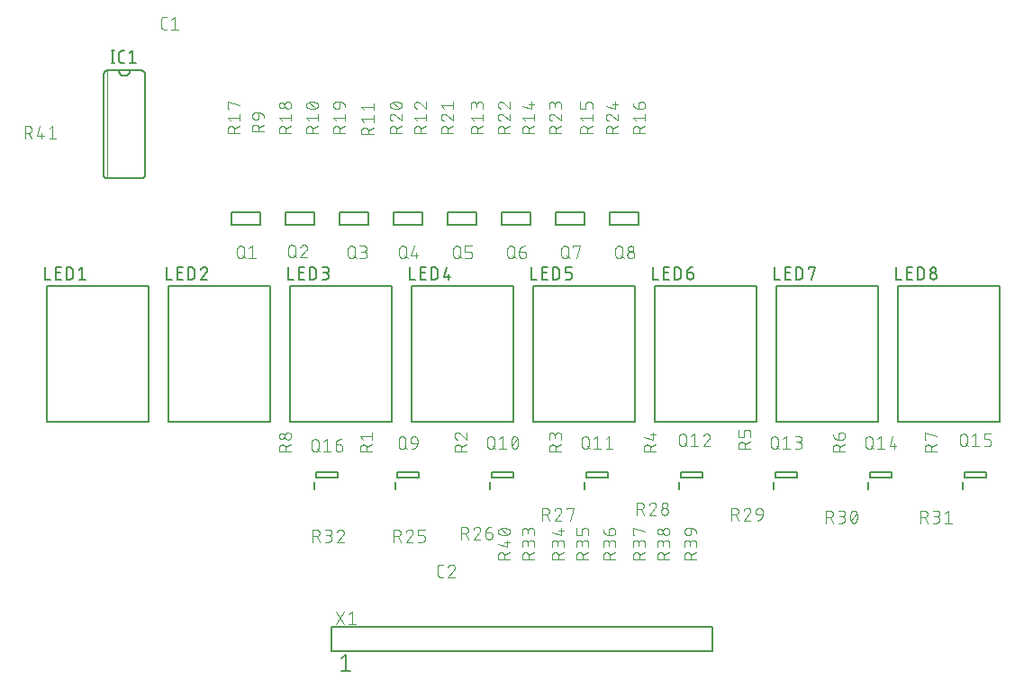
<source format=gbr>
G04 EAGLE Gerber RS-274X export*
G75*
%MOMM*%
%FSLAX34Y34*%
%LPD*%
%INSilkscreen Top*%
%IPPOS*%
%AMOC8*
5,1,8,0,0,1.08239X$1,22.5*%
G01*
%ADD10C,0.152400*%
%ADD11C,0.050800*%
%ADD12C,0.127000*%
%ADD13C,0.203200*%
%ADD14C,0.101600*%
%ADD15C,0.200000*%


D10*
X133858Y473710D02*
X133858Y567690D01*
X94742Y473710D02*
X94744Y473588D01*
X94750Y473466D01*
X94760Y473344D01*
X94773Y473223D01*
X94791Y473102D01*
X94812Y472982D01*
X94838Y472862D01*
X94867Y472744D01*
X94899Y472626D01*
X94936Y472509D01*
X94976Y472394D01*
X95020Y472280D01*
X95068Y472168D01*
X95119Y472057D01*
X95174Y471948D01*
X95232Y471840D01*
X95294Y471735D01*
X95359Y471632D01*
X95427Y471530D01*
X95499Y471431D01*
X95573Y471335D01*
X95651Y471240D01*
X95732Y471149D01*
X95815Y471059D01*
X95901Y470973D01*
X95991Y470890D01*
X96082Y470809D01*
X96177Y470731D01*
X96273Y470657D01*
X96372Y470585D01*
X96474Y470517D01*
X96577Y470452D01*
X96682Y470390D01*
X96790Y470332D01*
X96899Y470277D01*
X97010Y470226D01*
X97122Y470178D01*
X97236Y470134D01*
X97351Y470094D01*
X97468Y470057D01*
X97586Y470025D01*
X97704Y469996D01*
X97824Y469970D01*
X97944Y469949D01*
X98065Y469931D01*
X98186Y469918D01*
X98308Y469908D01*
X98430Y469902D01*
X98552Y469900D01*
X133858Y567690D02*
X133856Y567812D01*
X133850Y567934D01*
X133840Y568056D01*
X133827Y568177D01*
X133809Y568298D01*
X133788Y568418D01*
X133762Y568538D01*
X133733Y568656D01*
X133701Y568774D01*
X133664Y568891D01*
X133624Y569006D01*
X133580Y569120D01*
X133532Y569232D01*
X133481Y569343D01*
X133426Y569452D01*
X133368Y569560D01*
X133306Y569665D01*
X133241Y569768D01*
X133173Y569870D01*
X133101Y569969D01*
X133027Y570065D01*
X132949Y570160D01*
X132868Y570251D01*
X132785Y570341D01*
X132699Y570427D01*
X132609Y570510D01*
X132518Y570591D01*
X132423Y570669D01*
X132327Y570743D01*
X132228Y570815D01*
X132126Y570883D01*
X132023Y570948D01*
X131918Y571010D01*
X131810Y571068D01*
X131701Y571123D01*
X131590Y571174D01*
X131478Y571222D01*
X131364Y571266D01*
X131249Y571306D01*
X131132Y571343D01*
X131014Y571375D01*
X130896Y571404D01*
X130776Y571430D01*
X130656Y571451D01*
X130535Y571469D01*
X130414Y571482D01*
X130292Y571492D01*
X130170Y571498D01*
X130048Y571500D01*
X133858Y473710D02*
X133856Y473588D01*
X133850Y473466D01*
X133840Y473344D01*
X133827Y473223D01*
X133809Y473102D01*
X133788Y472982D01*
X133762Y472862D01*
X133733Y472744D01*
X133701Y472626D01*
X133664Y472509D01*
X133624Y472394D01*
X133580Y472280D01*
X133532Y472168D01*
X133481Y472057D01*
X133426Y471948D01*
X133368Y471840D01*
X133306Y471735D01*
X133241Y471632D01*
X133173Y471530D01*
X133101Y471431D01*
X133027Y471335D01*
X132949Y471240D01*
X132868Y471149D01*
X132785Y471059D01*
X132699Y470973D01*
X132609Y470890D01*
X132518Y470809D01*
X132423Y470731D01*
X132327Y470657D01*
X132228Y470585D01*
X132126Y470517D01*
X132023Y470452D01*
X131918Y470390D01*
X131810Y470332D01*
X131701Y470277D01*
X131590Y470226D01*
X131478Y470178D01*
X131364Y470134D01*
X131249Y470094D01*
X131132Y470057D01*
X131014Y470025D01*
X130896Y469996D01*
X130776Y469970D01*
X130656Y469949D01*
X130535Y469931D01*
X130414Y469918D01*
X130292Y469908D01*
X130170Y469902D01*
X130048Y469900D01*
X94742Y567690D02*
X94744Y567812D01*
X94750Y567934D01*
X94760Y568056D01*
X94773Y568177D01*
X94791Y568298D01*
X94812Y568418D01*
X94838Y568538D01*
X94867Y568656D01*
X94899Y568774D01*
X94936Y568891D01*
X94976Y569006D01*
X95020Y569120D01*
X95068Y569232D01*
X95119Y569343D01*
X95174Y569452D01*
X95232Y569560D01*
X95294Y569665D01*
X95359Y569768D01*
X95427Y569870D01*
X95499Y569969D01*
X95573Y570065D01*
X95651Y570160D01*
X95732Y570251D01*
X95815Y570341D01*
X95901Y570427D01*
X95991Y570510D01*
X96082Y570591D01*
X96177Y570669D01*
X96273Y570743D01*
X96372Y570815D01*
X96474Y570883D01*
X96577Y570948D01*
X96682Y571010D01*
X96790Y571068D01*
X96899Y571123D01*
X97010Y571174D01*
X97122Y571222D01*
X97236Y571266D01*
X97351Y571306D01*
X97468Y571343D01*
X97586Y571375D01*
X97704Y571404D01*
X97824Y571430D01*
X97944Y571451D01*
X98065Y571469D01*
X98186Y571482D01*
X98308Y571492D01*
X98430Y571498D01*
X98552Y571500D01*
X94742Y567690D02*
X94742Y473710D01*
X98552Y469900D02*
X130048Y469900D01*
X130048Y571500D02*
X119380Y571500D01*
X109220Y571500D01*
X98552Y571500D01*
X109220Y571500D02*
X109222Y571359D01*
X109228Y571218D01*
X109238Y571077D01*
X109251Y570936D01*
X109269Y570796D01*
X109291Y570657D01*
X109316Y570518D01*
X109345Y570379D01*
X109378Y570242D01*
X109415Y570106D01*
X109456Y569971D01*
X109500Y569836D01*
X109548Y569704D01*
X109600Y569572D01*
X109655Y569442D01*
X109714Y569314D01*
X109777Y569187D01*
X109843Y569063D01*
X109912Y568940D01*
X109985Y568819D01*
X110061Y568700D01*
X110141Y568583D01*
X110224Y568469D01*
X110309Y568356D01*
X110398Y568247D01*
X110490Y568139D01*
X110585Y568035D01*
X110683Y567933D01*
X110784Y567834D01*
X110887Y567737D01*
X110993Y567644D01*
X111101Y567554D01*
X111212Y567466D01*
X111325Y567382D01*
X111441Y567301D01*
X111559Y567223D01*
X111679Y567148D01*
X111801Y567077D01*
X111925Y567009D01*
X112051Y566945D01*
X112178Y566884D01*
X112307Y566827D01*
X112438Y566774D01*
X112570Y566724D01*
X112703Y566677D01*
X112838Y566635D01*
X112974Y566596D01*
X113111Y566561D01*
X113248Y566530D01*
X113387Y566503D01*
X113526Y566479D01*
X113666Y566460D01*
X113806Y566444D01*
X113947Y566432D01*
X114088Y566424D01*
X114229Y566420D01*
X114371Y566420D01*
X114512Y566424D01*
X114653Y566432D01*
X114794Y566444D01*
X114934Y566460D01*
X115074Y566479D01*
X115213Y566503D01*
X115352Y566530D01*
X115489Y566561D01*
X115626Y566596D01*
X115762Y566635D01*
X115897Y566677D01*
X116030Y566724D01*
X116162Y566774D01*
X116293Y566827D01*
X116422Y566884D01*
X116549Y566945D01*
X116675Y567009D01*
X116799Y567077D01*
X116921Y567148D01*
X117041Y567223D01*
X117159Y567301D01*
X117275Y567382D01*
X117388Y567466D01*
X117499Y567554D01*
X117607Y567644D01*
X117713Y567737D01*
X117816Y567834D01*
X117917Y567933D01*
X118015Y568035D01*
X118110Y568139D01*
X118202Y568247D01*
X118291Y568356D01*
X118376Y568469D01*
X118459Y568583D01*
X118539Y568700D01*
X118615Y568819D01*
X118688Y568940D01*
X118757Y569063D01*
X118823Y569187D01*
X118886Y569314D01*
X118945Y569442D01*
X119000Y569572D01*
X119052Y569704D01*
X119100Y569836D01*
X119144Y569971D01*
X119185Y570106D01*
X119222Y570242D01*
X119255Y570379D01*
X119284Y570518D01*
X119309Y570657D01*
X119331Y570796D01*
X119349Y570936D01*
X119362Y571077D01*
X119372Y571218D01*
X119378Y571359D01*
X119380Y571500D01*
D11*
X98298Y571500D02*
X98298Y469900D01*
D12*
X103505Y578485D02*
X103505Y589915D01*
X102235Y578485D02*
X104775Y578485D01*
X104775Y589915D02*
X102235Y589915D01*
X111977Y578485D02*
X114517Y578485D01*
X111977Y578485D02*
X111877Y578487D01*
X111778Y578493D01*
X111678Y578503D01*
X111580Y578516D01*
X111481Y578534D01*
X111384Y578555D01*
X111288Y578580D01*
X111192Y578609D01*
X111098Y578642D01*
X111005Y578678D01*
X110914Y578718D01*
X110824Y578762D01*
X110736Y578809D01*
X110650Y578859D01*
X110566Y578913D01*
X110484Y578970D01*
X110405Y579030D01*
X110327Y579094D01*
X110253Y579160D01*
X110181Y579229D01*
X110112Y579301D01*
X110046Y579375D01*
X109982Y579453D01*
X109922Y579532D01*
X109865Y579614D01*
X109811Y579698D01*
X109761Y579784D01*
X109714Y579872D01*
X109670Y579962D01*
X109630Y580053D01*
X109594Y580146D01*
X109561Y580240D01*
X109532Y580336D01*
X109507Y580432D01*
X109486Y580529D01*
X109468Y580628D01*
X109455Y580726D01*
X109445Y580826D01*
X109439Y580925D01*
X109437Y581025D01*
X109437Y587375D01*
X109439Y587475D01*
X109445Y587574D01*
X109455Y587674D01*
X109468Y587772D01*
X109486Y587871D01*
X109507Y587968D01*
X109532Y588064D01*
X109561Y588160D01*
X109594Y588254D01*
X109630Y588347D01*
X109670Y588438D01*
X109714Y588528D01*
X109761Y588616D01*
X109811Y588702D01*
X109865Y588786D01*
X109922Y588868D01*
X109982Y588947D01*
X110046Y589025D01*
X110112Y589099D01*
X110181Y589171D01*
X110253Y589240D01*
X110327Y589306D01*
X110405Y589370D01*
X110484Y589430D01*
X110566Y589487D01*
X110650Y589541D01*
X110736Y589591D01*
X110824Y589638D01*
X110914Y589682D01*
X111005Y589722D01*
X111098Y589758D01*
X111192Y589791D01*
X111288Y589820D01*
X111384Y589845D01*
X111481Y589866D01*
X111580Y589884D01*
X111678Y589897D01*
X111778Y589907D01*
X111877Y589913D01*
X111977Y589915D01*
X114517Y589915D01*
X118999Y587375D02*
X122174Y589915D01*
X122174Y578485D01*
X118999Y578485D02*
X125349Y578485D01*
D10*
X136680Y241030D02*
X41370Y241030D01*
X136680Y241030D02*
X136680Y368570D01*
X41370Y368570D02*
X41370Y241030D01*
X41370Y368570D02*
X136680Y368570D01*
D12*
X40005Y374777D02*
X40005Y386207D01*
X40005Y374777D02*
X45085Y374777D01*
X49911Y374777D02*
X54991Y374777D01*
X49911Y374777D02*
X49911Y386207D01*
X54991Y386207D01*
X53721Y381127D02*
X49911Y381127D01*
X59792Y386207D02*
X59792Y374777D01*
X59792Y386207D02*
X62967Y386207D01*
X63078Y386205D01*
X63188Y386199D01*
X63299Y386190D01*
X63409Y386176D01*
X63518Y386159D01*
X63627Y386138D01*
X63735Y386113D01*
X63842Y386084D01*
X63948Y386052D01*
X64053Y386016D01*
X64156Y385976D01*
X64258Y385933D01*
X64359Y385886D01*
X64458Y385835D01*
X64555Y385782D01*
X64649Y385725D01*
X64742Y385664D01*
X64833Y385601D01*
X64922Y385534D01*
X65008Y385464D01*
X65091Y385391D01*
X65173Y385316D01*
X65251Y385238D01*
X65326Y385156D01*
X65399Y385073D01*
X65469Y384987D01*
X65536Y384898D01*
X65599Y384807D01*
X65660Y384714D01*
X65717Y384620D01*
X65770Y384523D01*
X65821Y384424D01*
X65868Y384323D01*
X65911Y384221D01*
X65951Y384118D01*
X65987Y384013D01*
X66019Y383907D01*
X66048Y383800D01*
X66073Y383692D01*
X66094Y383583D01*
X66111Y383474D01*
X66125Y383364D01*
X66134Y383253D01*
X66140Y383143D01*
X66142Y383032D01*
X66142Y377952D01*
X66140Y377841D01*
X66134Y377731D01*
X66125Y377620D01*
X66111Y377510D01*
X66094Y377401D01*
X66073Y377292D01*
X66048Y377184D01*
X66019Y377077D01*
X65987Y376971D01*
X65951Y376866D01*
X65911Y376763D01*
X65868Y376661D01*
X65821Y376560D01*
X65770Y376461D01*
X65717Y376364D01*
X65660Y376270D01*
X65599Y376177D01*
X65536Y376086D01*
X65469Y375997D01*
X65399Y375911D01*
X65326Y375828D01*
X65251Y375746D01*
X65173Y375668D01*
X65091Y375593D01*
X65008Y375520D01*
X64922Y375450D01*
X64833Y375383D01*
X64742Y375320D01*
X64649Y375259D01*
X64554Y375202D01*
X64458Y375149D01*
X64359Y375098D01*
X64258Y375051D01*
X64156Y375008D01*
X64053Y374968D01*
X63948Y374932D01*
X63842Y374900D01*
X63735Y374871D01*
X63627Y374846D01*
X63518Y374825D01*
X63409Y374808D01*
X63299Y374794D01*
X63188Y374785D01*
X63078Y374779D01*
X62967Y374777D01*
X59792Y374777D01*
X71603Y383667D02*
X74778Y386207D01*
X74778Y374777D01*
X71603Y374777D02*
X77953Y374777D01*
D10*
X155670Y241030D02*
X250980Y241030D01*
X250980Y368570D01*
X155670Y368570D02*
X155670Y241030D01*
X155670Y368570D02*
X250980Y368570D01*
D12*
X154305Y374777D02*
X154305Y386207D01*
X154305Y374777D02*
X159385Y374777D01*
X164211Y374777D02*
X169291Y374777D01*
X164211Y374777D02*
X164211Y386207D01*
X169291Y386207D01*
X168021Y381127D02*
X164211Y381127D01*
X174092Y386207D02*
X174092Y374777D01*
X174092Y386207D02*
X177267Y386207D01*
X177378Y386205D01*
X177488Y386199D01*
X177599Y386190D01*
X177709Y386176D01*
X177818Y386159D01*
X177927Y386138D01*
X178035Y386113D01*
X178142Y386084D01*
X178248Y386052D01*
X178353Y386016D01*
X178456Y385976D01*
X178558Y385933D01*
X178659Y385886D01*
X178758Y385835D01*
X178855Y385782D01*
X178949Y385725D01*
X179042Y385664D01*
X179133Y385601D01*
X179222Y385534D01*
X179308Y385464D01*
X179391Y385391D01*
X179473Y385316D01*
X179551Y385238D01*
X179626Y385156D01*
X179699Y385073D01*
X179769Y384987D01*
X179836Y384898D01*
X179899Y384807D01*
X179960Y384714D01*
X180017Y384620D01*
X180070Y384523D01*
X180121Y384424D01*
X180168Y384323D01*
X180211Y384221D01*
X180251Y384118D01*
X180287Y384013D01*
X180319Y383907D01*
X180348Y383800D01*
X180373Y383692D01*
X180394Y383583D01*
X180411Y383474D01*
X180425Y383364D01*
X180434Y383253D01*
X180440Y383143D01*
X180442Y383032D01*
X180442Y377952D01*
X180440Y377841D01*
X180434Y377731D01*
X180425Y377620D01*
X180411Y377510D01*
X180394Y377401D01*
X180373Y377292D01*
X180348Y377184D01*
X180319Y377077D01*
X180287Y376971D01*
X180251Y376866D01*
X180211Y376763D01*
X180168Y376661D01*
X180121Y376560D01*
X180070Y376461D01*
X180017Y376364D01*
X179960Y376270D01*
X179899Y376177D01*
X179836Y376086D01*
X179769Y375997D01*
X179699Y375911D01*
X179626Y375828D01*
X179551Y375746D01*
X179473Y375668D01*
X179391Y375593D01*
X179308Y375520D01*
X179222Y375450D01*
X179133Y375383D01*
X179042Y375320D01*
X178949Y375259D01*
X178854Y375202D01*
X178758Y375149D01*
X178659Y375098D01*
X178558Y375051D01*
X178456Y375008D01*
X178353Y374968D01*
X178248Y374932D01*
X178142Y374900D01*
X178035Y374871D01*
X177927Y374846D01*
X177818Y374825D01*
X177709Y374808D01*
X177599Y374794D01*
X177488Y374785D01*
X177378Y374779D01*
X177267Y374777D01*
X174092Y374777D01*
X189395Y386208D02*
X189499Y386206D01*
X189604Y386200D01*
X189708Y386191D01*
X189811Y386178D01*
X189914Y386160D01*
X190016Y386140D01*
X190118Y386115D01*
X190218Y386087D01*
X190318Y386055D01*
X190416Y386019D01*
X190513Y385980D01*
X190608Y385938D01*
X190702Y385892D01*
X190794Y385842D01*
X190884Y385790D01*
X190972Y385734D01*
X191058Y385674D01*
X191142Y385612D01*
X191223Y385547D01*
X191302Y385479D01*
X191379Y385407D01*
X191452Y385334D01*
X191524Y385257D01*
X191592Y385178D01*
X191657Y385097D01*
X191719Y385013D01*
X191779Y384927D01*
X191835Y384839D01*
X191887Y384749D01*
X191937Y384657D01*
X191983Y384563D01*
X192025Y384468D01*
X192064Y384371D01*
X192100Y384273D01*
X192132Y384173D01*
X192160Y384073D01*
X192185Y383971D01*
X192205Y383869D01*
X192223Y383766D01*
X192236Y383663D01*
X192245Y383559D01*
X192251Y383454D01*
X192253Y383350D01*
X189395Y386207D02*
X189277Y386205D01*
X189158Y386199D01*
X189040Y386190D01*
X188923Y386177D01*
X188806Y386159D01*
X188689Y386139D01*
X188573Y386114D01*
X188458Y386086D01*
X188345Y386053D01*
X188232Y386018D01*
X188120Y385978D01*
X188010Y385936D01*
X187901Y385889D01*
X187793Y385839D01*
X187688Y385786D01*
X187584Y385729D01*
X187482Y385669D01*
X187382Y385606D01*
X187284Y385539D01*
X187188Y385470D01*
X187095Y385397D01*
X187004Y385321D01*
X186915Y385243D01*
X186829Y385161D01*
X186746Y385077D01*
X186665Y384991D01*
X186588Y384901D01*
X186513Y384810D01*
X186441Y384716D01*
X186372Y384619D01*
X186307Y384521D01*
X186244Y384420D01*
X186185Y384317D01*
X186129Y384213D01*
X186077Y384107D01*
X186028Y383999D01*
X185983Y383890D01*
X185941Y383779D01*
X185903Y383667D01*
X191300Y381128D02*
X191376Y381203D01*
X191451Y381282D01*
X191522Y381363D01*
X191591Y381447D01*
X191656Y381533D01*
X191718Y381621D01*
X191778Y381711D01*
X191834Y381803D01*
X191887Y381898D01*
X191936Y381994D01*
X191982Y382092D01*
X192025Y382191D01*
X192064Y382292D01*
X192099Y382394D01*
X192131Y382497D01*
X192159Y382601D01*
X192184Y382706D01*
X192205Y382813D01*
X192222Y382919D01*
X192235Y383026D01*
X192244Y383134D01*
X192250Y383242D01*
X192252Y383350D01*
X191300Y381127D02*
X185903Y374777D01*
X192253Y374777D01*
D10*
X269970Y241030D02*
X365280Y241030D01*
X365280Y368570D01*
X269970Y368570D02*
X269970Y241030D01*
X269970Y368570D02*
X365280Y368570D01*
D12*
X268605Y374777D02*
X268605Y386207D01*
X268605Y374777D02*
X273685Y374777D01*
X278511Y374777D02*
X283591Y374777D01*
X278511Y374777D02*
X278511Y386207D01*
X283591Y386207D01*
X282321Y381127D02*
X278511Y381127D01*
X288392Y386207D02*
X288392Y374777D01*
X288392Y386207D02*
X291567Y386207D01*
X291678Y386205D01*
X291788Y386199D01*
X291899Y386190D01*
X292009Y386176D01*
X292118Y386159D01*
X292227Y386138D01*
X292335Y386113D01*
X292442Y386084D01*
X292548Y386052D01*
X292653Y386016D01*
X292756Y385976D01*
X292858Y385933D01*
X292959Y385886D01*
X293058Y385835D01*
X293155Y385782D01*
X293249Y385725D01*
X293342Y385664D01*
X293433Y385601D01*
X293522Y385534D01*
X293608Y385464D01*
X293691Y385391D01*
X293773Y385316D01*
X293851Y385238D01*
X293926Y385156D01*
X293999Y385073D01*
X294069Y384987D01*
X294136Y384898D01*
X294199Y384807D01*
X294260Y384714D01*
X294317Y384620D01*
X294370Y384523D01*
X294421Y384424D01*
X294468Y384323D01*
X294511Y384221D01*
X294551Y384118D01*
X294587Y384013D01*
X294619Y383907D01*
X294648Y383800D01*
X294673Y383692D01*
X294694Y383583D01*
X294711Y383474D01*
X294725Y383364D01*
X294734Y383253D01*
X294740Y383143D01*
X294742Y383032D01*
X294742Y377952D01*
X294740Y377841D01*
X294734Y377731D01*
X294725Y377620D01*
X294711Y377510D01*
X294694Y377401D01*
X294673Y377292D01*
X294648Y377184D01*
X294619Y377077D01*
X294587Y376971D01*
X294551Y376866D01*
X294511Y376763D01*
X294468Y376661D01*
X294421Y376560D01*
X294370Y376461D01*
X294317Y376364D01*
X294260Y376270D01*
X294199Y376177D01*
X294136Y376086D01*
X294069Y375997D01*
X293999Y375911D01*
X293926Y375828D01*
X293851Y375746D01*
X293773Y375668D01*
X293691Y375593D01*
X293608Y375520D01*
X293522Y375450D01*
X293433Y375383D01*
X293342Y375320D01*
X293249Y375259D01*
X293155Y375202D01*
X293058Y375149D01*
X292959Y375098D01*
X292858Y375051D01*
X292756Y375008D01*
X292653Y374968D01*
X292548Y374932D01*
X292442Y374900D01*
X292335Y374871D01*
X292227Y374846D01*
X292118Y374825D01*
X292009Y374808D01*
X291899Y374794D01*
X291788Y374785D01*
X291678Y374779D01*
X291567Y374777D01*
X288392Y374777D01*
X300203Y374777D02*
X303378Y374777D01*
X303489Y374779D01*
X303599Y374785D01*
X303710Y374794D01*
X303820Y374808D01*
X303929Y374825D01*
X304038Y374846D01*
X304146Y374871D01*
X304253Y374900D01*
X304359Y374932D01*
X304464Y374968D01*
X304567Y375008D01*
X304669Y375051D01*
X304770Y375098D01*
X304869Y375149D01*
X304966Y375202D01*
X305060Y375259D01*
X305153Y375320D01*
X305244Y375383D01*
X305333Y375450D01*
X305419Y375520D01*
X305502Y375593D01*
X305584Y375668D01*
X305662Y375746D01*
X305737Y375828D01*
X305810Y375911D01*
X305880Y375997D01*
X305947Y376086D01*
X306010Y376177D01*
X306071Y376270D01*
X306128Y376364D01*
X306181Y376461D01*
X306232Y376560D01*
X306279Y376661D01*
X306322Y376763D01*
X306362Y376866D01*
X306398Y376971D01*
X306430Y377077D01*
X306459Y377184D01*
X306484Y377292D01*
X306505Y377401D01*
X306522Y377510D01*
X306536Y377620D01*
X306545Y377731D01*
X306551Y377841D01*
X306553Y377952D01*
X306551Y378063D01*
X306545Y378173D01*
X306536Y378284D01*
X306522Y378394D01*
X306505Y378503D01*
X306484Y378612D01*
X306459Y378720D01*
X306430Y378827D01*
X306398Y378933D01*
X306362Y379038D01*
X306322Y379141D01*
X306279Y379243D01*
X306232Y379344D01*
X306181Y379443D01*
X306128Y379539D01*
X306071Y379634D01*
X306010Y379727D01*
X305947Y379818D01*
X305880Y379907D01*
X305810Y379993D01*
X305737Y380076D01*
X305662Y380158D01*
X305584Y380236D01*
X305502Y380311D01*
X305419Y380384D01*
X305333Y380454D01*
X305244Y380521D01*
X305153Y380584D01*
X305060Y380645D01*
X304966Y380702D01*
X304869Y380755D01*
X304770Y380806D01*
X304669Y380853D01*
X304567Y380896D01*
X304464Y380936D01*
X304359Y380972D01*
X304253Y381004D01*
X304146Y381033D01*
X304038Y381058D01*
X303929Y381079D01*
X303820Y381096D01*
X303710Y381110D01*
X303599Y381119D01*
X303489Y381125D01*
X303378Y381127D01*
X304013Y386207D02*
X300203Y386207D01*
X304013Y386207D02*
X304113Y386205D01*
X304212Y386199D01*
X304312Y386189D01*
X304410Y386176D01*
X304509Y386158D01*
X304606Y386137D01*
X304702Y386112D01*
X304798Y386083D01*
X304892Y386050D01*
X304985Y386014D01*
X305076Y385974D01*
X305166Y385930D01*
X305254Y385883D01*
X305340Y385833D01*
X305424Y385779D01*
X305506Y385722D01*
X305585Y385662D01*
X305663Y385598D01*
X305737Y385532D01*
X305809Y385463D01*
X305878Y385391D01*
X305944Y385317D01*
X306008Y385239D01*
X306068Y385160D01*
X306125Y385078D01*
X306179Y384994D01*
X306229Y384908D01*
X306276Y384820D01*
X306320Y384730D01*
X306360Y384639D01*
X306396Y384546D01*
X306429Y384452D01*
X306458Y384356D01*
X306483Y384260D01*
X306504Y384163D01*
X306522Y384064D01*
X306535Y383966D01*
X306545Y383866D01*
X306551Y383767D01*
X306553Y383667D01*
X306551Y383567D01*
X306545Y383468D01*
X306535Y383368D01*
X306522Y383270D01*
X306504Y383171D01*
X306483Y383074D01*
X306458Y382978D01*
X306429Y382882D01*
X306396Y382788D01*
X306360Y382695D01*
X306320Y382604D01*
X306276Y382514D01*
X306229Y382426D01*
X306179Y382340D01*
X306125Y382256D01*
X306068Y382174D01*
X306008Y382095D01*
X305944Y382017D01*
X305878Y381943D01*
X305809Y381871D01*
X305737Y381802D01*
X305663Y381736D01*
X305585Y381672D01*
X305506Y381612D01*
X305424Y381555D01*
X305340Y381501D01*
X305254Y381451D01*
X305166Y381404D01*
X305076Y381360D01*
X304985Y381320D01*
X304892Y381284D01*
X304798Y381251D01*
X304702Y381222D01*
X304606Y381197D01*
X304509Y381176D01*
X304410Y381158D01*
X304312Y381145D01*
X304212Y381135D01*
X304113Y381129D01*
X304013Y381127D01*
X301473Y381127D01*
D10*
X384270Y241030D02*
X479580Y241030D01*
X479580Y368570D01*
X384270Y368570D02*
X384270Y241030D01*
X384270Y368570D02*
X479580Y368570D01*
D12*
X382905Y374777D02*
X382905Y386207D01*
X382905Y374777D02*
X387985Y374777D01*
X392811Y374777D02*
X397891Y374777D01*
X392811Y374777D02*
X392811Y386207D01*
X397891Y386207D01*
X396621Y381127D02*
X392811Y381127D01*
X402692Y386207D02*
X402692Y374777D01*
X402692Y386207D02*
X405867Y386207D01*
X405978Y386205D01*
X406088Y386199D01*
X406199Y386190D01*
X406309Y386176D01*
X406418Y386159D01*
X406527Y386138D01*
X406635Y386113D01*
X406742Y386084D01*
X406848Y386052D01*
X406953Y386016D01*
X407056Y385976D01*
X407158Y385933D01*
X407259Y385886D01*
X407358Y385835D01*
X407455Y385782D01*
X407549Y385725D01*
X407642Y385664D01*
X407733Y385601D01*
X407822Y385534D01*
X407908Y385464D01*
X407991Y385391D01*
X408073Y385316D01*
X408151Y385238D01*
X408226Y385156D01*
X408299Y385073D01*
X408369Y384987D01*
X408436Y384898D01*
X408499Y384807D01*
X408560Y384714D01*
X408617Y384620D01*
X408670Y384523D01*
X408721Y384424D01*
X408768Y384323D01*
X408811Y384221D01*
X408851Y384118D01*
X408887Y384013D01*
X408919Y383907D01*
X408948Y383800D01*
X408973Y383692D01*
X408994Y383583D01*
X409011Y383474D01*
X409025Y383364D01*
X409034Y383253D01*
X409040Y383143D01*
X409042Y383032D01*
X409042Y377952D01*
X409040Y377841D01*
X409034Y377731D01*
X409025Y377620D01*
X409011Y377510D01*
X408994Y377401D01*
X408973Y377292D01*
X408948Y377184D01*
X408919Y377077D01*
X408887Y376971D01*
X408851Y376866D01*
X408811Y376763D01*
X408768Y376661D01*
X408721Y376560D01*
X408670Y376461D01*
X408617Y376364D01*
X408560Y376270D01*
X408499Y376177D01*
X408436Y376086D01*
X408369Y375997D01*
X408299Y375911D01*
X408226Y375828D01*
X408151Y375746D01*
X408073Y375668D01*
X407991Y375593D01*
X407908Y375520D01*
X407822Y375450D01*
X407733Y375383D01*
X407642Y375320D01*
X407549Y375259D01*
X407455Y375202D01*
X407358Y375149D01*
X407259Y375098D01*
X407158Y375051D01*
X407056Y375008D01*
X406953Y374968D01*
X406848Y374932D01*
X406742Y374900D01*
X406635Y374871D01*
X406527Y374846D01*
X406418Y374825D01*
X406309Y374808D01*
X406199Y374794D01*
X406088Y374785D01*
X405978Y374779D01*
X405867Y374777D01*
X402692Y374777D01*
X414503Y377317D02*
X417043Y386207D01*
X414503Y377317D02*
X420853Y377317D01*
X418948Y379857D02*
X418948Y374777D01*
D10*
X498570Y241030D02*
X593880Y241030D01*
X593880Y368570D01*
X498570Y368570D02*
X498570Y241030D01*
X498570Y368570D02*
X593880Y368570D01*
D12*
X497205Y374777D02*
X497205Y386207D01*
X497205Y374777D02*
X502285Y374777D01*
X507111Y374777D02*
X512191Y374777D01*
X507111Y374777D02*
X507111Y386207D01*
X512191Y386207D01*
X510921Y381127D02*
X507111Y381127D01*
X516992Y386207D02*
X516992Y374777D01*
X516992Y386207D02*
X520167Y386207D01*
X520278Y386205D01*
X520388Y386199D01*
X520499Y386190D01*
X520609Y386176D01*
X520718Y386159D01*
X520827Y386138D01*
X520935Y386113D01*
X521042Y386084D01*
X521148Y386052D01*
X521253Y386016D01*
X521356Y385976D01*
X521458Y385933D01*
X521559Y385886D01*
X521658Y385835D01*
X521755Y385782D01*
X521849Y385725D01*
X521942Y385664D01*
X522033Y385601D01*
X522122Y385534D01*
X522208Y385464D01*
X522291Y385391D01*
X522373Y385316D01*
X522451Y385238D01*
X522526Y385156D01*
X522599Y385073D01*
X522669Y384987D01*
X522736Y384898D01*
X522799Y384807D01*
X522860Y384714D01*
X522917Y384620D01*
X522970Y384523D01*
X523021Y384424D01*
X523068Y384323D01*
X523111Y384221D01*
X523151Y384118D01*
X523187Y384013D01*
X523219Y383907D01*
X523248Y383800D01*
X523273Y383692D01*
X523294Y383583D01*
X523311Y383474D01*
X523325Y383364D01*
X523334Y383253D01*
X523340Y383143D01*
X523342Y383032D01*
X523342Y377952D01*
X523340Y377841D01*
X523334Y377731D01*
X523325Y377620D01*
X523311Y377510D01*
X523294Y377401D01*
X523273Y377292D01*
X523248Y377184D01*
X523219Y377077D01*
X523187Y376971D01*
X523151Y376866D01*
X523111Y376763D01*
X523068Y376661D01*
X523021Y376560D01*
X522970Y376461D01*
X522917Y376364D01*
X522860Y376270D01*
X522799Y376177D01*
X522736Y376086D01*
X522669Y375997D01*
X522599Y375911D01*
X522526Y375828D01*
X522451Y375746D01*
X522373Y375668D01*
X522291Y375593D01*
X522208Y375520D01*
X522122Y375450D01*
X522033Y375383D01*
X521942Y375320D01*
X521849Y375259D01*
X521755Y375202D01*
X521658Y375149D01*
X521559Y375098D01*
X521458Y375051D01*
X521356Y375008D01*
X521253Y374968D01*
X521148Y374932D01*
X521042Y374900D01*
X520935Y374871D01*
X520827Y374846D01*
X520718Y374825D01*
X520609Y374808D01*
X520499Y374794D01*
X520388Y374785D01*
X520278Y374779D01*
X520167Y374777D01*
X516992Y374777D01*
X528803Y374777D02*
X532613Y374777D01*
X532713Y374779D01*
X532812Y374785D01*
X532912Y374795D01*
X533010Y374808D01*
X533109Y374826D01*
X533206Y374847D01*
X533302Y374872D01*
X533398Y374901D01*
X533492Y374934D01*
X533585Y374970D01*
X533676Y375010D01*
X533766Y375054D01*
X533854Y375101D01*
X533940Y375151D01*
X534024Y375205D01*
X534106Y375262D01*
X534185Y375322D01*
X534263Y375386D01*
X534337Y375452D01*
X534409Y375521D01*
X534478Y375593D01*
X534544Y375667D01*
X534608Y375745D01*
X534668Y375824D01*
X534725Y375906D01*
X534779Y375990D01*
X534829Y376076D01*
X534876Y376164D01*
X534920Y376254D01*
X534960Y376345D01*
X534996Y376438D01*
X535029Y376532D01*
X535058Y376628D01*
X535083Y376724D01*
X535104Y376821D01*
X535122Y376920D01*
X535135Y377018D01*
X535145Y377118D01*
X535151Y377217D01*
X535153Y377317D01*
X535153Y378587D01*
X535151Y378687D01*
X535145Y378786D01*
X535135Y378886D01*
X535122Y378984D01*
X535104Y379083D01*
X535083Y379180D01*
X535058Y379276D01*
X535029Y379372D01*
X534996Y379466D01*
X534960Y379559D01*
X534920Y379650D01*
X534876Y379740D01*
X534829Y379828D01*
X534779Y379914D01*
X534725Y379998D01*
X534668Y380080D01*
X534608Y380159D01*
X534544Y380237D01*
X534478Y380311D01*
X534409Y380383D01*
X534337Y380452D01*
X534263Y380518D01*
X534185Y380582D01*
X534106Y380642D01*
X534024Y380699D01*
X533940Y380753D01*
X533854Y380803D01*
X533766Y380850D01*
X533676Y380894D01*
X533585Y380934D01*
X533492Y380970D01*
X533398Y381003D01*
X533302Y381032D01*
X533206Y381057D01*
X533109Y381078D01*
X533010Y381096D01*
X532912Y381109D01*
X532812Y381119D01*
X532713Y381125D01*
X532613Y381127D01*
X528803Y381127D01*
X528803Y386207D01*
X535153Y386207D01*
D10*
X612870Y241030D02*
X708180Y241030D01*
X708180Y368570D01*
X612870Y368570D02*
X612870Y241030D01*
X612870Y368570D02*
X708180Y368570D01*
D12*
X611505Y374777D02*
X611505Y386207D01*
X611505Y374777D02*
X616585Y374777D01*
X621411Y374777D02*
X626491Y374777D01*
X621411Y374777D02*
X621411Y386207D01*
X626491Y386207D01*
X625221Y381127D02*
X621411Y381127D01*
X631292Y386207D02*
X631292Y374777D01*
X631292Y386207D02*
X634467Y386207D01*
X634578Y386205D01*
X634688Y386199D01*
X634799Y386190D01*
X634909Y386176D01*
X635018Y386159D01*
X635127Y386138D01*
X635235Y386113D01*
X635342Y386084D01*
X635448Y386052D01*
X635553Y386016D01*
X635656Y385976D01*
X635758Y385933D01*
X635859Y385886D01*
X635958Y385835D01*
X636055Y385782D01*
X636149Y385725D01*
X636242Y385664D01*
X636333Y385601D01*
X636422Y385534D01*
X636508Y385464D01*
X636591Y385391D01*
X636673Y385316D01*
X636751Y385238D01*
X636826Y385156D01*
X636899Y385073D01*
X636969Y384987D01*
X637036Y384898D01*
X637099Y384807D01*
X637160Y384714D01*
X637217Y384620D01*
X637270Y384523D01*
X637321Y384424D01*
X637368Y384323D01*
X637411Y384221D01*
X637451Y384118D01*
X637487Y384013D01*
X637519Y383907D01*
X637548Y383800D01*
X637573Y383692D01*
X637594Y383583D01*
X637611Y383474D01*
X637625Y383364D01*
X637634Y383253D01*
X637640Y383143D01*
X637642Y383032D01*
X637642Y377952D01*
X637640Y377841D01*
X637634Y377731D01*
X637625Y377620D01*
X637611Y377510D01*
X637594Y377401D01*
X637573Y377292D01*
X637548Y377184D01*
X637519Y377077D01*
X637487Y376971D01*
X637451Y376866D01*
X637411Y376763D01*
X637368Y376661D01*
X637321Y376560D01*
X637270Y376461D01*
X637217Y376364D01*
X637160Y376270D01*
X637099Y376177D01*
X637036Y376086D01*
X636969Y375997D01*
X636899Y375911D01*
X636826Y375828D01*
X636751Y375746D01*
X636673Y375668D01*
X636591Y375593D01*
X636508Y375520D01*
X636422Y375450D01*
X636333Y375383D01*
X636242Y375320D01*
X636149Y375259D01*
X636055Y375202D01*
X635958Y375149D01*
X635859Y375098D01*
X635758Y375051D01*
X635656Y375008D01*
X635553Y374968D01*
X635448Y374932D01*
X635342Y374900D01*
X635235Y374871D01*
X635127Y374846D01*
X635018Y374825D01*
X634909Y374808D01*
X634799Y374794D01*
X634688Y374785D01*
X634578Y374779D01*
X634467Y374777D01*
X631292Y374777D01*
X643103Y381127D02*
X646913Y381127D01*
X647013Y381125D01*
X647112Y381119D01*
X647212Y381109D01*
X647310Y381096D01*
X647409Y381078D01*
X647506Y381057D01*
X647602Y381032D01*
X647698Y381003D01*
X647792Y380970D01*
X647885Y380934D01*
X647976Y380894D01*
X648066Y380850D01*
X648154Y380803D01*
X648240Y380753D01*
X648324Y380699D01*
X648406Y380642D01*
X648485Y380582D01*
X648563Y380518D01*
X648637Y380452D01*
X648709Y380383D01*
X648778Y380311D01*
X648844Y380237D01*
X648908Y380159D01*
X648968Y380080D01*
X649025Y379998D01*
X649079Y379914D01*
X649129Y379828D01*
X649176Y379740D01*
X649220Y379650D01*
X649260Y379559D01*
X649296Y379466D01*
X649329Y379372D01*
X649358Y379276D01*
X649383Y379180D01*
X649404Y379083D01*
X649422Y378984D01*
X649435Y378886D01*
X649445Y378786D01*
X649451Y378687D01*
X649453Y378587D01*
X649453Y377952D01*
X649451Y377841D01*
X649445Y377731D01*
X649436Y377620D01*
X649422Y377510D01*
X649405Y377401D01*
X649384Y377292D01*
X649359Y377184D01*
X649330Y377077D01*
X649298Y376971D01*
X649262Y376866D01*
X649222Y376763D01*
X649179Y376661D01*
X649132Y376560D01*
X649081Y376461D01*
X649028Y376364D01*
X648971Y376270D01*
X648910Y376177D01*
X648847Y376086D01*
X648780Y375997D01*
X648710Y375911D01*
X648637Y375828D01*
X648562Y375746D01*
X648484Y375668D01*
X648402Y375593D01*
X648319Y375520D01*
X648233Y375450D01*
X648144Y375383D01*
X648053Y375320D01*
X647960Y375259D01*
X647866Y375202D01*
X647769Y375149D01*
X647670Y375098D01*
X647569Y375051D01*
X647467Y375008D01*
X647364Y374968D01*
X647259Y374932D01*
X647153Y374900D01*
X647046Y374871D01*
X646938Y374846D01*
X646829Y374825D01*
X646720Y374808D01*
X646610Y374794D01*
X646499Y374785D01*
X646389Y374779D01*
X646278Y374777D01*
X646167Y374779D01*
X646057Y374785D01*
X645946Y374794D01*
X645836Y374808D01*
X645727Y374825D01*
X645618Y374846D01*
X645510Y374871D01*
X645403Y374900D01*
X645297Y374932D01*
X645192Y374968D01*
X645089Y375008D01*
X644987Y375051D01*
X644886Y375098D01*
X644787Y375149D01*
X644691Y375202D01*
X644596Y375259D01*
X644503Y375320D01*
X644412Y375383D01*
X644323Y375450D01*
X644237Y375520D01*
X644154Y375593D01*
X644072Y375668D01*
X643994Y375746D01*
X643919Y375828D01*
X643846Y375911D01*
X643776Y375997D01*
X643709Y376086D01*
X643646Y376177D01*
X643585Y376270D01*
X643528Y376365D01*
X643475Y376461D01*
X643424Y376560D01*
X643377Y376661D01*
X643334Y376763D01*
X643294Y376866D01*
X643258Y376971D01*
X643226Y377077D01*
X643197Y377184D01*
X643172Y377292D01*
X643151Y377401D01*
X643134Y377510D01*
X643120Y377620D01*
X643111Y377731D01*
X643105Y377841D01*
X643103Y377952D01*
X643103Y381127D01*
X643105Y381267D01*
X643111Y381407D01*
X643120Y381547D01*
X643134Y381686D01*
X643151Y381825D01*
X643172Y381963D01*
X643197Y382101D01*
X643226Y382238D01*
X643258Y382374D01*
X643295Y382509D01*
X643335Y382643D01*
X643378Y382776D01*
X643426Y382908D01*
X643476Y383039D01*
X643531Y383168D01*
X643589Y383295D01*
X643650Y383421D01*
X643715Y383545D01*
X643784Y383667D01*
X643855Y383787D01*
X643930Y383905D01*
X644008Y384022D01*
X644090Y384136D01*
X644174Y384247D01*
X644262Y384356D01*
X644352Y384463D01*
X644446Y384568D01*
X644542Y384669D01*
X644641Y384768D01*
X644742Y384864D01*
X644847Y384958D01*
X644954Y385048D01*
X645063Y385136D01*
X645174Y385220D01*
X645288Y385302D01*
X645405Y385380D01*
X645523Y385455D01*
X645643Y385526D01*
X645765Y385595D01*
X645889Y385660D01*
X646015Y385721D01*
X646142Y385779D01*
X646271Y385834D01*
X646402Y385884D01*
X646534Y385932D01*
X646667Y385975D01*
X646801Y386015D01*
X646936Y386052D01*
X647072Y386084D01*
X647209Y386113D01*
X647347Y386138D01*
X647485Y386159D01*
X647624Y386176D01*
X647763Y386190D01*
X647903Y386199D01*
X648043Y386205D01*
X648183Y386207D01*
D10*
X727170Y241030D02*
X822480Y241030D01*
X822480Y368570D01*
X727170Y368570D02*
X727170Y241030D01*
X727170Y368570D02*
X822480Y368570D01*
D12*
X725805Y374777D02*
X725805Y386207D01*
X725805Y374777D02*
X730885Y374777D01*
X735711Y374777D02*
X740791Y374777D01*
X735711Y374777D02*
X735711Y386207D01*
X740791Y386207D01*
X739521Y381127D02*
X735711Y381127D01*
X745592Y386207D02*
X745592Y374777D01*
X745592Y386207D02*
X748767Y386207D01*
X748878Y386205D01*
X748988Y386199D01*
X749099Y386190D01*
X749209Y386176D01*
X749318Y386159D01*
X749427Y386138D01*
X749535Y386113D01*
X749642Y386084D01*
X749748Y386052D01*
X749853Y386016D01*
X749956Y385976D01*
X750058Y385933D01*
X750159Y385886D01*
X750258Y385835D01*
X750355Y385782D01*
X750449Y385725D01*
X750542Y385664D01*
X750633Y385601D01*
X750722Y385534D01*
X750808Y385464D01*
X750891Y385391D01*
X750973Y385316D01*
X751051Y385238D01*
X751126Y385156D01*
X751199Y385073D01*
X751269Y384987D01*
X751336Y384898D01*
X751399Y384807D01*
X751460Y384714D01*
X751517Y384620D01*
X751570Y384523D01*
X751621Y384424D01*
X751668Y384323D01*
X751711Y384221D01*
X751751Y384118D01*
X751787Y384013D01*
X751819Y383907D01*
X751848Y383800D01*
X751873Y383692D01*
X751894Y383583D01*
X751911Y383474D01*
X751925Y383364D01*
X751934Y383253D01*
X751940Y383143D01*
X751942Y383032D01*
X751942Y377952D01*
X751940Y377841D01*
X751934Y377731D01*
X751925Y377620D01*
X751911Y377510D01*
X751894Y377401D01*
X751873Y377292D01*
X751848Y377184D01*
X751819Y377077D01*
X751787Y376971D01*
X751751Y376866D01*
X751711Y376763D01*
X751668Y376661D01*
X751621Y376560D01*
X751570Y376461D01*
X751517Y376364D01*
X751460Y376270D01*
X751399Y376177D01*
X751336Y376086D01*
X751269Y375997D01*
X751199Y375911D01*
X751126Y375828D01*
X751051Y375746D01*
X750973Y375668D01*
X750891Y375593D01*
X750808Y375520D01*
X750722Y375450D01*
X750633Y375383D01*
X750542Y375320D01*
X750449Y375259D01*
X750355Y375202D01*
X750258Y375149D01*
X750159Y375098D01*
X750058Y375051D01*
X749956Y375008D01*
X749853Y374968D01*
X749748Y374932D01*
X749642Y374900D01*
X749535Y374871D01*
X749427Y374846D01*
X749318Y374825D01*
X749209Y374808D01*
X749099Y374794D01*
X748988Y374785D01*
X748878Y374779D01*
X748767Y374777D01*
X745592Y374777D01*
X757403Y384937D02*
X757403Y386207D01*
X763753Y386207D01*
X760578Y374777D01*
D10*
X841470Y241030D02*
X936780Y241030D01*
X936780Y368570D01*
X841470Y368570D02*
X841470Y241030D01*
X841470Y368570D02*
X936780Y368570D01*
D12*
X840105Y374777D02*
X840105Y386207D01*
X840105Y374777D02*
X845185Y374777D01*
X850011Y374777D02*
X855091Y374777D01*
X850011Y374777D02*
X850011Y386207D01*
X855091Y386207D01*
X853821Y381127D02*
X850011Y381127D01*
X859892Y386207D02*
X859892Y374777D01*
X859892Y386207D02*
X863067Y386207D01*
X863178Y386205D01*
X863288Y386199D01*
X863399Y386190D01*
X863509Y386176D01*
X863618Y386159D01*
X863727Y386138D01*
X863835Y386113D01*
X863942Y386084D01*
X864048Y386052D01*
X864153Y386016D01*
X864256Y385976D01*
X864358Y385933D01*
X864459Y385886D01*
X864558Y385835D01*
X864655Y385782D01*
X864749Y385725D01*
X864842Y385664D01*
X864933Y385601D01*
X865022Y385534D01*
X865108Y385464D01*
X865191Y385391D01*
X865273Y385316D01*
X865351Y385238D01*
X865426Y385156D01*
X865499Y385073D01*
X865569Y384987D01*
X865636Y384898D01*
X865699Y384807D01*
X865760Y384714D01*
X865817Y384620D01*
X865870Y384523D01*
X865921Y384424D01*
X865968Y384323D01*
X866011Y384221D01*
X866051Y384118D01*
X866087Y384013D01*
X866119Y383907D01*
X866148Y383800D01*
X866173Y383692D01*
X866194Y383583D01*
X866211Y383474D01*
X866225Y383364D01*
X866234Y383253D01*
X866240Y383143D01*
X866242Y383032D01*
X866242Y377952D01*
X866240Y377841D01*
X866234Y377731D01*
X866225Y377620D01*
X866211Y377510D01*
X866194Y377401D01*
X866173Y377292D01*
X866148Y377184D01*
X866119Y377077D01*
X866087Y376971D01*
X866051Y376866D01*
X866011Y376763D01*
X865968Y376661D01*
X865921Y376560D01*
X865870Y376461D01*
X865817Y376364D01*
X865760Y376270D01*
X865699Y376177D01*
X865636Y376086D01*
X865569Y375997D01*
X865499Y375911D01*
X865426Y375828D01*
X865351Y375746D01*
X865273Y375668D01*
X865191Y375593D01*
X865108Y375520D01*
X865022Y375450D01*
X864933Y375383D01*
X864842Y375320D01*
X864749Y375259D01*
X864655Y375202D01*
X864558Y375149D01*
X864459Y375098D01*
X864358Y375051D01*
X864256Y375008D01*
X864153Y374968D01*
X864048Y374932D01*
X863942Y374900D01*
X863835Y374871D01*
X863727Y374846D01*
X863618Y374825D01*
X863509Y374808D01*
X863399Y374794D01*
X863288Y374785D01*
X863178Y374779D01*
X863067Y374777D01*
X859892Y374777D01*
X871703Y377952D02*
X871705Y378063D01*
X871711Y378173D01*
X871720Y378284D01*
X871734Y378394D01*
X871751Y378503D01*
X871772Y378612D01*
X871797Y378720D01*
X871826Y378827D01*
X871858Y378933D01*
X871894Y379038D01*
X871934Y379141D01*
X871977Y379243D01*
X872024Y379344D01*
X872075Y379443D01*
X872128Y379540D01*
X872185Y379634D01*
X872246Y379727D01*
X872309Y379818D01*
X872376Y379907D01*
X872446Y379993D01*
X872519Y380076D01*
X872594Y380158D01*
X872672Y380236D01*
X872754Y380311D01*
X872837Y380384D01*
X872923Y380454D01*
X873012Y380521D01*
X873103Y380584D01*
X873196Y380645D01*
X873291Y380702D01*
X873387Y380755D01*
X873486Y380806D01*
X873587Y380853D01*
X873689Y380896D01*
X873792Y380936D01*
X873897Y380972D01*
X874003Y381004D01*
X874110Y381033D01*
X874218Y381058D01*
X874327Y381079D01*
X874436Y381096D01*
X874546Y381110D01*
X874657Y381119D01*
X874767Y381125D01*
X874878Y381127D01*
X874989Y381125D01*
X875099Y381119D01*
X875210Y381110D01*
X875320Y381096D01*
X875429Y381079D01*
X875538Y381058D01*
X875646Y381033D01*
X875753Y381004D01*
X875859Y380972D01*
X875964Y380936D01*
X876067Y380896D01*
X876169Y380853D01*
X876270Y380806D01*
X876369Y380755D01*
X876466Y380702D01*
X876560Y380645D01*
X876653Y380584D01*
X876744Y380521D01*
X876833Y380454D01*
X876919Y380384D01*
X877002Y380311D01*
X877084Y380236D01*
X877162Y380158D01*
X877237Y380076D01*
X877310Y379993D01*
X877380Y379907D01*
X877447Y379818D01*
X877510Y379727D01*
X877571Y379634D01*
X877628Y379540D01*
X877681Y379443D01*
X877732Y379344D01*
X877779Y379243D01*
X877822Y379141D01*
X877862Y379038D01*
X877898Y378933D01*
X877930Y378827D01*
X877959Y378720D01*
X877984Y378612D01*
X878005Y378503D01*
X878022Y378394D01*
X878036Y378284D01*
X878045Y378173D01*
X878051Y378063D01*
X878053Y377952D01*
X878051Y377841D01*
X878045Y377731D01*
X878036Y377620D01*
X878022Y377510D01*
X878005Y377401D01*
X877984Y377292D01*
X877959Y377184D01*
X877930Y377077D01*
X877898Y376971D01*
X877862Y376866D01*
X877822Y376763D01*
X877779Y376661D01*
X877732Y376560D01*
X877681Y376461D01*
X877628Y376364D01*
X877571Y376270D01*
X877510Y376177D01*
X877447Y376086D01*
X877380Y375997D01*
X877310Y375911D01*
X877237Y375828D01*
X877162Y375746D01*
X877084Y375668D01*
X877002Y375593D01*
X876919Y375520D01*
X876833Y375450D01*
X876744Y375383D01*
X876653Y375320D01*
X876560Y375259D01*
X876466Y375202D01*
X876369Y375149D01*
X876270Y375098D01*
X876169Y375051D01*
X876067Y375008D01*
X875964Y374968D01*
X875859Y374932D01*
X875753Y374900D01*
X875646Y374871D01*
X875538Y374846D01*
X875429Y374825D01*
X875320Y374808D01*
X875210Y374794D01*
X875099Y374785D01*
X874989Y374779D01*
X874878Y374777D01*
X874767Y374779D01*
X874657Y374785D01*
X874546Y374794D01*
X874436Y374808D01*
X874327Y374825D01*
X874218Y374846D01*
X874110Y374871D01*
X874003Y374900D01*
X873897Y374932D01*
X873792Y374968D01*
X873689Y375008D01*
X873587Y375051D01*
X873486Y375098D01*
X873387Y375149D01*
X873291Y375202D01*
X873196Y375259D01*
X873103Y375320D01*
X873012Y375383D01*
X872923Y375450D01*
X872837Y375520D01*
X872754Y375593D01*
X872672Y375668D01*
X872594Y375746D01*
X872519Y375828D01*
X872446Y375911D01*
X872376Y375997D01*
X872309Y376086D01*
X872246Y376177D01*
X872185Y376270D01*
X872128Y376365D01*
X872075Y376461D01*
X872024Y376560D01*
X871977Y376661D01*
X871934Y376763D01*
X871894Y376866D01*
X871858Y376971D01*
X871826Y377077D01*
X871797Y377184D01*
X871772Y377292D01*
X871751Y377401D01*
X871734Y377510D01*
X871720Y377620D01*
X871711Y377731D01*
X871705Y377841D01*
X871703Y377952D01*
X872338Y383667D02*
X872340Y383767D01*
X872346Y383866D01*
X872356Y383966D01*
X872369Y384064D01*
X872387Y384163D01*
X872408Y384260D01*
X872433Y384356D01*
X872462Y384452D01*
X872495Y384546D01*
X872531Y384639D01*
X872571Y384730D01*
X872615Y384820D01*
X872662Y384908D01*
X872712Y384994D01*
X872766Y385078D01*
X872823Y385160D01*
X872883Y385239D01*
X872947Y385317D01*
X873013Y385391D01*
X873082Y385463D01*
X873154Y385532D01*
X873228Y385598D01*
X873306Y385662D01*
X873385Y385722D01*
X873467Y385779D01*
X873551Y385833D01*
X873637Y385883D01*
X873725Y385930D01*
X873815Y385974D01*
X873906Y386014D01*
X873999Y386050D01*
X874093Y386083D01*
X874189Y386112D01*
X874285Y386137D01*
X874382Y386158D01*
X874481Y386176D01*
X874579Y386189D01*
X874679Y386199D01*
X874778Y386205D01*
X874878Y386207D01*
X874978Y386205D01*
X875077Y386199D01*
X875177Y386189D01*
X875275Y386176D01*
X875374Y386158D01*
X875471Y386137D01*
X875567Y386112D01*
X875663Y386083D01*
X875757Y386050D01*
X875850Y386014D01*
X875941Y385974D01*
X876031Y385930D01*
X876119Y385883D01*
X876205Y385833D01*
X876289Y385779D01*
X876371Y385722D01*
X876450Y385662D01*
X876528Y385598D01*
X876602Y385532D01*
X876674Y385463D01*
X876743Y385391D01*
X876809Y385317D01*
X876873Y385239D01*
X876933Y385160D01*
X876990Y385078D01*
X877044Y384994D01*
X877094Y384908D01*
X877141Y384820D01*
X877185Y384730D01*
X877225Y384639D01*
X877261Y384546D01*
X877294Y384452D01*
X877323Y384356D01*
X877348Y384260D01*
X877369Y384163D01*
X877387Y384064D01*
X877400Y383966D01*
X877410Y383866D01*
X877416Y383767D01*
X877418Y383667D01*
X877416Y383567D01*
X877410Y383468D01*
X877400Y383368D01*
X877387Y383270D01*
X877369Y383171D01*
X877348Y383074D01*
X877323Y382978D01*
X877294Y382882D01*
X877261Y382788D01*
X877225Y382695D01*
X877185Y382604D01*
X877141Y382514D01*
X877094Y382426D01*
X877044Y382340D01*
X876990Y382256D01*
X876933Y382174D01*
X876873Y382095D01*
X876809Y382017D01*
X876743Y381943D01*
X876674Y381871D01*
X876602Y381802D01*
X876528Y381736D01*
X876450Y381672D01*
X876371Y381612D01*
X876289Y381555D01*
X876205Y381501D01*
X876119Y381451D01*
X876031Y381404D01*
X875941Y381360D01*
X875850Y381320D01*
X875757Y381284D01*
X875663Y381251D01*
X875567Y381222D01*
X875471Y381197D01*
X875374Y381176D01*
X875275Y381158D01*
X875177Y381145D01*
X875077Y381135D01*
X874978Y381129D01*
X874878Y381127D01*
X874778Y381129D01*
X874679Y381135D01*
X874579Y381145D01*
X874481Y381158D01*
X874382Y381176D01*
X874285Y381197D01*
X874189Y381222D01*
X874093Y381251D01*
X873999Y381284D01*
X873906Y381320D01*
X873815Y381360D01*
X873725Y381404D01*
X873637Y381451D01*
X873551Y381501D01*
X873467Y381555D01*
X873385Y381612D01*
X873306Y381672D01*
X873228Y381736D01*
X873154Y381802D01*
X873082Y381871D01*
X873013Y381943D01*
X872947Y382017D01*
X872883Y382095D01*
X872823Y382174D01*
X872766Y382256D01*
X872712Y382340D01*
X872662Y382426D01*
X872615Y382514D01*
X872571Y382604D01*
X872531Y382695D01*
X872495Y382788D01*
X872462Y382882D01*
X872433Y382978D01*
X872408Y383074D01*
X872387Y383171D01*
X872369Y383270D01*
X872356Y383368D01*
X872346Y383468D01*
X872340Y383567D01*
X872338Y383667D01*
D13*
X265880Y425770D02*
X265880Y437830D01*
X292920Y437830D01*
X292920Y425770D01*
X265880Y425770D01*
D14*
X268478Y403916D02*
X268478Y398724D01*
X268478Y403916D02*
X268480Y404029D01*
X268486Y404142D01*
X268496Y404255D01*
X268510Y404368D01*
X268527Y404480D01*
X268549Y404591D01*
X268574Y404701D01*
X268604Y404811D01*
X268637Y404919D01*
X268674Y405026D01*
X268714Y405132D01*
X268759Y405236D01*
X268807Y405339D01*
X268858Y405440D01*
X268913Y405539D01*
X268971Y405636D01*
X269033Y405731D01*
X269098Y405824D01*
X269166Y405914D01*
X269237Y406002D01*
X269312Y406088D01*
X269389Y406171D01*
X269469Y406251D01*
X269552Y406328D01*
X269638Y406403D01*
X269726Y406474D01*
X269816Y406542D01*
X269909Y406607D01*
X270004Y406669D01*
X270101Y406727D01*
X270200Y406782D01*
X270301Y406833D01*
X270404Y406881D01*
X270508Y406926D01*
X270614Y406966D01*
X270721Y407003D01*
X270829Y407036D01*
X270939Y407066D01*
X271049Y407091D01*
X271160Y407113D01*
X271272Y407130D01*
X271385Y407144D01*
X271498Y407154D01*
X271611Y407160D01*
X271724Y407162D01*
X271837Y407160D01*
X271950Y407154D01*
X272063Y407144D01*
X272176Y407130D01*
X272288Y407113D01*
X272399Y407091D01*
X272509Y407066D01*
X272619Y407036D01*
X272727Y407003D01*
X272834Y406966D01*
X272940Y406926D01*
X273044Y406881D01*
X273147Y406833D01*
X273248Y406782D01*
X273347Y406727D01*
X273444Y406669D01*
X273539Y406607D01*
X273632Y406542D01*
X273722Y406474D01*
X273810Y406403D01*
X273896Y406328D01*
X273979Y406251D01*
X274059Y406171D01*
X274136Y406088D01*
X274211Y406002D01*
X274282Y405914D01*
X274350Y405824D01*
X274415Y405731D01*
X274477Y405636D01*
X274535Y405539D01*
X274590Y405440D01*
X274641Y405339D01*
X274689Y405236D01*
X274734Y405132D01*
X274774Y405026D01*
X274811Y404919D01*
X274844Y404811D01*
X274874Y404701D01*
X274899Y404591D01*
X274921Y404480D01*
X274938Y404368D01*
X274952Y404255D01*
X274962Y404142D01*
X274968Y404029D01*
X274970Y403916D01*
X274969Y403916D02*
X274969Y398724D01*
X274970Y398724D02*
X274968Y398611D01*
X274962Y398498D01*
X274952Y398385D01*
X274938Y398272D01*
X274921Y398160D01*
X274899Y398049D01*
X274874Y397939D01*
X274844Y397829D01*
X274811Y397721D01*
X274774Y397614D01*
X274734Y397508D01*
X274689Y397404D01*
X274641Y397301D01*
X274590Y397200D01*
X274535Y397101D01*
X274477Y397004D01*
X274415Y396909D01*
X274350Y396816D01*
X274282Y396726D01*
X274211Y396638D01*
X274136Y396552D01*
X274059Y396469D01*
X273979Y396389D01*
X273896Y396312D01*
X273810Y396237D01*
X273722Y396166D01*
X273632Y396098D01*
X273539Y396033D01*
X273444Y395971D01*
X273347Y395913D01*
X273248Y395858D01*
X273147Y395807D01*
X273044Y395759D01*
X272940Y395714D01*
X272834Y395674D01*
X272727Y395637D01*
X272619Y395604D01*
X272509Y395574D01*
X272399Y395549D01*
X272288Y395527D01*
X272176Y395510D01*
X272063Y395496D01*
X271950Y395486D01*
X271837Y395480D01*
X271724Y395478D01*
X271611Y395480D01*
X271498Y395486D01*
X271385Y395496D01*
X271272Y395510D01*
X271160Y395527D01*
X271049Y395549D01*
X270939Y395574D01*
X270829Y395604D01*
X270721Y395637D01*
X270614Y395674D01*
X270508Y395714D01*
X270404Y395759D01*
X270301Y395807D01*
X270200Y395858D01*
X270101Y395913D01*
X270004Y395971D01*
X269909Y396033D01*
X269816Y396098D01*
X269726Y396166D01*
X269638Y396237D01*
X269552Y396312D01*
X269469Y396389D01*
X269389Y396469D01*
X269312Y396552D01*
X269237Y396638D01*
X269166Y396726D01*
X269098Y396816D01*
X269033Y396909D01*
X268971Y397004D01*
X268913Y397101D01*
X268858Y397200D01*
X268807Y397301D01*
X268759Y397404D01*
X268714Y397508D01*
X268674Y397614D01*
X268637Y397721D01*
X268604Y397829D01*
X268574Y397939D01*
X268549Y398049D01*
X268527Y398160D01*
X268510Y398272D01*
X268496Y398385D01*
X268486Y398498D01*
X268480Y398611D01*
X268478Y398724D01*
X273671Y398074D02*
X276267Y395478D01*
X286113Y404241D02*
X286111Y404348D01*
X286105Y404454D01*
X286095Y404560D01*
X286082Y404666D01*
X286064Y404772D01*
X286043Y404876D01*
X286018Y404980D01*
X285989Y405083D01*
X285957Y405184D01*
X285920Y405284D01*
X285880Y405383D01*
X285837Y405481D01*
X285790Y405577D01*
X285739Y405671D01*
X285685Y405763D01*
X285628Y405853D01*
X285568Y405941D01*
X285504Y406026D01*
X285437Y406109D01*
X285367Y406190D01*
X285295Y406268D01*
X285219Y406344D01*
X285141Y406416D01*
X285060Y406486D01*
X284977Y406553D01*
X284892Y406617D01*
X284804Y406677D01*
X284714Y406734D01*
X284622Y406788D01*
X284528Y406839D01*
X284432Y406886D01*
X284334Y406929D01*
X284235Y406969D01*
X284135Y407006D01*
X284034Y407038D01*
X283931Y407067D01*
X283827Y407092D01*
X283723Y407113D01*
X283617Y407131D01*
X283511Y407144D01*
X283405Y407154D01*
X283299Y407160D01*
X283192Y407162D01*
X283071Y407160D01*
X282950Y407154D01*
X282830Y407144D01*
X282709Y407131D01*
X282590Y407113D01*
X282470Y407092D01*
X282352Y407067D01*
X282235Y407038D01*
X282118Y407005D01*
X282003Y406969D01*
X281889Y406928D01*
X281776Y406885D01*
X281664Y406837D01*
X281555Y406786D01*
X281447Y406731D01*
X281340Y406673D01*
X281236Y406612D01*
X281134Y406547D01*
X281034Y406479D01*
X280936Y406408D01*
X280840Y406334D01*
X280747Y406257D01*
X280657Y406176D01*
X280569Y406093D01*
X280484Y406007D01*
X280401Y405918D01*
X280322Y405827D01*
X280245Y405733D01*
X280172Y405637D01*
X280102Y405539D01*
X280035Y405438D01*
X279971Y405335D01*
X279911Y405230D01*
X279854Y405123D01*
X279800Y405015D01*
X279750Y404905D01*
X279704Y404793D01*
X279661Y404680D01*
X279622Y404565D01*
X285139Y401969D02*
X285218Y402046D01*
X285294Y402127D01*
X285367Y402210D01*
X285437Y402295D01*
X285504Y402383D01*
X285568Y402473D01*
X285628Y402565D01*
X285685Y402660D01*
X285739Y402756D01*
X285790Y402854D01*
X285837Y402954D01*
X285881Y403056D01*
X285921Y403159D01*
X285957Y403263D01*
X285989Y403369D01*
X286018Y403475D01*
X286043Y403583D01*
X286065Y403691D01*
X286082Y403801D01*
X286096Y403910D01*
X286105Y404020D01*
X286111Y404131D01*
X286113Y404241D01*
X285139Y401969D02*
X279622Y395478D01*
X286113Y395478D01*
X335788Y212598D02*
X347472Y212598D01*
X335788Y212598D02*
X335788Y215844D01*
X335790Y215957D01*
X335796Y216070D01*
X335806Y216183D01*
X335820Y216296D01*
X335837Y216408D01*
X335859Y216519D01*
X335884Y216629D01*
X335914Y216739D01*
X335947Y216847D01*
X335984Y216954D01*
X336024Y217060D01*
X336069Y217164D01*
X336117Y217267D01*
X336168Y217368D01*
X336223Y217467D01*
X336281Y217564D01*
X336343Y217659D01*
X336408Y217752D01*
X336476Y217842D01*
X336547Y217930D01*
X336622Y218016D01*
X336699Y218099D01*
X336779Y218179D01*
X336862Y218256D01*
X336948Y218331D01*
X337036Y218402D01*
X337126Y218470D01*
X337219Y218535D01*
X337314Y218597D01*
X337411Y218655D01*
X337510Y218710D01*
X337611Y218761D01*
X337714Y218809D01*
X337818Y218854D01*
X337924Y218894D01*
X338031Y218931D01*
X338139Y218964D01*
X338249Y218994D01*
X338359Y219019D01*
X338470Y219041D01*
X338582Y219058D01*
X338695Y219072D01*
X338808Y219082D01*
X338921Y219088D01*
X339034Y219090D01*
X339147Y219088D01*
X339260Y219082D01*
X339373Y219072D01*
X339486Y219058D01*
X339598Y219041D01*
X339709Y219019D01*
X339819Y218994D01*
X339929Y218964D01*
X340037Y218931D01*
X340144Y218894D01*
X340250Y218854D01*
X340354Y218809D01*
X340457Y218761D01*
X340558Y218710D01*
X340657Y218655D01*
X340754Y218597D01*
X340849Y218535D01*
X340942Y218470D01*
X341032Y218402D01*
X341120Y218331D01*
X341206Y218256D01*
X341289Y218179D01*
X341369Y218099D01*
X341446Y218016D01*
X341521Y217930D01*
X341592Y217842D01*
X341660Y217752D01*
X341725Y217659D01*
X341787Y217564D01*
X341845Y217467D01*
X341900Y217368D01*
X341951Y217267D01*
X341999Y217164D01*
X342044Y217060D01*
X342084Y216954D01*
X342121Y216847D01*
X342154Y216739D01*
X342184Y216629D01*
X342209Y216519D01*
X342231Y216408D01*
X342248Y216296D01*
X342262Y216183D01*
X342272Y216070D01*
X342278Y215957D01*
X342280Y215844D01*
X342279Y215844D02*
X342279Y212598D01*
X342279Y216493D02*
X347472Y219089D01*
X338384Y223954D02*
X335788Y227200D01*
X347472Y227200D01*
X347472Y230445D02*
X347472Y223954D01*
X424688Y212598D02*
X436372Y212598D01*
X424688Y212598D02*
X424688Y215844D01*
X424690Y215957D01*
X424696Y216070D01*
X424706Y216183D01*
X424720Y216296D01*
X424737Y216408D01*
X424759Y216519D01*
X424784Y216629D01*
X424814Y216739D01*
X424847Y216847D01*
X424884Y216954D01*
X424924Y217060D01*
X424969Y217164D01*
X425017Y217267D01*
X425068Y217368D01*
X425123Y217467D01*
X425181Y217564D01*
X425243Y217659D01*
X425308Y217752D01*
X425376Y217842D01*
X425447Y217930D01*
X425522Y218016D01*
X425599Y218099D01*
X425679Y218179D01*
X425762Y218256D01*
X425848Y218331D01*
X425936Y218402D01*
X426026Y218470D01*
X426119Y218535D01*
X426214Y218597D01*
X426311Y218655D01*
X426410Y218710D01*
X426511Y218761D01*
X426614Y218809D01*
X426718Y218854D01*
X426824Y218894D01*
X426931Y218931D01*
X427039Y218964D01*
X427149Y218994D01*
X427259Y219019D01*
X427370Y219041D01*
X427482Y219058D01*
X427595Y219072D01*
X427708Y219082D01*
X427821Y219088D01*
X427934Y219090D01*
X428047Y219088D01*
X428160Y219082D01*
X428273Y219072D01*
X428386Y219058D01*
X428498Y219041D01*
X428609Y219019D01*
X428719Y218994D01*
X428829Y218964D01*
X428937Y218931D01*
X429044Y218894D01*
X429150Y218854D01*
X429254Y218809D01*
X429357Y218761D01*
X429458Y218710D01*
X429557Y218655D01*
X429654Y218597D01*
X429749Y218535D01*
X429842Y218470D01*
X429932Y218402D01*
X430020Y218331D01*
X430106Y218256D01*
X430189Y218179D01*
X430269Y218099D01*
X430346Y218016D01*
X430421Y217930D01*
X430492Y217842D01*
X430560Y217752D01*
X430625Y217659D01*
X430687Y217564D01*
X430745Y217467D01*
X430800Y217368D01*
X430851Y217267D01*
X430899Y217164D01*
X430944Y217060D01*
X430984Y216954D01*
X431021Y216847D01*
X431054Y216739D01*
X431084Y216629D01*
X431109Y216519D01*
X431131Y216408D01*
X431148Y216296D01*
X431162Y216183D01*
X431172Y216070D01*
X431178Y215957D01*
X431180Y215844D01*
X431179Y215844D02*
X431179Y212598D01*
X431179Y216493D02*
X436372Y219089D01*
X427609Y230445D02*
X427502Y230443D01*
X427396Y230437D01*
X427290Y230427D01*
X427184Y230414D01*
X427078Y230396D01*
X426974Y230375D01*
X426870Y230350D01*
X426767Y230321D01*
X426666Y230289D01*
X426566Y230252D01*
X426467Y230212D01*
X426369Y230169D01*
X426273Y230122D01*
X426179Y230071D01*
X426087Y230017D01*
X425997Y229960D01*
X425909Y229900D01*
X425824Y229836D01*
X425741Y229769D01*
X425660Y229699D01*
X425582Y229627D01*
X425506Y229551D01*
X425434Y229473D01*
X425364Y229392D01*
X425297Y229309D01*
X425233Y229224D01*
X425173Y229136D01*
X425116Y229046D01*
X425062Y228954D01*
X425011Y228860D01*
X424964Y228764D01*
X424921Y228666D01*
X424881Y228567D01*
X424844Y228467D01*
X424812Y228366D01*
X424783Y228263D01*
X424758Y228159D01*
X424737Y228055D01*
X424719Y227949D01*
X424706Y227843D01*
X424696Y227737D01*
X424690Y227631D01*
X424688Y227524D01*
X424690Y227403D01*
X424696Y227282D01*
X424706Y227162D01*
X424719Y227041D01*
X424737Y226922D01*
X424758Y226802D01*
X424783Y226684D01*
X424812Y226567D01*
X424845Y226450D01*
X424881Y226335D01*
X424922Y226221D01*
X424965Y226108D01*
X425013Y225996D01*
X425064Y225887D01*
X425119Y225779D01*
X425177Y225672D01*
X425238Y225568D01*
X425303Y225466D01*
X425371Y225366D01*
X425442Y225268D01*
X425516Y225172D01*
X425593Y225079D01*
X425674Y224989D01*
X425757Y224901D01*
X425843Y224816D01*
X425932Y224733D01*
X426023Y224654D01*
X426117Y224577D01*
X426213Y224504D01*
X426311Y224434D01*
X426412Y224367D01*
X426515Y224303D01*
X426620Y224243D01*
X426727Y224185D01*
X426835Y224132D01*
X426945Y224082D01*
X427057Y224036D01*
X427170Y223993D01*
X427285Y223954D01*
X429881Y229471D02*
X429803Y229550D01*
X429723Y229626D01*
X429640Y229699D01*
X429554Y229769D01*
X429467Y229836D01*
X429376Y229900D01*
X429284Y229960D01*
X429190Y230018D01*
X429093Y230072D01*
X428995Y230122D01*
X428895Y230169D01*
X428794Y230213D01*
X428691Y230253D01*
X428586Y230289D01*
X428481Y230321D01*
X428374Y230350D01*
X428267Y230375D01*
X428158Y230397D01*
X428049Y230414D01*
X427940Y230428D01*
X427830Y230437D01*
X427719Y230443D01*
X427609Y230445D01*
X429881Y229472D02*
X436372Y223954D01*
X436372Y230445D01*
X513588Y212598D02*
X525272Y212598D01*
X513588Y212598D02*
X513588Y215844D01*
X513590Y215957D01*
X513596Y216070D01*
X513606Y216183D01*
X513620Y216296D01*
X513637Y216408D01*
X513659Y216519D01*
X513684Y216629D01*
X513714Y216739D01*
X513747Y216847D01*
X513784Y216954D01*
X513824Y217060D01*
X513869Y217164D01*
X513917Y217267D01*
X513968Y217368D01*
X514023Y217467D01*
X514081Y217564D01*
X514143Y217659D01*
X514208Y217752D01*
X514276Y217842D01*
X514347Y217930D01*
X514422Y218016D01*
X514499Y218099D01*
X514579Y218179D01*
X514662Y218256D01*
X514748Y218331D01*
X514836Y218402D01*
X514926Y218470D01*
X515019Y218535D01*
X515114Y218597D01*
X515211Y218655D01*
X515310Y218710D01*
X515411Y218761D01*
X515514Y218809D01*
X515618Y218854D01*
X515724Y218894D01*
X515831Y218931D01*
X515939Y218964D01*
X516049Y218994D01*
X516159Y219019D01*
X516270Y219041D01*
X516382Y219058D01*
X516495Y219072D01*
X516608Y219082D01*
X516721Y219088D01*
X516834Y219090D01*
X516947Y219088D01*
X517060Y219082D01*
X517173Y219072D01*
X517286Y219058D01*
X517398Y219041D01*
X517509Y219019D01*
X517619Y218994D01*
X517729Y218964D01*
X517837Y218931D01*
X517944Y218894D01*
X518050Y218854D01*
X518154Y218809D01*
X518257Y218761D01*
X518358Y218710D01*
X518457Y218655D01*
X518554Y218597D01*
X518649Y218535D01*
X518742Y218470D01*
X518832Y218402D01*
X518920Y218331D01*
X519006Y218256D01*
X519089Y218179D01*
X519169Y218099D01*
X519246Y218016D01*
X519321Y217930D01*
X519392Y217842D01*
X519460Y217752D01*
X519525Y217659D01*
X519587Y217564D01*
X519645Y217467D01*
X519700Y217368D01*
X519751Y217267D01*
X519799Y217164D01*
X519844Y217060D01*
X519884Y216954D01*
X519921Y216847D01*
X519954Y216739D01*
X519984Y216629D01*
X520009Y216519D01*
X520031Y216408D01*
X520048Y216296D01*
X520062Y216183D01*
X520072Y216070D01*
X520078Y215957D01*
X520080Y215844D01*
X520079Y215844D02*
X520079Y212598D01*
X520079Y216493D02*
X525272Y219089D01*
X525272Y223954D02*
X525272Y227200D01*
X525270Y227313D01*
X525264Y227426D01*
X525254Y227539D01*
X525240Y227652D01*
X525223Y227764D01*
X525201Y227875D01*
X525176Y227985D01*
X525146Y228095D01*
X525113Y228203D01*
X525076Y228310D01*
X525036Y228416D01*
X524991Y228520D01*
X524943Y228623D01*
X524892Y228724D01*
X524837Y228823D01*
X524779Y228920D01*
X524717Y229015D01*
X524652Y229108D01*
X524584Y229198D01*
X524513Y229286D01*
X524438Y229372D01*
X524361Y229455D01*
X524281Y229535D01*
X524198Y229612D01*
X524112Y229687D01*
X524024Y229758D01*
X523934Y229826D01*
X523841Y229891D01*
X523746Y229953D01*
X523649Y230011D01*
X523550Y230066D01*
X523449Y230117D01*
X523346Y230165D01*
X523242Y230210D01*
X523136Y230250D01*
X523029Y230287D01*
X522921Y230320D01*
X522811Y230350D01*
X522701Y230375D01*
X522590Y230397D01*
X522478Y230414D01*
X522365Y230428D01*
X522252Y230438D01*
X522139Y230444D01*
X522026Y230446D01*
X521913Y230444D01*
X521800Y230438D01*
X521687Y230428D01*
X521574Y230414D01*
X521462Y230397D01*
X521351Y230375D01*
X521241Y230350D01*
X521131Y230320D01*
X521023Y230287D01*
X520916Y230250D01*
X520810Y230210D01*
X520706Y230165D01*
X520603Y230117D01*
X520502Y230066D01*
X520403Y230011D01*
X520306Y229953D01*
X520211Y229891D01*
X520118Y229826D01*
X520028Y229758D01*
X519940Y229687D01*
X519854Y229612D01*
X519771Y229535D01*
X519691Y229455D01*
X519614Y229372D01*
X519539Y229286D01*
X519468Y229198D01*
X519400Y229108D01*
X519335Y229015D01*
X519273Y228920D01*
X519215Y228823D01*
X519160Y228724D01*
X519109Y228623D01*
X519061Y228520D01*
X519016Y228416D01*
X518976Y228310D01*
X518939Y228203D01*
X518906Y228095D01*
X518876Y227985D01*
X518851Y227875D01*
X518829Y227764D01*
X518812Y227652D01*
X518798Y227539D01*
X518788Y227426D01*
X518782Y227313D01*
X518780Y227200D01*
X513588Y227849D02*
X513588Y223954D01*
X513588Y227849D02*
X513590Y227950D01*
X513596Y228050D01*
X513606Y228150D01*
X513619Y228250D01*
X513637Y228349D01*
X513658Y228448D01*
X513683Y228545D01*
X513712Y228642D01*
X513745Y228737D01*
X513781Y228831D01*
X513821Y228923D01*
X513864Y229014D01*
X513911Y229103D01*
X513961Y229190D01*
X514015Y229276D01*
X514072Y229359D01*
X514132Y229439D01*
X514195Y229518D01*
X514262Y229594D01*
X514331Y229667D01*
X514403Y229737D01*
X514477Y229805D01*
X514554Y229870D01*
X514634Y229931D01*
X514716Y229990D01*
X514800Y230045D01*
X514886Y230097D01*
X514974Y230146D01*
X515064Y230191D01*
X515156Y230233D01*
X515249Y230271D01*
X515344Y230305D01*
X515439Y230336D01*
X515536Y230363D01*
X515634Y230386D01*
X515733Y230406D01*
X515833Y230421D01*
X515933Y230433D01*
X516033Y230441D01*
X516134Y230445D01*
X516234Y230445D01*
X516335Y230441D01*
X516435Y230433D01*
X516535Y230421D01*
X516635Y230406D01*
X516734Y230386D01*
X516832Y230363D01*
X516929Y230336D01*
X517024Y230305D01*
X517119Y230271D01*
X517212Y230233D01*
X517304Y230191D01*
X517394Y230146D01*
X517482Y230097D01*
X517568Y230045D01*
X517652Y229990D01*
X517734Y229931D01*
X517814Y229870D01*
X517891Y229805D01*
X517965Y229737D01*
X518037Y229667D01*
X518106Y229594D01*
X518173Y229518D01*
X518236Y229439D01*
X518296Y229359D01*
X518353Y229276D01*
X518407Y229190D01*
X518457Y229103D01*
X518504Y229014D01*
X518547Y228923D01*
X518587Y228831D01*
X518623Y228737D01*
X518656Y228642D01*
X518685Y228545D01*
X518710Y228448D01*
X518731Y228349D01*
X518749Y228250D01*
X518762Y228150D01*
X518772Y228050D01*
X518778Y227950D01*
X518780Y227849D01*
X518781Y227849D02*
X518781Y225253D01*
X602488Y212598D02*
X614172Y212598D01*
X602488Y212598D02*
X602488Y215844D01*
X602490Y215957D01*
X602496Y216070D01*
X602506Y216183D01*
X602520Y216296D01*
X602537Y216408D01*
X602559Y216519D01*
X602584Y216629D01*
X602614Y216739D01*
X602647Y216847D01*
X602684Y216954D01*
X602724Y217060D01*
X602769Y217164D01*
X602817Y217267D01*
X602868Y217368D01*
X602923Y217467D01*
X602981Y217564D01*
X603043Y217659D01*
X603108Y217752D01*
X603176Y217842D01*
X603247Y217930D01*
X603322Y218016D01*
X603399Y218099D01*
X603479Y218179D01*
X603562Y218256D01*
X603648Y218331D01*
X603736Y218402D01*
X603826Y218470D01*
X603919Y218535D01*
X604014Y218597D01*
X604111Y218655D01*
X604210Y218710D01*
X604311Y218761D01*
X604414Y218809D01*
X604518Y218854D01*
X604624Y218894D01*
X604731Y218931D01*
X604839Y218964D01*
X604949Y218994D01*
X605059Y219019D01*
X605170Y219041D01*
X605282Y219058D01*
X605395Y219072D01*
X605508Y219082D01*
X605621Y219088D01*
X605734Y219090D01*
X605847Y219088D01*
X605960Y219082D01*
X606073Y219072D01*
X606186Y219058D01*
X606298Y219041D01*
X606409Y219019D01*
X606519Y218994D01*
X606629Y218964D01*
X606737Y218931D01*
X606844Y218894D01*
X606950Y218854D01*
X607054Y218809D01*
X607157Y218761D01*
X607258Y218710D01*
X607357Y218655D01*
X607454Y218597D01*
X607549Y218535D01*
X607642Y218470D01*
X607732Y218402D01*
X607820Y218331D01*
X607906Y218256D01*
X607989Y218179D01*
X608069Y218099D01*
X608146Y218016D01*
X608221Y217930D01*
X608292Y217842D01*
X608360Y217752D01*
X608425Y217659D01*
X608487Y217564D01*
X608545Y217467D01*
X608600Y217368D01*
X608651Y217267D01*
X608699Y217164D01*
X608744Y217060D01*
X608784Y216954D01*
X608821Y216847D01*
X608854Y216739D01*
X608884Y216629D01*
X608909Y216519D01*
X608931Y216408D01*
X608948Y216296D01*
X608962Y216183D01*
X608972Y216070D01*
X608978Y215957D01*
X608980Y215844D01*
X608979Y215844D02*
X608979Y212598D01*
X608979Y216493D02*
X614172Y219089D01*
X611576Y223954D02*
X602488Y226551D01*
X611576Y223954D02*
X611576Y230445D01*
X608979Y228498D02*
X614172Y228498D01*
X691388Y215138D02*
X703072Y215138D01*
X691388Y215138D02*
X691388Y218384D01*
X691390Y218497D01*
X691396Y218610D01*
X691406Y218723D01*
X691420Y218836D01*
X691437Y218948D01*
X691459Y219059D01*
X691484Y219169D01*
X691514Y219279D01*
X691547Y219387D01*
X691584Y219494D01*
X691624Y219600D01*
X691669Y219704D01*
X691717Y219807D01*
X691768Y219908D01*
X691823Y220007D01*
X691881Y220104D01*
X691943Y220199D01*
X692008Y220292D01*
X692076Y220382D01*
X692147Y220470D01*
X692222Y220556D01*
X692299Y220639D01*
X692379Y220719D01*
X692462Y220796D01*
X692548Y220871D01*
X692636Y220942D01*
X692726Y221010D01*
X692819Y221075D01*
X692914Y221137D01*
X693011Y221195D01*
X693110Y221250D01*
X693211Y221301D01*
X693314Y221349D01*
X693418Y221394D01*
X693524Y221434D01*
X693631Y221471D01*
X693739Y221504D01*
X693849Y221534D01*
X693959Y221559D01*
X694070Y221581D01*
X694182Y221598D01*
X694295Y221612D01*
X694408Y221622D01*
X694521Y221628D01*
X694634Y221630D01*
X694747Y221628D01*
X694860Y221622D01*
X694973Y221612D01*
X695086Y221598D01*
X695198Y221581D01*
X695309Y221559D01*
X695419Y221534D01*
X695529Y221504D01*
X695637Y221471D01*
X695744Y221434D01*
X695850Y221394D01*
X695954Y221349D01*
X696057Y221301D01*
X696158Y221250D01*
X696257Y221195D01*
X696354Y221137D01*
X696449Y221075D01*
X696542Y221010D01*
X696632Y220942D01*
X696720Y220871D01*
X696806Y220796D01*
X696889Y220719D01*
X696969Y220639D01*
X697046Y220556D01*
X697121Y220470D01*
X697192Y220382D01*
X697260Y220292D01*
X697325Y220199D01*
X697387Y220104D01*
X697445Y220007D01*
X697500Y219908D01*
X697551Y219807D01*
X697599Y219704D01*
X697644Y219600D01*
X697684Y219494D01*
X697721Y219387D01*
X697754Y219279D01*
X697784Y219169D01*
X697809Y219059D01*
X697831Y218948D01*
X697848Y218836D01*
X697862Y218723D01*
X697872Y218610D01*
X697878Y218497D01*
X697880Y218384D01*
X697879Y218384D02*
X697879Y215138D01*
X697879Y219033D02*
X703072Y221629D01*
X703072Y226494D02*
X703072Y230389D01*
X703070Y230488D01*
X703064Y230588D01*
X703055Y230687D01*
X703042Y230785D01*
X703025Y230883D01*
X703004Y230981D01*
X702979Y231077D01*
X702951Y231172D01*
X702919Y231266D01*
X702884Y231359D01*
X702845Y231451D01*
X702802Y231541D01*
X702757Y231629D01*
X702707Y231716D01*
X702655Y231800D01*
X702599Y231883D01*
X702541Y231963D01*
X702479Y232041D01*
X702414Y232116D01*
X702346Y232189D01*
X702276Y232259D01*
X702203Y232327D01*
X702128Y232392D01*
X702050Y232454D01*
X701970Y232512D01*
X701887Y232568D01*
X701803Y232620D01*
X701716Y232670D01*
X701628Y232715D01*
X701538Y232758D01*
X701446Y232797D01*
X701353Y232832D01*
X701259Y232864D01*
X701164Y232892D01*
X701068Y232917D01*
X700970Y232938D01*
X700872Y232955D01*
X700774Y232968D01*
X700675Y232977D01*
X700575Y232983D01*
X700476Y232985D01*
X699177Y232985D01*
X699078Y232983D01*
X698978Y232977D01*
X698879Y232968D01*
X698781Y232955D01*
X698683Y232938D01*
X698585Y232917D01*
X698489Y232892D01*
X698394Y232864D01*
X698300Y232832D01*
X698207Y232797D01*
X698115Y232758D01*
X698025Y232715D01*
X697937Y232670D01*
X697850Y232620D01*
X697766Y232568D01*
X697683Y232512D01*
X697603Y232454D01*
X697525Y232392D01*
X697450Y232327D01*
X697377Y232259D01*
X697307Y232189D01*
X697239Y232116D01*
X697174Y232041D01*
X697112Y231963D01*
X697054Y231883D01*
X696998Y231800D01*
X696946Y231716D01*
X696896Y231629D01*
X696851Y231541D01*
X696808Y231451D01*
X696769Y231359D01*
X696734Y231266D01*
X696702Y231172D01*
X696674Y231077D01*
X696649Y230981D01*
X696628Y230883D01*
X696611Y230785D01*
X696598Y230687D01*
X696589Y230588D01*
X696583Y230488D01*
X696581Y230389D01*
X696581Y226494D01*
X691388Y226494D01*
X691388Y232985D01*
X780288Y212598D02*
X791972Y212598D01*
X780288Y212598D02*
X780288Y215844D01*
X780290Y215957D01*
X780296Y216070D01*
X780306Y216183D01*
X780320Y216296D01*
X780337Y216408D01*
X780359Y216519D01*
X780384Y216629D01*
X780414Y216739D01*
X780447Y216847D01*
X780484Y216954D01*
X780524Y217060D01*
X780569Y217164D01*
X780617Y217267D01*
X780668Y217368D01*
X780723Y217467D01*
X780781Y217564D01*
X780843Y217659D01*
X780908Y217752D01*
X780976Y217842D01*
X781047Y217930D01*
X781122Y218016D01*
X781199Y218099D01*
X781279Y218179D01*
X781362Y218256D01*
X781448Y218331D01*
X781536Y218402D01*
X781626Y218470D01*
X781719Y218535D01*
X781814Y218597D01*
X781911Y218655D01*
X782010Y218710D01*
X782111Y218761D01*
X782214Y218809D01*
X782318Y218854D01*
X782424Y218894D01*
X782531Y218931D01*
X782639Y218964D01*
X782749Y218994D01*
X782859Y219019D01*
X782970Y219041D01*
X783082Y219058D01*
X783195Y219072D01*
X783308Y219082D01*
X783421Y219088D01*
X783534Y219090D01*
X783647Y219088D01*
X783760Y219082D01*
X783873Y219072D01*
X783986Y219058D01*
X784098Y219041D01*
X784209Y219019D01*
X784319Y218994D01*
X784429Y218964D01*
X784537Y218931D01*
X784644Y218894D01*
X784750Y218854D01*
X784854Y218809D01*
X784957Y218761D01*
X785058Y218710D01*
X785157Y218655D01*
X785254Y218597D01*
X785349Y218535D01*
X785442Y218470D01*
X785532Y218402D01*
X785620Y218331D01*
X785706Y218256D01*
X785789Y218179D01*
X785869Y218099D01*
X785946Y218016D01*
X786021Y217930D01*
X786092Y217842D01*
X786160Y217752D01*
X786225Y217659D01*
X786287Y217564D01*
X786345Y217467D01*
X786400Y217368D01*
X786451Y217267D01*
X786499Y217164D01*
X786544Y217060D01*
X786584Y216954D01*
X786621Y216847D01*
X786654Y216739D01*
X786684Y216629D01*
X786709Y216519D01*
X786731Y216408D01*
X786748Y216296D01*
X786762Y216183D01*
X786772Y216070D01*
X786778Y215957D01*
X786780Y215844D01*
X786779Y215844D02*
X786779Y212598D01*
X786779Y216493D02*
X791972Y219089D01*
X785481Y223954D02*
X785481Y227849D01*
X785483Y227948D01*
X785489Y228048D01*
X785498Y228147D01*
X785511Y228245D01*
X785528Y228343D01*
X785549Y228441D01*
X785574Y228537D01*
X785602Y228632D01*
X785634Y228726D01*
X785669Y228819D01*
X785708Y228911D01*
X785751Y229001D01*
X785796Y229089D01*
X785846Y229176D01*
X785898Y229260D01*
X785954Y229343D01*
X786012Y229423D01*
X786074Y229501D01*
X786139Y229576D01*
X786207Y229649D01*
X786277Y229719D01*
X786350Y229787D01*
X786425Y229852D01*
X786503Y229914D01*
X786583Y229972D01*
X786666Y230028D01*
X786750Y230080D01*
X786837Y230130D01*
X786925Y230175D01*
X787015Y230218D01*
X787107Y230257D01*
X787200Y230292D01*
X787294Y230324D01*
X787389Y230352D01*
X787485Y230377D01*
X787583Y230398D01*
X787681Y230415D01*
X787779Y230428D01*
X787878Y230437D01*
X787978Y230443D01*
X788077Y230445D01*
X788726Y230445D01*
X788726Y230446D02*
X788839Y230444D01*
X788952Y230438D01*
X789065Y230428D01*
X789178Y230414D01*
X789290Y230397D01*
X789401Y230375D01*
X789511Y230350D01*
X789621Y230320D01*
X789729Y230287D01*
X789836Y230250D01*
X789942Y230210D01*
X790046Y230165D01*
X790149Y230117D01*
X790250Y230066D01*
X790349Y230011D01*
X790446Y229953D01*
X790541Y229891D01*
X790634Y229826D01*
X790724Y229758D01*
X790812Y229687D01*
X790898Y229612D01*
X790981Y229535D01*
X791061Y229455D01*
X791138Y229372D01*
X791213Y229286D01*
X791284Y229198D01*
X791352Y229108D01*
X791417Y229015D01*
X791479Y228920D01*
X791537Y228823D01*
X791592Y228724D01*
X791643Y228623D01*
X791691Y228520D01*
X791736Y228416D01*
X791776Y228310D01*
X791813Y228203D01*
X791846Y228095D01*
X791876Y227985D01*
X791901Y227875D01*
X791923Y227764D01*
X791940Y227652D01*
X791954Y227539D01*
X791964Y227426D01*
X791970Y227313D01*
X791972Y227200D01*
X791970Y227087D01*
X791964Y226974D01*
X791954Y226861D01*
X791940Y226748D01*
X791923Y226636D01*
X791901Y226525D01*
X791876Y226415D01*
X791846Y226305D01*
X791813Y226197D01*
X791776Y226090D01*
X791736Y225984D01*
X791691Y225880D01*
X791643Y225777D01*
X791592Y225676D01*
X791537Y225577D01*
X791479Y225480D01*
X791417Y225385D01*
X791352Y225292D01*
X791284Y225202D01*
X791213Y225114D01*
X791138Y225028D01*
X791061Y224945D01*
X790981Y224865D01*
X790898Y224788D01*
X790812Y224713D01*
X790724Y224642D01*
X790634Y224574D01*
X790541Y224509D01*
X790446Y224447D01*
X790349Y224389D01*
X790250Y224334D01*
X790149Y224283D01*
X790046Y224235D01*
X789942Y224190D01*
X789836Y224150D01*
X789729Y224113D01*
X789621Y224080D01*
X789511Y224050D01*
X789401Y224025D01*
X789290Y224003D01*
X789178Y223986D01*
X789065Y223972D01*
X788952Y223962D01*
X788839Y223956D01*
X788726Y223954D01*
X785481Y223954D01*
X785338Y223956D01*
X785195Y223962D01*
X785052Y223972D01*
X784910Y223986D01*
X784768Y224003D01*
X784626Y224025D01*
X784485Y224050D01*
X784345Y224080D01*
X784206Y224113D01*
X784068Y224150D01*
X783931Y224191D01*
X783795Y224235D01*
X783660Y224284D01*
X783527Y224336D01*
X783395Y224391D01*
X783265Y224451D01*
X783136Y224514D01*
X783009Y224580D01*
X782885Y224650D01*
X782762Y224723D01*
X782641Y224800D01*
X782522Y224879D01*
X782406Y224963D01*
X782291Y225049D01*
X782180Y225138D01*
X782071Y225231D01*
X781964Y225326D01*
X781860Y225425D01*
X781759Y225526D01*
X781660Y225630D01*
X781565Y225736D01*
X781472Y225846D01*
X781383Y225957D01*
X781297Y226071D01*
X781214Y226188D01*
X781134Y226307D01*
X781057Y226428D01*
X780984Y226550D01*
X780914Y226675D01*
X780848Y226802D01*
X780785Y226931D01*
X780725Y227061D01*
X780670Y227193D01*
X780618Y227326D01*
X780569Y227461D01*
X780525Y227597D01*
X780484Y227734D01*
X780447Y227872D01*
X780414Y228011D01*
X780384Y228151D01*
X780359Y228292D01*
X780337Y228434D01*
X780320Y228576D01*
X780306Y228718D01*
X780296Y228861D01*
X780290Y229004D01*
X780288Y229147D01*
X866648Y212598D02*
X878332Y212598D01*
X866648Y212598D02*
X866648Y215844D01*
X866650Y215957D01*
X866656Y216070D01*
X866666Y216183D01*
X866680Y216296D01*
X866697Y216408D01*
X866719Y216519D01*
X866744Y216629D01*
X866774Y216739D01*
X866807Y216847D01*
X866844Y216954D01*
X866884Y217060D01*
X866929Y217164D01*
X866977Y217267D01*
X867028Y217368D01*
X867083Y217467D01*
X867141Y217564D01*
X867203Y217659D01*
X867268Y217752D01*
X867336Y217842D01*
X867407Y217930D01*
X867482Y218016D01*
X867559Y218099D01*
X867639Y218179D01*
X867722Y218256D01*
X867808Y218331D01*
X867896Y218402D01*
X867986Y218470D01*
X868079Y218535D01*
X868174Y218597D01*
X868271Y218655D01*
X868370Y218710D01*
X868471Y218761D01*
X868574Y218809D01*
X868678Y218854D01*
X868784Y218894D01*
X868891Y218931D01*
X868999Y218964D01*
X869109Y218994D01*
X869219Y219019D01*
X869330Y219041D01*
X869442Y219058D01*
X869555Y219072D01*
X869668Y219082D01*
X869781Y219088D01*
X869894Y219090D01*
X870007Y219088D01*
X870120Y219082D01*
X870233Y219072D01*
X870346Y219058D01*
X870458Y219041D01*
X870569Y219019D01*
X870679Y218994D01*
X870789Y218964D01*
X870897Y218931D01*
X871004Y218894D01*
X871110Y218854D01*
X871214Y218809D01*
X871317Y218761D01*
X871418Y218710D01*
X871517Y218655D01*
X871614Y218597D01*
X871709Y218535D01*
X871802Y218470D01*
X871892Y218402D01*
X871980Y218331D01*
X872066Y218256D01*
X872149Y218179D01*
X872229Y218099D01*
X872306Y218016D01*
X872381Y217930D01*
X872452Y217842D01*
X872520Y217752D01*
X872585Y217659D01*
X872647Y217564D01*
X872705Y217467D01*
X872760Y217368D01*
X872811Y217267D01*
X872859Y217164D01*
X872904Y217060D01*
X872944Y216954D01*
X872981Y216847D01*
X873014Y216739D01*
X873044Y216629D01*
X873069Y216519D01*
X873091Y216408D01*
X873108Y216296D01*
X873122Y216183D01*
X873132Y216070D01*
X873138Y215957D01*
X873140Y215844D01*
X873139Y215844D02*
X873139Y212598D01*
X873139Y216493D02*
X878332Y219089D01*
X867946Y223954D02*
X866648Y223954D01*
X866648Y230445D01*
X878332Y227200D01*
X271272Y212598D02*
X259588Y212598D01*
X259588Y215844D01*
X259590Y215957D01*
X259596Y216070D01*
X259606Y216183D01*
X259620Y216296D01*
X259637Y216408D01*
X259659Y216519D01*
X259684Y216629D01*
X259714Y216739D01*
X259747Y216847D01*
X259784Y216954D01*
X259824Y217060D01*
X259869Y217164D01*
X259917Y217267D01*
X259968Y217368D01*
X260023Y217467D01*
X260081Y217564D01*
X260143Y217659D01*
X260208Y217752D01*
X260276Y217842D01*
X260347Y217930D01*
X260422Y218016D01*
X260499Y218099D01*
X260579Y218179D01*
X260662Y218256D01*
X260748Y218331D01*
X260836Y218402D01*
X260926Y218470D01*
X261019Y218535D01*
X261114Y218597D01*
X261211Y218655D01*
X261310Y218710D01*
X261411Y218761D01*
X261514Y218809D01*
X261618Y218854D01*
X261724Y218894D01*
X261831Y218931D01*
X261939Y218964D01*
X262049Y218994D01*
X262159Y219019D01*
X262270Y219041D01*
X262382Y219058D01*
X262495Y219072D01*
X262608Y219082D01*
X262721Y219088D01*
X262834Y219090D01*
X262947Y219088D01*
X263060Y219082D01*
X263173Y219072D01*
X263286Y219058D01*
X263398Y219041D01*
X263509Y219019D01*
X263619Y218994D01*
X263729Y218964D01*
X263837Y218931D01*
X263944Y218894D01*
X264050Y218854D01*
X264154Y218809D01*
X264257Y218761D01*
X264358Y218710D01*
X264457Y218655D01*
X264554Y218597D01*
X264649Y218535D01*
X264742Y218470D01*
X264832Y218402D01*
X264920Y218331D01*
X265006Y218256D01*
X265089Y218179D01*
X265169Y218099D01*
X265246Y218016D01*
X265321Y217930D01*
X265392Y217842D01*
X265460Y217752D01*
X265525Y217659D01*
X265587Y217564D01*
X265645Y217467D01*
X265700Y217368D01*
X265751Y217267D01*
X265799Y217164D01*
X265844Y217060D01*
X265884Y216954D01*
X265921Y216847D01*
X265954Y216739D01*
X265984Y216629D01*
X266009Y216519D01*
X266031Y216408D01*
X266048Y216296D01*
X266062Y216183D01*
X266072Y216070D01*
X266078Y215957D01*
X266080Y215844D01*
X266079Y215844D02*
X266079Y212598D01*
X266079Y216493D02*
X271272Y219089D01*
X268026Y223954D02*
X267913Y223956D01*
X267800Y223962D01*
X267687Y223972D01*
X267574Y223986D01*
X267462Y224003D01*
X267351Y224025D01*
X267241Y224050D01*
X267131Y224080D01*
X267023Y224113D01*
X266916Y224150D01*
X266810Y224190D01*
X266706Y224235D01*
X266603Y224283D01*
X266502Y224334D01*
X266403Y224389D01*
X266306Y224447D01*
X266211Y224509D01*
X266118Y224574D01*
X266028Y224642D01*
X265940Y224713D01*
X265854Y224788D01*
X265771Y224865D01*
X265691Y224945D01*
X265614Y225028D01*
X265539Y225114D01*
X265468Y225202D01*
X265400Y225292D01*
X265335Y225385D01*
X265273Y225480D01*
X265215Y225577D01*
X265160Y225676D01*
X265109Y225777D01*
X265061Y225880D01*
X265016Y225984D01*
X264976Y226090D01*
X264939Y226197D01*
X264906Y226305D01*
X264876Y226415D01*
X264851Y226525D01*
X264829Y226636D01*
X264812Y226748D01*
X264798Y226861D01*
X264788Y226974D01*
X264782Y227087D01*
X264780Y227200D01*
X264782Y227313D01*
X264788Y227426D01*
X264798Y227539D01*
X264812Y227652D01*
X264829Y227764D01*
X264851Y227875D01*
X264876Y227985D01*
X264906Y228095D01*
X264939Y228203D01*
X264976Y228310D01*
X265016Y228416D01*
X265061Y228520D01*
X265109Y228623D01*
X265160Y228724D01*
X265215Y228823D01*
X265273Y228920D01*
X265335Y229015D01*
X265400Y229108D01*
X265468Y229198D01*
X265539Y229286D01*
X265614Y229372D01*
X265691Y229455D01*
X265771Y229535D01*
X265854Y229612D01*
X265940Y229687D01*
X266028Y229758D01*
X266118Y229826D01*
X266211Y229891D01*
X266306Y229953D01*
X266403Y230011D01*
X266502Y230066D01*
X266603Y230117D01*
X266706Y230165D01*
X266810Y230210D01*
X266916Y230250D01*
X267023Y230287D01*
X267131Y230320D01*
X267241Y230350D01*
X267351Y230375D01*
X267462Y230397D01*
X267574Y230414D01*
X267687Y230428D01*
X267800Y230438D01*
X267913Y230444D01*
X268026Y230446D01*
X268139Y230444D01*
X268252Y230438D01*
X268365Y230428D01*
X268478Y230414D01*
X268590Y230397D01*
X268701Y230375D01*
X268811Y230350D01*
X268921Y230320D01*
X269029Y230287D01*
X269136Y230250D01*
X269242Y230210D01*
X269346Y230165D01*
X269449Y230117D01*
X269550Y230066D01*
X269649Y230011D01*
X269746Y229953D01*
X269841Y229891D01*
X269934Y229826D01*
X270024Y229758D01*
X270112Y229687D01*
X270198Y229612D01*
X270281Y229535D01*
X270361Y229455D01*
X270438Y229372D01*
X270513Y229286D01*
X270584Y229198D01*
X270652Y229108D01*
X270717Y229015D01*
X270779Y228920D01*
X270837Y228823D01*
X270892Y228724D01*
X270943Y228623D01*
X270991Y228520D01*
X271036Y228416D01*
X271076Y228310D01*
X271113Y228203D01*
X271146Y228095D01*
X271176Y227985D01*
X271201Y227875D01*
X271223Y227764D01*
X271240Y227652D01*
X271254Y227539D01*
X271264Y227426D01*
X271270Y227313D01*
X271272Y227200D01*
X271270Y227087D01*
X271264Y226974D01*
X271254Y226861D01*
X271240Y226748D01*
X271223Y226636D01*
X271201Y226525D01*
X271176Y226415D01*
X271146Y226305D01*
X271113Y226197D01*
X271076Y226090D01*
X271036Y225984D01*
X270991Y225880D01*
X270943Y225777D01*
X270892Y225676D01*
X270837Y225577D01*
X270779Y225480D01*
X270717Y225385D01*
X270652Y225292D01*
X270584Y225202D01*
X270513Y225114D01*
X270438Y225028D01*
X270361Y224945D01*
X270281Y224865D01*
X270198Y224788D01*
X270112Y224713D01*
X270024Y224642D01*
X269934Y224574D01*
X269841Y224509D01*
X269746Y224447D01*
X269649Y224389D01*
X269550Y224334D01*
X269449Y224283D01*
X269346Y224235D01*
X269242Y224190D01*
X269136Y224150D01*
X269029Y224113D01*
X268921Y224080D01*
X268811Y224050D01*
X268701Y224025D01*
X268590Y224003D01*
X268478Y223986D01*
X268365Y223972D01*
X268252Y223962D01*
X268139Y223956D01*
X268026Y223954D01*
X262184Y224604D02*
X262083Y224606D01*
X261983Y224612D01*
X261883Y224622D01*
X261783Y224635D01*
X261684Y224653D01*
X261585Y224674D01*
X261488Y224699D01*
X261391Y224728D01*
X261296Y224761D01*
X261202Y224797D01*
X261110Y224837D01*
X261019Y224880D01*
X260930Y224927D01*
X260843Y224977D01*
X260757Y225031D01*
X260674Y225088D01*
X260594Y225148D01*
X260515Y225211D01*
X260439Y225278D01*
X260366Y225347D01*
X260296Y225419D01*
X260228Y225493D01*
X260163Y225570D01*
X260102Y225650D01*
X260043Y225732D01*
X259988Y225816D01*
X259936Y225902D01*
X259887Y225990D01*
X259842Y226080D01*
X259800Y226172D01*
X259762Y226265D01*
X259728Y226360D01*
X259697Y226455D01*
X259670Y226552D01*
X259647Y226650D01*
X259627Y226749D01*
X259612Y226849D01*
X259600Y226949D01*
X259592Y227049D01*
X259588Y227150D01*
X259588Y227250D01*
X259592Y227351D01*
X259600Y227451D01*
X259612Y227551D01*
X259627Y227651D01*
X259647Y227750D01*
X259670Y227848D01*
X259697Y227945D01*
X259728Y228040D01*
X259762Y228135D01*
X259800Y228228D01*
X259842Y228320D01*
X259887Y228410D01*
X259936Y228498D01*
X259988Y228584D01*
X260043Y228668D01*
X260102Y228750D01*
X260163Y228830D01*
X260228Y228907D01*
X260296Y228981D01*
X260366Y229053D01*
X260439Y229122D01*
X260515Y229189D01*
X260594Y229252D01*
X260674Y229312D01*
X260757Y229369D01*
X260843Y229423D01*
X260930Y229473D01*
X261019Y229520D01*
X261110Y229563D01*
X261202Y229603D01*
X261296Y229639D01*
X261391Y229672D01*
X261488Y229701D01*
X261585Y229726D01*
X261684Y229747D01*
X261783Y229765D01*
X261883Y229778D01*
X261983Y229788D01*
X262083Y229794D01*
X262184Y229796D01*
X262285Y229794D01*
X262385Y229788D01*
X262485Y229778D01*
X262585Y229765D01*
X262684Y229747D01*
X262783Y229726D01*
X262880Y229701D01*
X262977Y229672D01*
X263072Y229639D01*
X263166Y229603D01*
X263258Y229563D01*
X263349Y229520D01*
X263438Y229473D01*
X263525Y229423D01*
X263611Y229369D01*
X263694Y229312D01*
X263774Y229252D01*
X263853Y229189D01*
X263929Y229122D01*
X264002Y229053D01*
X264072Y228981D01*
X264140Y228907D01*
X264205Y228830D01*
X264266Y228750D01*
X264325Y228668D01*
X264380Y228584D01*
X264432Y228498D01*
X264481Y228410D01*
X264526Y228320D01*
X264568Y228228D01*
X264606Y228135D01*
X264640Y228040D01*
X264671Y227945D01*
X264698Y227848D01*
X264721Y227750D01*
X264741Y227651D01*
X264756Y227551D01*
X264768Y227451D01*
X264776Y227351D01*
X264780Y227250D01*
X264780Y227150D01*
X264776Y227049D01*
X264768Y226949D01*
X264756Y226849D01*
X264741Y226749D01*
X264721Y226650D01*
X264698Y226552D01*
X264671Y226455D01*
X264640Y226360D01*
X264606Y226265D01*
X264568Y226172D01*
X264526Y226080D01*
X264481Y225990D01*
X264432Y225902D01*
X264380Y225816D01*
X264325Y225732D01*
X264266Y225650D01*
X264205Y225570D01*
X264140Y225493D01*
X264072Y225419D01*
X264002Y225347D01*
X263929Y225278D01*
X263853Y225211D01*
X263774Y225148D01*
X263694Y225088D01*
X263611Y225031D01*
X263525Y224977D01*
X263438Y224927D01*
X263349Y224880D01*
X263258Y224837D01*
X263166Y224797D01*
X263072Y224761D01*
X262977Y224728D01*
X262880Y224699D01*
X262783Y224674D01*
X262684Y224653D01*
X262585Y224635D01*
X262485Y224622D01*
X262385Y224612D01*
X262285Y224606D01*
X262184Y224604D01*
D13*
X215080Y425770D02*
X215080Y437830D01*
X242120Y437830D01*
X242120Y425770D01*
X215080Y425770D01*
D14*
X220337Y402966D02*
X220337Y397774D01*
X220337Y402966D02*
X220339Y403079D01*
X220345Y403192D01*
X220355Y403305D01*
X220369Y403418D01*
X220386Y403530D01*
X220408Y403641D01*
X220433Y403751D01*
X220463Y403861D01*
X220496Y403969D01*
X220533Y404076D01*
X220573Y404182D01*
X220618Y404286D01*
X220666Y404389D01*
X220717Y404490D01*
X220772Y404589D01*
X220830Y404686D01*
X220892Y404781D01*
X220957Y404874D01*
X221025Y404964D01*
X221096Y405052D01*
X221171Y405138D01*
X221248Y405221D01*
X221328Y405301D01*
X221411Y405378D01*
X221497Y405453D01*
X221585Y405524D01*
X221675Y405592D01*
X221768Y405657D01*
X221863Y405719D01*
X221960Y405777D01*
X222059Y405832D01*
X222160Y405883D01*
X222263Y405931D01*
X222367Y405976D01*
X222473Y406016D01*
X222580Y406053D01*
X222688Y406086D01*
X222798Y406116D01*
X222908Y406141D01*
X223019Y406163D01*
X223131Y406180D01*
X223244Y406194D01*
X223357Y406204D01*
X223470Y406210D01*
X223583Y406212D01*
X223696Y406210D01*
X223809Y406204D01*
X223922Y406194D01*
X224035Y406180D01*
X224147Y406163D01*
X224258Y406141D01*
X224368Y406116D01*
X224478Y406086D01*
X224586Y406053D01*
X224693Y406016D01*
X224799Y405976D01*
X224903Y405931D01*
X225006Y405883D01*
X225107Y405832D01*
X225206Y405777D01*
X225303Y405719D01*
X225398Y405657D01*
X225491Y405592D01*
X225581Y405524D01*
X225669Y405453D01*
X225755Y405378D01*
X225838Y405301D01*
X225918Y405221D01*
X225995Y405138D01*
X226070Y405052D01*
X226141Y404964D01*
X226209Y404874D01*
X226274Y404781D01*
X226336Y404686D01*
X226394Y404589D01*
X226449Y404490D01*
X226500Y404389D01*
X226548Y404286D01*
X226593Y404182D01*
X226633Y404076D01*
X226670Y403969D01*
X226703Y403861D01*
X226733Y403751D01*
X226758Y403641D01*
X226780Y403530D01*
X226797Y403418D01*
X226811Y403305D01*
X226821Y403192D01*
X226827Y403079D01*
X226829Y402966D01*
X226828Y402966D02*
X226828Y397774D01*
X226829Y397774D02*
X226827Y397661D01*
X226821Y397548D01*
X226811Y397435D01*
X226797Y397322D01*
X226780Y397210D01*
X226758Y397099D01*
X226733Y396989D01*
X226703Y396879D01*
X226670Y396771D01*
X226633Y396664D01*
X226593Y396558D01*
X226548Y396454D01*
X226500Y396351D01*
X226449Y396250D01*
X226394Y396151D01*
X226336Y396054D01*
X226274Y395959D01*
X226209Y395866D01*
X226141Y395776D01*
X226070Y395688D01*
X225995Y395602D01*
X225918Y395519D01*
X225838Y395439D01*
X225755Y395362D01*
X225669Y395287D01*
X225581Y395216D01*
X225491Y395148D01*
X225398Y395083D01*
X225303Y395021D01*
X225206Y394963D01*
X225107Y394908D01*
X225006Y394857D01*
X224903Y394809D01*
X224799Y394764D01*
X224693Y394724D01*
X224586Y394687D01*
X224478Y394654D01*
X224368Y394624D01*
X224258Y394599D01*
X224147Y394577D01*
X224035Y394560D01*
X223922Y394546D01*
X223809Y394536D01*
X223696Y394530D01*
X223583Y394528D01*
X223470Y394530D01*
X223357Y394536D01*
X223244Y394546D01*
X223131Y394560D01*
X223019Y394577D01*
X222908Y394599D01*
X222798Y394624D01*
X222688Y394654D01*
X222580Y394687D01*
X222473Y394724D01*
X222367Y394764D01*
X222263Y394809D01*
X222160Y394857D01*
X222059Y394908D01*
X221960Y394963D01*
X221863Y395021D01*
X221768Y395083D01*
X221675Y395148D01*
X221585Y395216D01*
X221497Y395287D01*
X221411Y395362D01*
X221328Y395439D01*
X221248Y395519D01*
X221171Y395602D01*
X221096Y395688D01*
X221025Y395776D01*
X220957Y395866D01*
X220892Y395959D01*
X220830Y396054D01*
X220772Y396151D01*
X220717Y396250D01*
X220666Y396351D01*
X220618Y396454D01*
X220573Y396558D01*
X220533Y396664D01*
X220496Y396771D01*
X220463Y396879D01*
X220433Y396989D01*
X220408Y397099D01*
X220386Y397210D01*
X220369Y397322D01*
X220355Y397435D01*
X220345Y397548D01*
X220339Y397661D01*
X220337Y397774D01*
X225530Y397124D02*
X228126Y394528D01*
X231481Y403616D02*
X234726Y406212D01*
X234726Y394528D01*
X231481Y394528D02*
X237972Y394528D01*
D13*
X316680Y425770D02*
X316680Y437830D01*
X343720Y437830D01*
X343720Y425770D01*
X316680Y425770D01*
D14*
X324477Y402966D02*
X324477Y397774D01*
X324477Y402966D02*
X324479Y403079D01*
X324485Y403192D01*
X324495Y403305D01*
X324509Y403418D01*
X324526Y403530D01*
X324548Y403641D01*
X324573Y403751D01*
X324603Y403861D01*
X324636Y403969D01*
X324673Y404076D01*
X324713Y404182D01*
X324758Y404286D01*
X324806Y404389D01*
X324857Y404490D01*
X324912Y404589D01*
X324970Y404686D01*
X325032Y404781D01*
X325097Y404874D01*
X325165Y404964D01*
X325236Y405052D01*
X325311Y405138D01*
X325388Y405221D01*
X325468Y405301D01*
X325551Y405378D01*
X325637Y405453D01*
X325725Y405524D01*
X325815Y405592D01*
X325908Y405657D01*
X326003Y405719D01*
X326100Y405777D01*
X326199Y405832D01*
X326300Y405883D01*
X326403Y405931D01*
X326507Y405976D01*
X326613Y406016D01*
X326720Y406053D01*
X326828Y406086D01*
X326938Y406116D01*
X327048Y406141D01*
X327159Y406163D01*
X327271Y406180D01*
X327384Y406194D01*
X327497Y406204D01*
X327610Y406210D01*
X327723Y406212D01*
X327836Y406210D01*
X327949Y406204D01*
X328062Y406194D01*
X328175Y406180D01*
X328287Y406163D01*
X328398Y406141D01*
X328508Y406116D01*
X328618Y406086D01*
X328726Y406053D01*
X328833Y406016D01*
X328939Y405976D01*
X329043Y405931D01*
X329146Y405883D01*
X329247Y405832D01*
X329346Y405777D01*
X329443Y405719D01*
X329538Y405657D01*
X329631Y405592D01*
X329721Y405524D01*
X329809Y405453D01*
X329895Y405378D01*
X329978Y405301D01*
X330058Y405221D01*
X330135Y405138D01*
X330210Y405052D01*
X330281Y404964D01*
X330349Y404874D01*
X330414Y404781D01*
X330476Y404686D01*
X330534Y404589D01*
X330589Y404490D01*
X330640Y404389D01*
X330688Y404286D01*
X330733Y404182D01*
X330773Y404076D01*
X330810Y403969D01*
X330843Y403861D01*
X330873Y403751D01*
X330898Y403641D01*
X330920Y403530D01*
X330937Y403418D01*
X330951Y403305D01*
X330961Y403192D01*
X330967Y403079D01*
X330969Y402966D01*
X330968Y402966D02*
X330968Y397774D01*
X330969Y397774D02*
X330967Y397661D01*
X330961Y397548D01*
X330951Y397435D01*
X330937Y397322D01*
X330920Y397210D01*
X330898Y397099D01*
X330873Y396989D01*
X330843Y396879D01*
X330810Y396771D01*
X330773Y396664D01*
X330733Y396558D01*
X330688Y396454D01*
X330640Y396351D01*
X330589Y396250D01*
X330534Y396151D01*
X330476Y396054D01*
X330414Y395959D01*
X330349Y395866D01*
X330281Y395776D01*
X330210Y395688D01*
X330135Y395602D01*
X330058Y395519D01*
X329978Y395439D01*
X329895Y395362D01*
X329809Y395287D01*
X329721Y395216D01*
X329631Y395148D01*
X329538Y395083D01*
X329443Y395021D01*
X329346Y394963D01*
X329247Y394908D01*
X329146Y394857D01*
X329043Y394809D01*
X328939Y394764D01*
X328833Y394724D01*
X328726Y394687D01*
X328618Y394654D01*
X328508Y394624D01*
X328398Y394599D01*
X328287Y394577D01*
X328175Y394560D01*
X328062Y394546D01*
X327949Y394536D01*
X327836Y394530D01*
X327723Y394528D01*
X327610Y394530D01*
X327497Y394536D01*
X327384Y394546D01*
X327271Y394560D01*
X327159Y394577D01*
X327048Y394599D01*
X326938Y394624D01*
X326828Y394654D01*
X326720Y394687D01*
X326613Y394724D01*
X326507Y394764D01*
X326403Y394809D01*
X326300Y394857D01*
X326199Y394908D01*
X326100Y394963D01*
X326003Y395021D01*
X325908Y395083D01*
X325815Y395148D01*
X325725Y395216D01*
X325637Y395287D01*
X325551Y395362D01*
X325468Y395439D01*
X325388Y395519D01*
X325311Y395602D01*
X325236Y395688D01*
X325165Y395776D01*
X325097Y395866D01*
X325032Y395959D01*
X324970Y396054D01*
X324912Y396151D01*
X324857Y396250D01*
X324806Y396351D01*
X324758Y396454D01*
X324713Y396558D01*
X324673Y396664D01*
X324636Y396771D01*
X324603Y396879D01*
X324573Y396989D01*
X324548Y397099D01*
X324526Y397210D01*
X324509Y397322D01*
X324495Y397435D01*
X324485Y397548D01*
X324479Y397661D01*
X324477Y397774D01*
X329670Y397124D02*
X332266Y394528D01*
X335621Y394528D02*
X338866Y394528D01*
X338979Y394530D01*
X339092Y394536D01*
X339205Y394546D01*
X339318Y394560D01*
X339430Y394577D01*
X339541Y394599D01*
X339651Y394624D01*
X339761Y394654D01*
X339869Y394687D01*
X339976Y394724D01*
X340082Y394764D01*
X340186Y394809D01*
X340289Y394857D01*
X340390Y394908D01*
X340489Y394963D01*
X340586Y395021D01*
X340681Y395083D01*
X340774Y395148D01*
X340864Y395216D01*
X340952Y395287D01*
X341038Y395362D01*
X341121Y395439D01*
X341201Y395519D01*
X341278Y395602D01*
X341353Y395688D01*
X341424Y395776D01*
X341492Y395866D01*
X341557Y395959D01*
X341619Y396054D01*
X341677Y396151D01*
X341732Y396250D01*
X341783Y396351D01*
X341831Y396454D01*
X341876Y396558D01*
X341916Y396664D01*
X341953Y396771D01*
X341986Y396879D01*
X342016Y396989D01*
X342041Y397099D01*
X342063Y397210D01*
X342080Y397322D01*
X342094Y397435D01*
X342104Y397548D01*
X342110Y397661D01*
X342112Y397774D01*
X342110Y397887D01*
X342104Y398000D01*
X342094Y398113D01*
X342080Y398226D01*
X342063Y398338D01*
X342041Y398449D01*
X342016Y398559D01*
X341986Y398669D01*
X341953Y398777D01*
X341916Y398884D01*
X341876Y398990D01*
X341831Y399094D01*
X341783Y399197D01*
X341732Y399298D01*
X341677Y399397D01*
X341619Y399494D01*
X341557Y399589D01*
X341492Y399682D01*
X341424Y399772D01*
X341353Y399860D01*
X341278Y399946D01*
X341201Y400029D01*
X341121Y400109D01*
X341038Y400186D01*
X340952Y400261D01*
X340864Y400332D01*
X340774Y400400D01*
X340681Y400465D01*
X340586Y400527D01*
X340489Y400585D01*
X340390Y400640D01*
X340289Y400691D01*
X340186Y400739D01*
X340082Y400784D01*
X339976Y400824D01*
X339869Y400861D01*
X339761Y400894D01*
X339651Y400924D01*
X339541Y400949D01*
X339430Y400971D01*
X339318Y400988D01*
X339205Y401002D01*
X339092Y401012D01*
X338979Y401018D01*
X338866Y401020D01*
X339516Y406212D02*
X335621Y406212D01*
X339516Y406212D02*
X339617Y406210D01*
X339717Y406204D01*
X339817Y406194D01*
X339917Y406181D01*
X340016Y406163D01*
X340115Y406142D01*
X340212Y406117D01*
X340309Y406088D01*
X340404Y406055D01*
X340498Y406019D01*
X340590Y405979D01*
X340681Y405936D01*
X340770Y405889D01*
X340857Y405839D01*
X340943Y405785D01*
X341026Y405728D01*
X341106Y405668D01*
X341185Y405605D01*
X341261Y405538D01*
X341334Y405469D01*
X341404Y405397D01*
X341472Y405323D01*
X341537Y405246D01*
X341598Y405166D01*
X341657Y405084D01*
X341712Y405000D01*
X341764Y404914D01*
X341813Y404826D01*
X341858Y404736D01*
X341900Y404644D01*
X341938Y404551D01*
X341972Y404456D01*
X342003Y404361D01*
X342030Y404264D01*
X342053Y404166D01*
X342073Y404067D01*
X342088Y403967D01*
X342100Y403867D01*
X342108Y403767D01*
X342112Y403666D01*
X342112Y403566D01*
X342108Y403465D01*
X342100Y403365D01*
X342088Y403265D01*
X342073Y403165D01*
X342053Y403066D01*
X342030Y402968D01*
X342003Y402871D01*
X341972Y402776D01*
X341938Y402681D01*
X341900Y402588D01*
X341858Y402496D01*
X341813Y402406D01*
X341764Y402318D01*
X341712Y402232D01*
X341657Y402148D01*
X341598Y402066D01*
X341537Y401986D01*
X341472Y401909D01*
X341404Y401835D01*
X341334Y401763D01*
X341261Y401694D01*
X341185Y401627D01*
X341106Y401564D01*
X341026Y401504D01*
X340943Y401447D01*
X340857Y401393D01*
X340770Y401343D01*
X340681Y401296D01*
X340590Y401253D01*
X340498Y401213D01*
X340404Y401177D01*
X340309Y401144D01*
X340212Y401115D01*
X340115Y401090D01*
X340016Y401069D01*
X339917Y401051D01*
X339817Y401038D01*
X339717Y401028D01*
X339617Y401022D01*
X339516Y401020D01*
X339516Y401019D02*
X336919Y401019D01*
D13*
X367480Y425770D02*
X367480Y437830D01*
X394520Y437830D01*
X394520Y425770D01*
X367480Y425770D01*
D14*
X372737Y402966D02*
X372737Y397774D01*
X372737Y402966D02*
X372739Y403079D01*
X372745Y403192D01*
X372755Y403305D01*
X372769Y403418D01*
X372786Y403530D01*
X372808Y403641D01*
X372833Y403751D01*
X372863Y403861D01*
X372896Y403969D01*
X372933Y404076D01*
X372973Y404182D01*
X373018Y404286D01*
X373066Y404389D01*
X373117Y404490D01*
X373172Y404589D01*
X373230Y404686D01*
X373292Y404781D01*
X373357Y404874D01*
X373425Y404964D01*
X373496Y405052D01*
X373571Y405138D01*
X373648Y405221D01*
X373728Y405301D01*
X373811Y405378D01*
X373897Y405453D01*
X373985Y405524D01*
X374075Y405592D01*
X374168Y405657D01*
X374263Y405719D01*
X374360Y405777D01*
X374459Y405832D01*
X374560Y405883D01*
X374663Y405931D01*
X374767Y405976D01*
X374873Y406016D01*
X374980Y406053D01*
X375088Y406086D01*
X375198Y406116D01*
X375308Y406141D01*
X375419Y406163D01*
X375531Y406180D01*
X375644Y406194D01*
X375757Y406204D01*
X375870Y406210D01*
X375983Y406212D01*
X376096Y406210D01*
X376209Y406204D01*
X376322Y406194D01*
X376435Y406180D01*
X376547Y406163D01*
X376658Y406141D01*
X376768Y406116D01*
X376878Y406086D01*
X376986Y406053D01*
X377093Y406016D01*
X377199Y405976D01*
X377303Y405931D01*
X377406Y405883D01*
X377507Y405832D01*
X377606Y405777D01*
X377703Y405719D01*
X377798Y405657D01*
X377891Y405592D01*
X377981Y405524D01*
X378069Y405453D01*
X378155Y405378D01*
X378238Y405301D01*
X378318Y405221D01*
X378395Y405138D01*
X378470Y405052D01*
X378541Y404964D01*
X378609Y404874D01*
X378674Y404781D01*
X378736Y404686D01*
X378794Y404589D01*
X378849Y404490D01*
X378900Y404389D01*
X378948Y404286D01*
X378993Y404182D01*
X379033Y404076D01*
X379070Y403969D01*
X379103Y403861D01*
X379133Y403751D01*
X379158Y403641D01*
X379180Y403530D01*
X379197Y403418D01*
X379211Y403305D01*
X379221Y403192D01*
X379227Y403079D01*
X379229Y402966D01*
X379228Y402966D02*
X379228Y397774D01*
X379229Y397774D02*
X379227Y397661D01*
X379221Y397548D01*
X379211Y397435D01*
X379197Y397322D01*
X379180Y397210D01*
X379158Y397099D01*
X379133Y396989D01*
X379103Y396879D01*
X379070Y396771D01*
X379033Y396664D01*
X378993Y396558D01*
X378948Y396454D01*
X378900Y396351D01*
X378849Y396250D01*
X378794Y396151D01*
X378736Y396054D01*
X378674Y395959D01*
X378609Y395866D01*
X378541Y395776D01*
X378470Y395688D01*
X378395Y395602D01*
X378318Y395519D01*
X378238Y395439D01*
X378155Y395362D01*
X378069Y395287D01*
X377981Y395216D01*
X377891Y395148D01*
X377798Y395083D01*
X377703Y395021D01*
X377606Y394963D01*
X377507Y394908D01*
X377406Y394857D01*
X377303Y394809D01*
X377199Y394764D01*
X377093Y394724D01*
X376986Y394687D01*
X376878Y394654D01*
X376768Y394624D01*
X376658Y394599D01*
X376547Y394577D01*
X376435Y394560D01*
X376322Y394546D01*
X376209Y394536D01*
X376096Y394530D01*
X375983Y394528D01*
X375870Y394530D01*
X375757Y394536D01*
X375644Y394546D01*
X375531Y394560D01*
X375419Y394577D01*
X375308Y394599D01*
X375198Y394624D01*
X375088Y394654D01*
X374980Y394687D01*
X374873Y394724D01*
X374767Y394764D01*
X374663Y394809D01*
X374560Y394857D01*
X374459Y394908D01*
X374360Y394963D01*
X374263Y395021D01*
X374168Y395083D01*
X374075Y395148D01*
X373985Y395216D01*
X373897Y395287D01*
X373811Y395362D01*
X373728Y395439D01*
X373648Y395519D01*
X373571Y395602D01*
X373496Y395688D01*
X373425Y395776D01*
X373357Y395866D01*
X373292Y395959D01*
X373230Y396054D01*
X373172Y396151D01*
X373117Y396250D01*
X373066Y396351D01*
X373018Y396454D01*
X372973Y396558D01*
X372933Y396664D01*
X372896Y396771D01*
X372863Y396879D01*
X372833Y396989D01*
X372808Y397099D01*
X372786Y397210D01*
X372769Y397322D01*
X372755Y397435D01*
X372745Y397548D01*
X372739Y397661D01*
X372737Y397774D01*
X377930Y397124D02*
X380526Y394528D01*
X383881Y397124D02*
X386477Y406212D01*
X383881Y397124D02*
X390372Y397124D01*
X388425Y399721D02*
X388425Y394528D01*
D13*
X418280Y425770D02*
X418280Y437830D01*
X445320Y437830D01*
X445320Y425770D01*
X418280Y425770D01*
D14*
X423537Y402966D02*
X423537Y397774D01*
X423537Y402966D02*
X423539Y403079D01*
X423545Y403192D01*
X423555Y403305D01*
X423569Y403418D01*
X423586Y403530D01*
X423608Y403641D01*
X423633Y403751D01*
X423663Y403861D01*
X423696Y403969D01*
X423733Y404076D01*
X423773Y404182D01*
X423818Y404286D01*
X423866Y404389D01*
X423917Y404490D01*
X423972Y404589D01*
X424030Y404686D01*
X424092Y404781D01*
X424157Y404874D01*
X424225Y404964D01*
X424296Y405052D01*
X424371Y405138D01*
X424448Y405221D01*
X424528Y405301D01*
X424611Y405378D01*
X424697Y405453D01*
X424785Y405524D01*
X424875Y405592D01*
X424968Y405657D01*
X425063Y405719D01*
X425160Y405777D01*
X425259Y405832D01*
X425360Y405883D01*
X425463Y405931D01*
X425567Y405976D01*
X425673Y406016D01*
X425780Y406053D01*
X425888Y406086D01*
X425998Y406116D01*
X426108Y406141D01*
X426219Y406163D01*
X426331Y406180D01*
X426444Y406194D01*
X426557Y406204D01*
X426670Y406210D01*
X426783Y406212D01*
X426896Y406210D01*
X427009Y406204D01*
X427122Y406194D01*
X427235Y406180D01*
X427347Y406163D01*
X427458Y406141D01*
X427568Y406116D01*
X427678Y406086D01*
X427786Y406053D01*
X427893Y406016D01*
X427999Y405976D01*
X428103Y405931D01*
X428206Y405883D01*
X428307Y405832D01*
X428406Y405777D01*
X428503Y405719D01*
X428598Y405657D01*
X428691Y405592D01*
X428781Y405524D01*
X428869Y405453D01*
X428955Y405378D01*
X429038Y405301D01*
X429118Y405221D01*
X429195Y405138D01*
X429270Y405052D01*
X429341Y404964D01*
X429409Y404874D01*
X429474Y404781D01*
X429536Y404686D01*
X429594Y404589D01*
X429649Y404490D01*
X429700Y404389D01*
X429748Y404286D01*
X429793Y404182D01*
X429833Y404076D01*
X429870Y403969D01*
X429903Y403861D01*
X429933Y403751D01*
X429958Y403641D01*
X429980Y403530D01*
X429997Y403418D01*
X430011Y403305D01*
X430021Y403192D01*
X430027Y403079D01*
X430029Y402966D01*
X430028Y402966D02*
X430028Y397774D01*
X430029Y397774D02*
X430027Y397661D01*
X430021Y397548D01*
X430011Y397435D01*
X429997Y397322D01*
X429980Y397210D01*
X429958Y397099D01*
X429933Y396989D01*
X429903Y396879D01*
X429870Y396771D01*
X429833Y396664D01*
X429793Y396558D01*
X429748Y396454D01*
X429700Y396351D01*
X429649Y396250D01*
X429594Y396151D01*
X429536Y396054D01*
X429474Y395959D01*
X429409Y395866D01*
X429341Y395776D01*
X429270Y395688D01*
X429195Y395602D01*
X429118Y395519D01*
X429038Y395439D01*
X428955Y395362D01*
X428869Y395287D01*
X428781Y395216D01*
X428691Y395148D01*
X428598Y395083D01*
X428503Y395021D01*
X428406Y394963D01*
X428307Y394908D01*
X428206Y394857D01*
X428103Y394809D01*
X427999Y394764D01*
X427893Y394724D01*
X427786Y394687D01*
X427678Y394654D01*
X427568Y394624D01*
X427458Y394599D01*
X427347Y394577D01*
X427235Y394560D01*
X427122Y394546D01*
X427009Y394536D01*
X426896Y394530D01*
X426783Y394528D01*
X426670Y394530D01*
X426557Y394536D01*
X426444Y394546D01*
X426331Y394560D01*
X426219Y394577D01*
X426108Y394599D01*
X425998Y394624D01*
X425888Y394654D01*
X425780Y394687D01*
X425673Y394724D01*
X425567Y394764D01*
X425463Y394809D01*
X425360Y394857D01*
X425259Y394908D01*
X425160Y394963D01*
X425063Y395021D01*
X424968Y395083D01*
X424875Y395148D01*
X424785Y395216D01*
X424697Y395287D01*
X424611Y395362D01*
X424528Y395439D01*
X424448Y395519D01*
X424371Y395602D01*
X424296Y395688D01*
X424225Y395776D01*
X424157Y395866D01*
X424092Y395959D01*
X424030Y396054D01*
X423972Y396151D01*
X423917Y396250D01*
X423866Y396351D01*
X423818Y396454D01*
X423773Y396558D01*
X423733Y396664D01*
X423696Y396771D01*
X423663Y396879D01*
X423633Y396989D01*
X423608Y397099D01*
X423586Y397210D01*
X423569Y397322D01*
X423555Y397435D01*
X423545Y397548D01*
X423539Y397661D01*
X423537Y397774D01*
X428730Y397124D02*
X431326Y394528D01*
X434681Y394528D02*
X438576Y394528D01*
X438675Y394530D01*
X438775Y394536D01*
X438874Y394545D01*
X438972Y394558D01*
X439070Y394575D01*
X439168Y394596D01*
X439264Y394621D01*
X439359Y394649D01*
X439453Y394681D01*
X439546Y394716D01*
X439638Y394755D01*
X439728Y394798D01*
X439816Y394843D01*
X439903Y394893D01*
X439987Y394945D01*
X440070Y395001D01*
X440150Y395059D01*
X440228Y395121D01*
X440303Y395186D01*
X440376Y395254D01*
X440446Y395324D01*
X440514Y395397D01*
X440579Y395472D01*
X440641Y395550D01*
X440699Y395630D01*
X440755Y395713D01*
X440807Y395797D01*
X440857Y395884D01*
X440902Y395972D01*
X440945Y396062D01*
X440984Y396154D01*
X441019Y396247D01*
X441051Y396341D01*
X441079Y396436D01*
X441104Y396532D01*
X441125Y396630D01*
X441142Y396728D01*
X441155Y396826D01*
X441164Y396925D01*
X441170Y397025D01*
X441172Y397124D01*
X441172Y398423D01*
X441170Y398522D01*
X441164Y398622D01*
X441155Y398721D01*
X441142Y398819D01*
X441125Y398917D01*
X441104Y399015D01*
X441079Y399111D01*
X441051Y399206D01*
X441019Y399300D01*
X440984Y399393D01*
X440945Y399485D01*
X440902Y399575D01*
X440857Y399663D01*
X440807Y399750D01*
X440755Y399834D01*
X440699Y399917D01*
X440641Y399997D01*
X440579Y400075D01*
X440514Y400150D01*
X440446Y400223D01*
X440376Y400293D01*
X440303Y400361D01*
X440228Y400426D01*
X440150Y400488D01*
X440070Y400546D01*
X439987Y400602D01*
X439903Y400654D01*
X439816Y400704D01*
X439728Y400749D01*
X439638Y400792D01*
X439546Y400831D01*
X439453Y400866D01*
X439359Y400898D01*
X439264Y400926D01*
X439168Y400951D01*
X439070Y400972D01*
X438972Y400989D01*
X438874Y401002D01*
X438775Y401011D01*
X438675Y401017D01*
X438576Y401019D01*
X434681Y401019D01*
X434681Y406212D01*
X441172Y406212D01*
D13*
X469080Y425770D02*
X469080Y437830D01*
X496120Y437830D01*
X496120Y425770D01*
X469080Y425770D01*
D14*
X474337Y402966D02*
X474337Y397774D01*
X474337Y402966D02*
X474339Y403079D01*
X474345Y403192D01*
X474355Y403305D01*
X474369Y403418D01*
X474386Y403530D01*
X474408Y403641D01*
X474433Y403751D01*
X474463Y403861D01*
X474496Y403969D01*
X474533Y404076D01*
X474573Y404182D01*
X474618Y404286D01*
X474666Y404389D01*
X474717Y404490D01*
X474772Y404589D01*
X474830Y404686D01*
X474892Y404781D01*
X474957Y404874D01*
X475025Y404964D01*
X475096Y405052D01*
X475171Y405138D01*
X475248Y405221D01*
X475328Y405301D01*
X475411Y405378D01*
X475497Y405453D01*
X475585Y405524D01*
X475675Y405592D01*
X475768Y405657D01*
X475863Y405719D01*
X475960Y405777D01*
X476059Y405832D01*
X476160Y405883D01*
X476263Y405931D01*
X476367Y405976D01*
X476473Y406016D01*
X476580Y406053D01*
X476688Y406086D01*
X476798Y406116D01*
X476908Y406141D01*
X477019Y406163D01*
X477131Y406180D01*
X477244Y406194D01*
X477357Y406204D01*
X477470Y406210D01*
X477583Y406212D01*
X477696Y406210D01*
X477809Y406204D01*
X477922Y406194D01*
X478035Y406180D01*
X478147Y406163D01*
X478258Y406141D01*
X478368Y406116D01*
X478478Y406086D01*
X478586Y406053D01*
X478693Y406016D01*
X478799Y405976D01*
X478903Y405931D01*
X479006Y405883D01*
X479107Y405832D01*
X479206Y405777D01*
X479303Y405719D01*
X479398Y405657D01*
X479491Y405592D01*
X479581Y405524D01*
X479669Y405453D01*
X479755Y405378D01*
X479838Y405301D01*
X479918Y405221D01*
X479995Y405138D01*
X480070Y405052D01*
X480141Y404964D01*
X480209Y404874D01*
X480274Y404781D01*
X480336Y404686D01*
X480394Y404589D01*
X480449Y404490D01*
X480500Y404389D01*
X480548Y404286D01*
X480593Y404182D01*
X480633Y404076D01*
X480670Y403969D01*
X480703Y403861D01*
X480733Y403751D01*
X480758Y403641D01*
X480780Y403530D01*
X480797Y403418D01*
X480811Y403305D01*
X480821Y403192D01*
X480827Y403079D01*
X480829Y402966D01*
X480828Y402966D02*
X480828Y397774D01*
X480829Y397774D02*
X480827Y397661D01*
X480821Y397548D01*
X480811Y397435D01*
X480797Y397322D01*
X480780Y397210D01*
X480758Y397099D01*
X480733Y396989D01*
X480703Y396879D01*
X480670Y396771D01*
X480633Y396664D01*
X480593Y396558D01*
X480548Y396454D01*
X480500Y396351D01*
X480449Y396250D01*
X480394Y396151D01*
X480336Y396054D01*
X480274Y395959D01*
X480209Y395866D01*
X480141Y395776D01*
X480070Y395688D01*
X479995Y395602D01*
X479918Y395519D01*
X479838Y395439D01*
X479755Y395362D01*
X479669Y395287D01*
X479581Y395216D01*
X479491Y395148D01*
X479398Y395083D01*
X479303Y395021D01*
X479206Y394963D01*
X479107Y394908D01*
X479006Y394857D01*
X478903Y394809D01*
X478799Y394764D01*
X478693Y394724D01*
X478586Y394687D01*
X478478Y394654D01*
X478368Y394624D01*
X478258Y394599D01*
X478147Y394577D01*
X478035Y394560D01*
X477922Y394546D01*
X477809Y394536D01*
X477696Y394530D01*
X477583Y394528D01*
X477470Y394530D01*
X477357Y394536D01*
X477244Y394546D01*
X477131Y394560D01*
X477019Y394577D01*
X476908Y394599D01*
X476798Y394624D01*
X476688Y394654D01*
X476580Y394687D01*
X476473Y394724D01*
X476367Y394764D01*
X476263Y394809D01*
X476160Y394857D01*
X476059Y394908D01*
X475960Y394963D01*
X475863Y395021D01*
X475768Y395083D01*
X475675Y395148D01*
X475585Y395216D01*
X475497Y395287D01*
X475411Y395362D01*
X475328Y395439D01*
X475248Y395519D01*
X475171Y395602D01*
X475096Y395688D01*
X475025Y395776D01*
X474957Y395866D01*
X474892Y395959D01*
X474830Y396054D01*
X474772Y396151D01*
X474717Y396250D01*
X474666Y396351D01*
X474618Y396454D01*
X474573Y396558D01*
X474533Y396664D01*
X474496Y396771D01*
X474463Y396879D01*
X474433Y396989D01*
X474408Y397099D01*
X474386Y397210D01*
X474369Y397322D01*
X474355Y397435D01*
X474345Y397548D01*
X474339Y397661D01*
X474337Y397774D01*
X479530Y397124D02*
X482126Y394528D01*
X485481Y401019D02*
X489376Y401019D01*
X489475Y401017D01*
X489575Y401011D01*
X489674Y401002D01*
X489772Y400989D01*
X489870Y400972D01*
X489968Y400951D01*
X490064Y400926D01*
X490159Y400898D01*
X490253Y400866D01*
X490346Y400831D01*
X490438Y400792D01*
X490528Y400749D01*
X490616Y400704D01*
X490703Y400654D01*
X490787Y400602D01*
X490870Y400546D01*
X490950Y400488D01*
X491028Y400426D01*
X491103Y400361D01*
X491176Y400293D01*
X491246Y400223D01*
X491314Y400150D01*
X491379Y400075D01*
X491441Y399997D01*
X491499Y399917D01*
X491555Y399834D01*
X491607Y399750D01*
X491657Y399663D01*
X491702Y399575D01*
X491745Y399485D01*
X491784Y399393D01*
X491819Y399300D01*
X491851Y399206D01*
X491879Y399111D01*
X491904Y399015D01*
X491925Y398917D01*
X491942Y398819D01*
X491955Y398721D01*
X491964Y398622D01*
X491970Y398522D01*
X491972Y398423D01*
X491972Y397774D01*
X491970Y397661D01*
X491964Y397548D01*
X491954Y397435D01*
X491940Y397322D01*
X491923Y397210D01*
X491901Y397099D01*
X491876Y396989D01*
X491846Y396879D01*
X491813Y396771D01*
X491776Y396664D01*
X491736Y396558D01*
X491691Y396454D01*
X491643Y396351D01*
X491592Y396250D01*
X491537Y396151D01*
X491479Y396054D01*
X491417Y395959D01*
X491352Y395866D01*
X491284Y395776D01*
X491213Y395688D01*
X491138Y395602D01*
X491061Y395519D01*
X490981Y395439D01*
X490898Y395362D01*
X490812Y395287D01*
X490724Y395216D01*
X490634Y395148D01*
X490541Y395083D01*
X490446Y395021D01*
X490349Y394963D01*
X490250Y394908D01*
X490149Y394857D01*
X490046Y394809D01*
X489942Y394764D01*
X489836Y394724D01*
X489729Y394687D01*
X489621Y394654D01*
X489511Y394624D01*
X489401Y394599D01*
X489290Y394577D01*
X489178Y394560D01*
X489065Y394546D01*
X488952Y394536D01*
X488839Y394530D01*
X488726Y394528D01*
X488613Y394530D01*
X488500Y394536D01*
X488387Y394546D01*
X488274Y394560D01*
X488162Y394577D01*
X488051Y394599D01*
X487941Y394624D01*
X487831Y394654D01*
X487723Y394687D01*
X487616Y394724D01*
X487510Y394764D01*
X487406Y394809D01*
X487303Y394857D01*
X487202Y394908D01*
X487103Y394963D01*
X487006Y395021D01*
X486911Y395083D01*
X486818Y395148D01*
X486728Y395216D01*
X486640Y395287D01*
X486554Y395362D01*
X486471Y395439D01*
X486391Y395519D01*
X486314Y395602D01*
X486239Y395688D01*
X486168Y395776D01*
X486100Y395866D01*
X486035Y395959D01*
X485973Y396054D01*
X485915Y396151D01*
X485860Y396250D01*
X485809Y396351D01*
X485761Y396454D01*
X485716Y396558D01*
X485676Y396664D01*
X485639Y396771D01*
X485606Y396879D01*
X485576Y396989D01*
X485551Y397099D01*
X485529Y397210D01*
X485512Y397322D01*
X485498Y397435D01*
X485488Y397548D01*
X485482Y397661D01*
X485480Y397774D01*
X485481Y397774D02*
X485481Y401019D01*
X485483Y401162D01*
X485489Y401305D01*
X485499Y401448D01*
X485513Y401590D01*
X485530Y401732D01*
X485552Y401874D01*
X485577Y402015D01*
X485607Y402155D01*
X485640Y402294D01*
X485677Y402432D01*
X485718Y402569D01*
X485762Y402705D01*
X485811Y402840D01*
X485863Y402973D01*
X485918Y403105D01*
X485978Y403235D01*
X486041Y403364D01*
X486107Y403491D01*
X486177Y403615D01*
X486250Y403738D01*
X486327Y403859D01*
X486407Y403978D01*
X486490Y404094D01*
X486576Y404209D01*
X486665Y404320D01*
X486758Y404430D01*
X486853Y404536D01*
X486952Y404640D01*
X487053Y404741D01*
X487157Y404840D01*
X487263Y404935D01*
X487373Y405028D01*
X487484Y405117D01*
X487599Y405203D01*
X487715Y405286D01*
X487834Y405366D01*
X487955Y405443D01*
X488077Y405516D01*
X488202Y405586D01*
X488329Y405652D01*
X488458Y405715D01*
X488588Y405775D01*
X488720Y405830D01*
X488853Y405882D01*
X488988Y405931D01*
X489124Y405975D01*
X489261Y406016D01*
X489399Y406053D01*
X489538Y406086D01*
X489678Y406116D01*
X489819Y406141D01*
X489961Y406163D01*
X490103Y406180D01*
X490245Y406194D01*
X490388Y406204D01*
X490531Y406210D01*
X490674Y406212D01*
D13*
X519880Y425770D02*
X519880Y437830D01*
X546920Y437830D01*
X546920Y425770D01*
X519880Y425770D01*
D14*
X525137Y402966D02*
X525137Y397774D01*
X525137Y402966D02*
X525139Y403079D01*
X525145Y403192D01*
X525155Y403305D01*
X525169Y403418D01*
X525186Y403530D01*
X525208Y403641D01*
X525233Y403751D01*
X525263Y403861D01*
X525296Y403969D01*
X525333Y404076D01*
X525373Y404182D01*
X525418Y404286D01*
X525466Y404389D01*
X525517Y404490D01*
X525572Y404589D01*
X525630Y404686D01*
X525692Y404781D01*
X525757Y404874D01*
X525825Y404964D01*
X525896Y405052D01*
X525971Y405138D01*
X526048Y405221D01*
X526128Y405301D01*
X526211Y405378D01*
X526297Y405453D01*
X526385Y405524D01*
X526475Y405592D01*
X526568Y405657D01*
X526663Y405719D01*
X526760Y405777D01*
X526859Y405832D01*
X526960Y405883D01*
X527063Y405931D01*
X527167Y405976D01*
X527273Y406016D01*
X527380Y406053D01*
X527488Y406086D01*
X527598Y406116D01*
X527708Y406141D01*
X527819Y406163D01*
X527931Y406180D01*
X528044Y406194D01*
X528157Y406204D01*
X528270Y406210D01*
X528383Y406212D01*
X528496Y406210D01*
X528609Y406204D01*
X528722Y406194D01*
X528835Y406180D01*
X528947Y406163D01*
X529058Y406141D01*
X529168Y406116D01*
X529278Y406086D01*
X529386Y406053D01*
X529493Y406016D01*
X529599Y405976D01*
X529703Y405931D01*
X529806Y405883D01*
X529907Y405832D01*
X530006Y405777D01*
X530103Y405719D01*
X530198Y405657D01*
X530291Y405592D01*
X530381Y405524D01*
X530469Y405453D01*
X530555Y405378D01*
X530638Y405301D01*
X530718Y405221D01*
X530795Y405138D01*
X530870Y405052D01*
X530941Y404964D01*
X531009Y404874D01*
X531074Y404781D01*
X531136Y404686D01*
X531194Y404589D01*
X531249Y404490D01*
X531300Y404389D01*
X531348Y404286D01*
X531393Y404182D01*
X531433Y404076D01*
X531470Y403969D01*
X531503Y403861D01*
X531533Y403751D01*
X531558Y403641D01*
X531580Y403530D01*
X531597Y403418D01*
X531611Y403305D01*
X531621Y403192D01*
X531627Y403079D01*
X531629Y402966D01*
X531628Y402966D02*
X531628Y397774D01*
X531629Y397774D02*
X531627Y397661D01*
X531621Y397548D01*
X531611Y397435D01*
X531597Y397322D01*
X531580Y397210D01*
X531558Y397099D01*
X531533Y396989D01*
X531503Y396879D01*
X531470Y396771D01*
X531433Y396664D01*
X531393Y396558D01*
X531348Y396454D01*
X531300Y396351D01*
X531249Y396250D01*
X531194Y396151D01*
X531136Y396054D01*
X531074Y395959D01*
X531009Y395866D01*
X530941Y395776D01*
X530870Y395688D01*
X530795Y395602D01*
X530718Y395519D01*
X530638Y395439D01*
X530555Y395362D01*
X530469Y395287D01*
X530381Y395216D01*
X530291Y395148D01*
X530198Y395083D01*
X530103Y395021D01*
X530006Y394963D01*
X529907Y394908D01*
X529806Y394857D01*
X529703Y394809D01*
X529599Y394764D01*
X529493Y394724D01*
X529386Y394687D01*
X529278Y394654D01*
X529168Y394624D01*
X529058Y394599D01*
X528947Y394577D01*
X528835Y394560D01*
X528722Y394546D01*
X528609Y394536D01*
X528496Y394530D01*
X528383Y394528D01*
X528270Y394530D01*
X528157Y394536D01*
X528044Y394546D01*
X527931Y394560D01*
X527819Y394577D01*
X527708Y394599D01*
X527598Y394624D01*
X527488Y394654D01*
X527380Y394687D01*
X527273Y394724D01*
X527167Y394764D01*
X527063Y394809D01*
X526960Y394857D01*
X526859Y394908D01*
X526760Y394963D01*
X526663Y395021D01*
X526568Y395083D01*
X526475Y395148D01*
X526385Y395216D01*
X526297Y395287D01*
X526211Y395362D01*
X526128Y395439D01*
X526048Y395519D01*
X525971Y395602D01*
X525896Y395688D01*
X525825Y395776D01*
X525757Y395866D01*
X525692Y395959D01*
X525630Y396054D01*
X525572Y396151D01*
X525517Y396250D01*
X525466Y396351D01*
X525418Y396454D01*
X525373Y396558D01*
X525333Y396664D01*
X525296Y396771D01*
X525263Y396879D01*
X525233Y396989D01*
X525208Y397099D01*
X525186Y397210D01*
X525169Y397322D01*
X525155Y397435D01*
X525145Y397548D01*
X525139Y397661D01*
X525137Y397774D01*
X530330Y397124D02*
X532926Y394528D01*
X536281Y404914D02*
X536281Y406212D01*
X542772Y406212D01*
X539526Y394528D01*
D13*
X570680Y425770D02*
X570680Y437830D01*
X597720Y437830D01*
X597720Y425770D01*
X570680Y425770D01*
D14*
X575937Y402966D02*
X575937Y397774D01*
X575937Y402966D02*
X575939Y403079D01*
X575945Y403192D01*
X575955Y403305D01*
X575969Y403418D01*
X575986Y403530D01*
X576008Y403641D01*
X576033Y403751D01*
X576063Y403861D01*
X576096Y403969D01*
X576133Y404076D01*
X576173Y404182D01*
X576218Y404286D01*
X576266Y404389D01*
X576317Y404490D01*
X576372Y404589D01*
X576430Y404686D01*
X576492Y404781D01*
X576557Y404874D01*
X576625Y404964D01*
X576696Y405052D01*
X576771Y405138D01*
X576848Y405221D01*
X576928Y405301D01*
X577011Y405378D01*
X577097Y405453D01*
X577185Y405524D01*
X577275Y405592D01*
X577368Y405657D01*
X577463Y405719D01*
X577560Y405777D01*
X577659Y405832D01*
X577760Y405883D01*
X577863Y405931D01*
X577967Y405976D01*
X578073Y406016D01*
X578180Y406053D01*
X578288Y406086D01*
X578398Y406116D01*
X578508Y406141D01*
X578619Y406163D01*
X578731Y406180D01*
X578844Y406194D01*
X578957Y406204D01*
X579070Y406210D01*
X579183Y406212D01*
X579296Y406210D01*
X579409Y406204D01*
X579522Y406194D01*
X579635Y406180D01*
X579747Y406163D01*
X579858Y406141D01*
X579968Y406116D01*
X580078Y406086D01*
X580186Y406053D01*
X580293Y406016D01*
X580399Y405976D01*
X580503Y405931D01*
X580606Y405883D01*
X580707Y405832D01*
X580806Y405777D01*
X580903Y405719D01*
X580998Y405657D01*
X581091Y405592D01*
X581181Y405524D01*
X581269Y405453D01*
X581355Y405378D01*
X581438Y405301D01*
X581518Y405221D01*
X581595Y405138D01*
X581670Y405052D01*
X581741Y404964D01*
X581809Y404874D01*
X581874Y404781D01*
X581936Y404686D01*
X581994Y404589D01*
X582049Y404490D01*
X582100Y404389D01*
X582148Y404286D01*
X582193Y404182D01*
X582233Y404076D01*
X582270Y403969D01*
X582303Y403861D01*
X582333Y403751D01*
X582358Y403641D01*
X582380Y403530D01*
X582397Y403418D01*
X582411Y403305D01*
X582421Y403192D01*
X582427Y403079D01*
X582429Y402966D01*
X582428Y402966D02*
X582428Y397774D01*
X582429Y397774D02*
X582427Y397661D01*
X582421Y397548D01*
X582411Y397435D01*
X582397Y397322D01*
X582380Y397210D01*
X582358Y397099D01*
X582333Y396989D01*
X582303Y396879D01*
X582270Y396771D01*
X582233Y396664D01*
X582193Y396558D01*
X582148Y396454D01*
X582100Y396351D01*
X582049Y396250D01*
X581994Y396151D01*
X581936Y396054D01*
X581874Y395959D01*
X581809Y395866D01*
X581741Y395776D01*
X581670Y395688D01*
X581595Y395602D01*
X581518Y395519D01*
X581438Y395439D01*
X581355Y395362D01*
X581269Y395287D01*
X581181Y395216D01*
X581091Y395148D01*
X580998Y395083D01*
X580903Y395021D01*
X580806Y394963D01*
X580707Y394908D01*
X580606Y394857D01*
X580503Y394809D01*
X580399Y394764D01*
X580293Y394724D01*
X580186Y394687D01*
X580078Y394654D01*
X579968Y394624D01*
X579858Y394599D01*
X579747Y394577D01*
X579635Y394560D01*
X579522Y394546D01*
X579409Y394536D01*
X579296Y394530D01*
X579183Y394528D01*
X579070Y394530D01*
X578957Y394536D01*
X578844Y394546D01*
X578731Y394560D01*
X578619Y394577D01*
X578508Y394599D01*
X578398Y394624D01*
X578288Y394654D01*
X578180Y394687D01*
X578073Y394724D01*
X577967Y394764D01*
X577863Y394809D01*
X577760Y394857D01*
X577659Y394908D01*
X577560Y394963D01*
X577463Y395021D01*
X577368Y395083D01*
X577275Y395148D01*
X577185Y395216D01*
X577097Y395287D01*
X577011Y395362D01*
X576928Y395439D01*
X576848Y395519D01*
X576771Y395602D01*
X576696Y395688D01*
X576625Y395776D01*
X576557Y395866D01*
X576492Y395959D01*
X576430Y396054D01*
X576372Y396151D01*
X576317Y396250D01*
X576266Y396351D01*
X576218Y396454D01*
X576173Y396558D01*
X576133Y396664D01*
X576096Y396771D01*
X576063Y396879D01*
X576033Y396989D01*
X576008Y397099D01*
X575986Y397210D01*
X575969Y397322D01*
X575955Y397435D01*
X575945Y397548D01*
X575939Y397661D01*
X575937Y397774D01*
X581130Y397124D02*
X583726Y394528D01*
X587080Y397774D02*
X587082Y397887D01*
X587088Y398000D01*
X587098Y398113D01*
X587112Y398226D01*
X587129Y398338D01*
X587151Y398449D01*
X587176Y398559D01*
X587206Y398669D01*
X587239Y398777D01*
X587276Y398884D01*
X587316Y398990D01*
X587361Y399094D01*
X587409Y399197D01*
X587460Y399298D01*
X587515Y399397D01*
X587573Y399494D01*
X587635Y399589D01*
X587700Y399682D01*
X587768Y399772D01*
X587839Y399860D01*
X587914Y399946D01*
X587991Y400029D01*
X588071Y400109D01*
X588154Y400186D01*
X588240Y400261D01*
X588328Y400332D01*
X588418Y400400D01*
X588511Y400465D01*
X588606Y400527D01*
X588703Y400585D01*
X588802Y400640D01*
X588903Y400691D01*
X589006Y400739D01*
X589110Y400784D01*
X589216Y400824D01*
X589323Y400861D01*
X589431Y400894D01*
X589541Y400924D01*
X589651Y400949D01*
X589762Y400971D01*
X589874Y400988D01*
X589987Y401002D01*
X590100Y401012D01*
X590213Y401018D01*
X590326Y401020D01*
X590439Y401018D01*
X590552Y401012D01*
X590665Y401002D01*
X590778Y400988D01*
X590890Y400971D01*
X591001Y400949D01*
X591111Y400924D01*
X591221Y400894D01*
X591329Y400861D01*
X591436Y400824D01*
X591542Y400784D01*
X591646Y400739D01*
X591749Y400691D01*
X591850Y400640D01*
X591949Y400585D01*
X592046Y400527D01*
X592141Y400465D01*
X592234Y400400D01*
X592324Y400332D01*
X592412Y400261D01*
X592498Y400186D01*
X592581Y400109D01*
X592661Y400029D01*
X592738Y399946D01*
X592813Y399860D01*
X592884Y399772D01*
X592952Y399682D01*
X593017Y399589D01*
X593079Y399494D01*
X593137Y399397D01*
X593192Y399298D01*
X593243Y399197D01*
X593291Y399094D01*
X593336Y398990D01*
X593376Y398884D01*
X593413Y398777D01*
X593446Y398669D01*
X593476Y398559D01*
X593501Y398449D01*
X593523Y398338D01*
X593540Y398226D01*
X593554Y398113D01*
X593564Y398000D01*
X593570Y397887D01*
X593572Y397774D01*
X593570Y397661D01*
X593564Y397548D01*
X593554Y397435D01*
X593540Y397322D01*
X593523Y397210D01*
X593501Y397099D01*
X593476Y396989D01*
X593446Y396879D01*
X593413Y396771D01*
X593376Y396664D01*
X593336Y396558D01*
X593291Y396454D01*
X593243Y396351D01*
X593192Y396250D01*
X593137Y396151D01*
X593079Y396054D01*
X593017Y395959D01*
X592952Y395866D01*
X592884Y395776D01*
X592813Y395688D01*
X592738Y395602D01*
X592661Y395519D01*
X592581Y395439D01*
X592498Y395362D01*
X592412Y395287D01*
X592324Y395216D01*
X592234Y395148D01*
X592141Y395083D01*
X592046Y395021D01*
X591949Y394963D01*
X591850Y394908D01*
X591749Y394857D01*
X591646Y394809D01*
X591542Y394764D01*
X591436Y394724D01*
X591329Y394687D01*
X591221Y394654D01*
X591111Y394624D01*
X591001Y394599D01*
X590890Y394577D01*
X590778Y394560D01*
X590665Y394546D01*
X590552Y394536D01*
X590439Y394530D01*
X590326Y394528D01*
X590213Y394530D01*
X590100Y394536D01*
X589987Y394546D01*
X589874Y394560D01*
X589762Y394577D01*
X589651Y394599D01*
X589541Y394624D01*
X589431Y394654D01*
X589323Y394687D01*
X589216Y394724D01*
X589110Y394764D01*
X589006Y394809D01*
X588903Y394857D01*
X588802Y394908D01*
X588703Y394963D01*
X588606Y395021D01*
X588511Y395083D01*
X588418Y395148D01*
X588328Y395216D01*
X588240Y395287D01*
X588154Y395362D01*
X588071Y395439D01*
X587991Y395519D01*
X587914Y395602D01*
X587839Y395688D01*
X587768Y395776D01*
X587700Y395866D01*
X587635Y395959D01*
X587573Y396054D01*
X587515Y396151D01*
X587460Y396250D01*
X587409Y396351D01*
X587361Y396454D01*
X587316Y396558D01*
X587276Y396664D01*
X587239Y396771D01*
X587206Y396879D01*
X587176Y396989D01*
X587151Y397099D01*
X587129Y397210D01*
X587112Y397322D01*
X587098Y397435D01*
X587088Y397548D01*
X587082Y397661D01*
X587080Y397774D01*
X587730Y403616D02*
X587732Y403717D01*
X587738Y403817D01*
X587748Y403917D01*
X587761Y404017D01*
X587779Y404116D01*
X587800Y404215D01*
X587825Y404312D01*
X587854Y404409D01*
X587887Y404504D01*
X587923Y404598D01*
X587963Y404690D01*
X588006Y404781D01*
X588053Y404870D01*
X588103Y404957D01*
X588157Y405043D01*
X588214Y405126D01*
X588274Y405206D01*
X588337Y405285D01*
X588404Y405361D01*
X588473Y405434D01*
X588545Y405504D01*
X588619Y405572D01*
X588696Y405637D01*
X588776Y405698D01*
X588858Y405757D01*
X588942Y405812D01*
X589028Y405864D01*
X589116Y405913D01*
X589206Y405958D01*
X589298Y406000D01*
X589391Y406038D01*
X589486Y406072D01*
X589581Y406103D01*
X589678Y406130D01*
X589776Y406153D01*
X589875Y406173D01*
X589975Y406188D01*
X590075Y406200D01*
X590175Y406208D01*
X590276Y406212D01*
X590376Y406212D01*
X590477Y406208D01*
X590577Y406200D01*
X590677Y406188D01*
X590777Y406173D01*
X590876Y406153D01*
X590974Y406130D01*
X591071Y406103D01*
X591166Y406072D01*
X591261Y406038D01*
X591354Y406000D01*
X591446Y405958D01*
X591536Y405913D01*
X591624Y405864D01*
X591710Y405812D01*
X591794Y405757D01*
X591876Y405698D01*
X591956Y405637D01*
X592033Y405572D01*
X592107Y405504D01*
X592179Y405434D01*
X592248Y405361D01*
X592315Y405285D01*
X592378Y405206D01*
X592438Y405126D01*
X592495Y405043D01*
X592549Y404957D01*
X592599Y404870D01*
X592646Y404781D01*
X592689Y404690D01*
X592729Y404598D01*
X592765Y404504D01*
X592798Y404409D01*
X592827Y404312D01*
X592852Y404215D01*
X592873Y404116D01*
X592891Y404017D01*
X592904Y403917D01*
X592914Y403817D01*
X592920Y403717D01*
X592922Y403616D01*
X592920Y403515D01*
X592914Y403415D01*
X592904Y403315D01*
X592891Y403215D01*
X592873Y403116D01*
X592852Y403017D01*
X592827Y402920D01*
X592798Y402823D01*
X592765Y402728D01*
X592729Y402634D01*
X592689Y402542D01*
X592646Y402451D01*
X592599Y402362D01*
X592549Y402275D01*
X592495Y402189D01*
X592438Y402106D01*
X592378Y402026D01*
X592315Y401947D01*
X592248Y401871D01*
X592179Y401798D01*
X592107Y401728D01*
X592033Y401660D01*
X591956Y401595D01*
X591876Y401534D01*
X591794Y401475D01*
X591710Y401420D01*
X591624Y401368D01*
X591536Y401319D01*
X591446Y401274D01*
X591354Y401232D01*
X591261Y401194D01*
X591166Y401160D01*
X591071Y401129D01*
X590974Y401102D01*
X590876Y401079D01*
X590777Y401059D01*
X590677Y401044D01*
X590577Y401032D01*
X590477Y401024D01*
X590376Y401020D01*
X590276Y401020D01*
X590175Y401024D01*
X590075Y401032D01*
X589975Y401044D01*
X589875Y401059D01*
X589776Y401079D01*
X589678Y401102D01*
X589581Y401129D01*
X589486Y401160D01*
X589391Y401194D01*
X589298Y401232D01*
X589206Y401274D01*
X589116Y401319D01*
X589028Y401368D01*
X588942Y401420D01*
X588858Y401475D01*
X588776Y401534D01*
X588696Y401595D01*
X588619Y401660D01*
X588545Y401728D01*
X588473Y401798D01*
X588404Y401871D01*
X588337Y401947D01*
X588274Y402026D01*
X588214Y402106D01*
X588157Y402189D01*
X588103Y402275D01*
X588053Y402362D01*
X588006Y402451D01*
X587963Y402542D01*
X587923Y402634D01*
X587887Y402728D01*
X587854Y402823D01*
X587825Y402920D01*
X587800Y403017D01*
X587779Y403116D01*
X587761Y403215D01*
X587748Y403315D01*
X587738Y403415D01*
X587732Y403515D01*
X587730Y403616D01*
X245872Y513775D02*
X234188Y513775D01*
X234188Y517020D01*
X234190Y517133D01*
X234196Y517246D01*
X234206Y517359D01*
X234220Y517472D01*
X234237Y517584D01*
X234259Y517695D01*
X234284Y517805D01*
X234314Y517915D01*
X234347Y518023D01*
X234384Y518130D01*
X234424Y518236D01*
X234469Y518340D01*
X234517Y518443D01*
X234568Y518544D01*
X234623Y518643D01*
X234681Y518740D01*
X234743Y518835D01*
X234808Y518928D01*
X234876Y519018D01*
X234947Y519106D01*
X235022Y519192D01*
X235099Y519275D01*
X235179Y519355D01*
X235262Y519432D01*
X235348Y519507D01*
X235436Y519578D01*
X235526Y519646D01*
X235619Y519711D01*
X235714Y519773D01*
X235811Y519831D01*
X235910Y519886D01*
X236011Y519937D01*
X236114Y519985D01*
X236218Y520030D01*
X236324Y520070D01*
X236431Y520107D01*
X236539Y520140D01*
X236649Y520170D01*
X236759Y520195D01*
X236870Y520217D01*
X236982Y520234D01*
X237095Y520248D01*
X237208Y520258D01*
X237321Y520264D01*
X237434Y520266D01*
X237547Y520264D01*
X237660Y520258D01*
X237773Y520248D01*
X237886Y520234D01*
X237998Y520217D01*
X238109Y520195D01*
X238219Y520170D01*
X238329Y520140D01*
X238437Y520107D01*
X238544Y520070D01*
X238650Y520030D01*
X238754Y519985D01*
X238857Y519937D01*
X238958Y519886D01*
X239057Y519831D01*
X239154Y519773D01*
X239249Y519711D01*
X239342Y519646D01*
X239432Y519578D01*
X239520Y519507D01*
X239606Y519432D01*
X239689Y519355D01*
X239769Y519275D01*
X239846Y519192D01*
X239921Y519106D01*
X239992Y519018D01*
X240060Y518928D01*
X240125Y518835D01*
X240187Y518740D01*
X240245Y518643D01*
X240300Y518544D01*
X240351Y518443D01*
X240399Y518340D01*
X240444Y518236D01*
X240484Y518130D01*
X240521Y518023D01*
X240554Y517915D01*
X240584Y517805D01*
X240609Y517695D01*
X240631Y517584D01*
X240648Y517472D01*
X240662Y517359D01*
X240672Y517246D01*
X240678Y517133D01*
X240680Y517020D01*
X240679Y517020D02*
X240679Y513775D01*
X240679Y517669D02*
X245872Y520266D01*
X240679Y527727D02*
X240679Y531622D01*
X240679Y527727D02*
X240677Y527628D01*
X240671Y527528D01*
X240662Y527429D01*
X240649Y527331D01*
X240632Y527233D01*
X240611Y527135D01*
X240586Y527039D01*
X240558Y526944D01*
X240526Y526850D01*
X240491Y526757D01*
X240452Y526665D01*
X240409Y526575D01*
X240364Y526487D01*
X240314Y526400D01*
X240262Y526316D01*
X240206Y526233D01*
X240148Y526153D01*
X240086Y526075D01*
X240021Y526000D01*
X239953Y525927D01*
X239883Y525857D01*
X239810Y525789D01*
X239735Y525724D01*
X239657Y525662D01*
X239577Y525604D01*
X239494Y525548D01*
X239410Y525496D01*
X239323Y525446D01*
X239235Y525401D01*
X239145Y525358D01*
X239053Y525319D01*
X238960Y525284D01*
X238866Y525252D01*
X238771Y525224D01*
X238675Y525199D01*
X238577Y525178D01*
X238479Y525161D01*
X238381Y525148D01*
X238282Y525139D01*
X238182Y525133D01*
X238083Y525131D01*
X237434Y525131D01*
X237434Y525130D02*
X237321Y525132D01*
X237208Y525138D01*
X237095Y525148D01*
X236982Y525162D01*
X236870Y525179D01*
X236759Y525201D01*
X236649Y525226D01*
X236539Y525256D01*
X236431Y525289D01*
X236324Y525326D01*
X236218Y525366D01*
X236114Y525411D01*
X236011Y525459D01*
X235910Y525510D01*
X235811Y525565D01*
X235714Y525623D01*
X235619Y525685D01*
X235526Y525750D01*
X235436Y525818D01*
X235348Y525889D01*
X235262Y525964D01*
X235179Y526041D01*
X235099Y526121D01*
X235022Y526204D01*
X234947Y526290D01*
X234876Y526378D01*
X234808Y526468D01*
X234743Y526561D01*
X234681Y526656D01*
X234623Y526753D01*
X234568Y526852D01*
X234517Y526953D01*
X234469Y527056D01*
X234424Y527160D01*
X234384Y527266D01*
X234347Y527373D01*
X234314Y527481D01*
X234284Y527591D01*
X234259Y527701D01*
X234237Y527812D01*
X234220Y527924D01*
X234206Y528037D01*
X234196Y528150D01*
X234190Y528263D01*
X234188Y528376D01*
X234190Y528489D01*
X234196Y528602D01*
X234206Y528715D01*
X234220Y528828D01*
X234237Y528940D01*
X234259Y529051D01*
X234284Y529161D01*
X234314Y529271D01*
X234347Y529379D01*
X234384Y529486D01*
X234424Y529592D01*
X234469Y529696D01*
X234517Y529799D01*
X234568Y529900D01*
X234623Y529999D01*
X234681Y530096D01*
X234743Y530191D01*
X234808Y530284D01*
X234876Y530374D01*
X234947Y530462D01*
X235022Y530548D01*
X235099Y530631D01*
X235179Y530711D01*
X235262Y530788D01*
X235348Y530863D01*
X235436Y530934D01*
X235526Y531002D01*
X235619Y531067D01*
X235714Y531129D01*
X235811Y531187D01*
X235910Y531242D01*
X236011Y531293D01*
X236114Y531341D01*
X236218Y531386D01*
X236324Y531426D01*
X236431Y531463D01*
X236539Y531496D01*
X236649Y531526D01*
X236759Y531551D01*
X236870Y531573D01*
X236982Y531590D01*
X237095Y531604D01*
X237208Y531614D01*
X237321Y531620D01*
X237434Y531622D01*
X240679Y531622D01*
X240822Y531620D01*
X240965Y531614D01*
X241108Y531604D01*
X241250Y531590D01*
X241392Y531573D01*
X241534Y531551D01*
X241675Y531526D01*
X241815Y531496D01*
X241954Y531463D01*
X242092Y531426D01*
X242229Y531385D01*
X242365Y531341D01*
X242500Y531292D01*
X242633Y531240D01*
X242765Y531185D01*
X242895Y531125D01*
X243024Y531062D01*
X243151Y530996D01*
X243276Y530926D01*
X243398Y530853D01*
X243519Y530776D01*
X243638Y530696D01*
X243754Y530613D01*
X243869Y530527D01*
X243980Y530438D01*
X244090Y530345D01*
X244196Y530250D01*
X244300Y530151D01*
X244401Y530050D01*
X244500Y529946D01*
X244595Y529840D01*
X244688Y529730D01*
X244777Y529619D01*
X244863Y529504D01*
X244946Y529388D01*
X245026Y529269D01*
X245103Y529148D01*
X245176Y529026D01*
X245246Y528901D01*
X245312Y528774D01*
X245375Y528645D01*
X245435Y528515D01*
X245490Y528383D01*
X245542Y528250D01*
X245591Y528115D01*
X245635Y527979D01*
X245676Y527842D01*
X245713Y527704D01*
X245746Y527565D01*
X245776Y527425D01*
X245801Y527284D01*
X245823Y527142D01*
X245840Y527000D01*
X245854Y526858D01*
X245864Y526715D01*
X245870Y526572D01*
X245872Y526429D01*
X284988Y512505D02*
X296672Y512505D01*
X284988Y512505D02*
X284988Y515750D01*
X284990Y515863D01*
X284996Y515976D01*
X285006Y516089D01*
X285020Y516202D01*
X285037Y516314D01*
X285059Y516425D01*
X285084Y516535D01*
X285114Y516645D01*
X285147Y516753D01*
X285184Y516860D01*
X285224Y516966D01*
X285269Y517070D01*
X285317Y517173D01*
X285368Y517274D01*
X285423Y517373D01*
X285481Y517470D01*
X285543Y517565D01*
X285608Y517658D01*
X285676Y517748D01*
X285747Y517836D01*
X285822Y517922D01*
X285899Y518005D01*
X285979Y518085D01*
X286062Y518162D01*
X286148Y518237D01*
X286236Y518308D01*
X286326Y518376D01*
X286419Y518441D01*
X286514Y518503D01*
X286611Y518561D01*
X286710Y518616D01*
X286811Y518667D01*
X286914Y518715D01*
X287018Y518760D01*
X287124Y518800D01*
X287231Y518837D01*
X287339Y518870D01*
X287449Y518900D01*
X287559Y518925D01*
X287670Y518947D01*
X287782Y518964D01*
X287895Y518978D01*
X288008Y518988D01*
X288121Y518994D01*
X288234Y518996D01*
X288347Y518994D01*
X288460Y518988D01*
X288573Y518978D01*
X288686Y518964D01*
X288798Y518947D01*
X288909Y518925D01*
X289019Y518900D01*
X289129Y518870D01*
X289237Y518837D01*
X289344Y518800D01*
X289450Y518760D01*
X289554Y518715D01*
X289657Y518667D01*
X289758Y518616D01*
X289857Y518561D01*
X289954Y518503D01*
X290049Y518441D01*
X290142Y518376D01*
X290232Y518308D01*
X290320Y518237D01*
X290406Y518162D01*
X290489Y518085D01*
X290569Y518005D01*
X290646Y517922D01*
X290721Y517836D01*
X290792Y517748D01*
X290860Y517658D01*
X290925Y517565D01*
X290987Y517470D01*
X291045Y517373D01*
X291100Y517274D01*
X291151Y517173D01*
X291199Y517070D01*
X291244Y516966D01*
X291284Y516860D01*
X291321Y516753D01*
X291354Y516645D01*
X291384Y516535D01*
X291409Y516425D01*
X291431Y516314D01*
X291448Y516202D01*
X291462Y516089D01*
X291472Y515976D01*
X291478Y515863D01*
X291480Y515750D01*
X291479Y515750D02*
X291479Y512505D01*
X291479Y516399D02*
X296672Y518996D01*
X287584Y523861D02*
X284988Y527106D01*
X296672Y527106D01*
X296672Y523861D02*
X296672Y530352D01*
X290830Y535291D02*
X290600Y535294D01*
X290370Y535302D01*
X290141Y535316D01*
X289912Y535335D01*
X289683Y535360D01*
X289455Y535390D01*
X289228Y535425D01*
X289002Y535466D01*
X288777Y535512D01*
X288553Y535564D01*
X288330Y535621D01*
X288109Y535683D01*
X287889Y535751D01*
X287671Y535824D01*
X287455Y535902D01*
X287241Y535985D01*
X287029Y536073D01*
X286818Y536166D01*
X286611Y536265D01*
X286611Y536264D02*
X286521Y536297D01*
X286432Y536333D01*
X286344Y536373D01*
X286259Y536417D01*
X286175Y536464D01*
X286093Y536514D01*
X286013Y536568D01*
X285936Y536624D01*
X285860Y536684D01*
X285787Y536747D01*
X285717Y536812D01*
X285649Y536881D01*
X285585Y536952D01*
X285523Y537025D01*
X285464Y537101D01*
X285408Y537179D01*
X285355Y537260D01*
X285306Y537342D01*
X285260Y537426D01*
X285217Y537513D01*
X285178Y537600D01*
X285142Y537690D01*
X285110Y537780D01*
X285082Y537872D01*
X285057Y537965D01*
X285036Y538059D01*
X285019Y538153D01*
X285005Y538248D01*
X284996Y538344D01*
X284990Y538440D01*
X284988Y538536D01*
X284990Y538632D01*
X284996Y538728D01*
X285005Y538824D01*
X285019Y538919D01*
X285036Y539013D01*
X285057Y539107D01*
X285082Y539200D01*
X285110Y539292D01*
X285142Y539382D01*
X285178Y539472D01*
X285217Y539560D01*
X285260Y539646D01*
X285306Y539730D01*
X285355Y539812D01*
X285408Y539893D01*
X285464Y539971D01*
X285523Y540047D01*
X285585Y540120D01*
X285649Y540191D01*
X285717Y540260D01*
X285787Y540325D01*
X285860Y540388D01*
X285936Y540448D01*
X286013Y540504D01*
X286093Y540558D01*
X286175Y540608D01*
X286259Y540655D01*
X286344Y540699D01*
X286432Y540739D01*
X286521Y540775D01*
X286611Y540808D01*
X286818Y540907D01*
X287029Y541000D01*
X287241Y541088D01*
X287455Y541171D01*
X287671Y541249D01*
X287889Y541322D01*
X288109Y541390D01*
X288330Y541452D01*
X288553Y541509D01*
X288777Y541561D01*
X289002Y541607D01*
X289228Y541648D01*
X289455Y541683D01*
X289683Y541713D01*
X289912Y541738D01*
X290141Y541757D01*
X290370Y541771D01*
X290600Y541779D01*
X290830Y541782D01*
X290830Y535291D02*
X291060Y535294D01*
X291290Y535302D01*
X291519Y535316D01*
X291748Y535335D01*
X291977Y535360D01*
X292205Y535390D01*
X292432Y535425D01*
X292658Y535466D01*
X292883Y535512D01*
X293107Y535564D01*
X293330Y535621D01*
X293551Y535683D01*
X293771Y535751D01*
X293989Y535824D01*
X294205Y535902D01*
X294419Y535985D01*
X294631Y536073D01*
X294842Y536166D01*
X295049Y536265D01*
X295049Y536264D02*
X295139Y536297D01*
X295228Y536333D01*
X295316Y536374D01*
X295401Y536417D01*
X295485Y536464D01*
X295567Y536514D01*
X295647Y536568D01*
X295724Y536624D01*
X295800Y536684D01*
X295873Y536747D01*
X295943Y536812D01*
X296011Y536881D01*
X296075Y536952D01*
X296137Y537025D01*
X296196Y537101D01*
X296252Y537179D01*
X296305Y537260D01*
X296354Y537342D01*
X296400Y537426D01*
X296443Y537513D01*
X296482Y537600D01*
X296518Y537690D01*
X296550Y537780D01*
X296578Y537872D01*
X296603Y537965D01*
X296624Y538059D01*
X296641Y538153D01*
X296655Y538248D01*
X296664Y538344D01*
X296670Y538440D01*
X296672Y538536D01*
X295049Y540808D02*
X294842Y540907D01*
X294631Y541000D01*
X294419Y541088D01*
X294205Y541171D01*
X293989Y541249D01*
X293771Y541322D01*
X293551Y541390D01*
X293330Y541452D01*
X293107Y541509D01*
X292883Y541561D01*
X292658Y541607D01*
X292432Y541648D01*
X292205Y541683D01*
X291977Y541713D01*
X291748Y541738D01*
X291519Y541757D01*
X291290Y541771D01*
X291060Y541779D01*
X290830Y541782D01*
X295049Y540808D02*
X295139Y540775D01*
X295228Y540739D01*
X295316Y540699D01*
X295401Y540655D01*
X295485Y540608D01*
X295567Y540558D01*
X295647Y540504D01*
X295724Y540448D01*
X295800Y540388D01*
X295873Y540325D01*
X295943Y540260D01*
X296011Y540191D01*
X296075Y540120D01*
X296137Y540047D01*
X296196Y539971D01*
X296252Y539893D01*
X296305Y539812D01*
X296354Y539730D01*
X296400Y539646D01*
X296443Y539559D01*
X296482Y539472D01*
X296518Y539382D01*
X296550Y539292D01*
X296578Y539200D01*
X296603Y539107D01*
X296624Y539013D01*
X296641Y538919D01*
X296655Y538824D01*
X296664Y538728D01*
X296670Y538632D01*
X296672Y538536D01*
X294076Y535940D02*
X287584Y541133D01*
X337058Y511235D02*
X348742Y511235D01*
X337058Y511235D02*
X337058Y514480D01*
X337060Y514593D01*
X337066Y514706D01*
X337076Y514819D01*
X337090Y514932D01*
X337107Y515044D01*
X337129Y515155D01*
X337154Y515265D01*
X337184Y515375D01*
X337217Y515483D01*
X337254Y515590D01*
X337294Y515696D01*
X337339Y515800D01*
X337387Y515903D01*
X337438Y516004D01*
X337493Y516103D01*
X337551Y516200D01*
X337613Y516295D01*
X337678Y516388D01*
X337746Y516478D01*
X337817Y516566D01*
X337892Y516652D01*
X337969Y516735D01*
X338049Y516815D01*
X338132Y516892D01*
X338218Y516967D01*
X338306Y517038D01*
X338396Y517106D01*
X338489Y517171D01*
X338584Y517233D01*
X338681Y517291D01*
X338780Y517346D01*
X338881Y517397D01*
X338984Y517445D01*
X339088Y517490D01*
X339194Y517530D01*
X339301Y517567D01*
X339409Y517600D01*
X339519Y517630D01*
X339629Y517655D01*
X339740Y517677D01*
X339852Y517694D01*
X339965Y517708D01*
X340078Y517718D01*
X340191Y517724D01*
X340304Y517726D01*
X340417Y517724D01*
X340530Y517718D01*
X340643Y517708D01*
X340756Y517694D01*
X340868Y517677D01*
X340979Y517655D01*
X341089Y517630D01*
X341199Y517600D01*
X341307Y517567D01*
X341414Y517530D01*
X341520Y517490D01*
X341624Y517445D01*
X341727Y517397D01*
X341828Y517346D01*
X341927Y517291D01*
X342024Y517233D01*
X342119Y517171D01*
X342212Y517106D01*
X342302Y517038D01*
X342390Y516967D01*
X342476Y516892D01*
X342559Y516815D01*
X342639Y516735D01*
X342716Y516652D01*
X342791Y516566D01*
X342862Y516478D01*
X342930Y516388D01*
X342995Y516295D01*
X343057Y516200D01*
X343115Y516103D01*
X343170Y516004D01*
X343221Y515903D01*
X343269Y515800D01*
X343314Y515696D01*
X343354Y515590D01*
X343391Y515483D01*
X343424Y515375D01*
X343454Y515265D01*
X343479Y515155D01*
X343501Y515044D01*
X343518Y514932D01*
X343532Y514819D01*
X343542Y514706D01*
X343548Y514593D01*
X343550Y514480D01*
X343549Y514480D02*
X343549Y511235D01*
X343549Y515129D02*
X348742Y517726D01*
X339654Y522591D02*
X337058Y525836D01*
X348742Y525836D01*
X348742Y522591D02*
X348742Y529082D01*
X339654Y534021D02*
X337058Y537266D01*
X348742Y537266D01*
X348742Y534021D02*
X348742Y540512D01*
X386588Y512505D02*
X398272Y512505D01*
X386588Y512505D02*
X386588Y515750D01*
X386590Y515863D01*
X386596Y515976D01*
X386606Y516089D01*
X386620Y516202D01*
X386637Y516314D01*
X386659Y516425D01*
X386684Y516535D01*
X386714Y516645D01*
X386747Y516753D01*
X386784Y516860D01*
X386824Y516966D01*
X386869Y517070D01*
X386917Y517173D01*
X386968Y517274D01*
X387023Y517373D01*
X387081Y517470D01*
X387143Y517565D01*
X387208Y517658D01*
X387276Y517748D01*
X387347Y517836D01*
X387422Y517922D01*
X387499Y518005D01*
X387579Y518085D01*
X387662Y518162D01*
X387748Y518237D01*
X387836Y518308D01*
X387926Y518376D01*
X388019Y518441D01*
X388114Y518503D01*
X388211Y518561D01*
X388310Y518616D01*
X388411Y518667D01*
X388514Y518715D01*
X388618Y518760D01*
X388724Y518800D01*
X388831Y518837D01*
X388939Y518870D01*
X389049Y518900D01*
X389159Y518925D01*
X389270Y518947D01*
X389382Y518964D01*
X389495Y518978D01*
X389608Y518988D01*
X389721Y518994D01*
X389834Y518996D01*
X389947Y518994D01*
X390060Y518988D01*
X390173Y518978D01*
X390286Y518964D01*
X390398Y518947D01*
X390509Y518925D01*
X390619Y518900D01*
X390729Y518870D01*
X390837Y518837D01*
X390944Y518800D01*
X391050Y518760D01*
X391154Y518715D01*
X391257Y518667D01*
X391358Y518616D01*
X391457Y518561D01*
X391554Y518503D01*
X391649Y518441D01*
X391742Y518376D01*
X391832Y518308D01*
X391920Y518237D01*
X392006Y518162D01*
X392089Y518085D01*
X392169Y518005D01*
X392246Y517922D01*
X392321Y517836D01*
X392392Y517748D01*
X392460Y517658D01*
X392525Y517565D01*
X392587Y517470D01*
X392645Y517373D01*
X392700Y517274D01*
X392751Y517173D01*
X392799Y517070D01*
X392844Y516966D01*
X392884Y516860D01*
X392921Y516753D01*
X392954Y516645D01*
X392984Y516535D01*
X393009Y516425D01*
X393031Y516314D01*
X393048Y516202D01*
X393062Y516089D01*
X393072Y515976D01*
X393078Y515863D01*
X393080Y515750D01*
X393079Y515750D02*
X393079Y512505D01*
X393079Y516399D02*
X398272Y518996D01*
X389184Y523861D02*
X386588Y527106D01*
X398272Y527106D01*
X398272Y523861D02*
X398272Y530352D01*
X389509Y541782D02*
X389402Y541780D01*
X389296Y541774D01*
X389190Y541764D01*
X389084Y541751D01*
X388978Y541733D01*
X388874Y541712D01*
X388770Y541687D01*
X388667Y541658D01*
X388566Y541626D01*
X388466Y541589D01*
X388367Y541549D01*
X388269Y541506D01*
X388173Y541459D01*
X388079Y541408D01*
X387987Y541354D01*
X387897Y541297D01*
X387809Y541237D01*
X387724Y541173D01*
X387641Y541106D01*
X387560Y541036D01*
X387482Y540964D01*
X387406Y540888D01*
X387334Y540810D01*
X387264Y540729D01*
X387197Y540646D01*
X387133Y540561D01*
X387073Y540473D01*
X387016Y540383D01*
X386962Y540291D01*
X386911Y540197D01*
X386864Y540101D01*
X386821Y540003D01*
X386781Y539904D01*
X386744Y539804D01*
X386712Y539703D01*
X386683Y539600D01*
X386658Y539496D01*
X386637Y539392D01*
X386619Y539286D01*
X386606Y539180D01*
X386596Y539074D01*
X386590Y538968D01*
X386588Y538861D01*
X386590Y538740D01*
X386596Y538619D01*
X386606Y538499D01*
X386619Y538378D01*
X386637Y538259D01*
X386658Y538139D01*
X386683Y538021D01*
X386712Y537904D01*
X386745Y537787D01*
X386781Y537672D01*
X386822Y537558D01*
X386865Y537445D01*
X386913Y537333D01*
X386964Y537224D01*
X387019Y537116D01*
X387077Y537009D01*
X387138Y536905D01*
X387203Y536803D01*
X387271Y536703D01*
X387342Y536605D01*
X387416Y536509D01*
X387493Y536416D01*
X387574Y536326D01*
X387657Y536238D01*
X387743Y536153D01*
X387832Y536070D01*
X387923Y535991D01*
X388017Y535914D01*
X388113Y535841D01*
X388211Y535771D01*
X388312Y535704D01*
X388415Y535640D01*
X388520Y535580D01*
X388627Y535522D01*
X388735Y535469D01*
X388845Y535419D01*
X388957Y535373D01*
X389070Y535330D01*
X389185Y535291D01*
X391781Y540808D02*
X391703Y540887D01*
X391623Y540963D01*
X391540Y541036D01*
X391454Y541106D01*
X391367Y541173D01*
X391276Y541237D01*
X391184Y541297D01*
X391090Y541355D01*
X390993Y541409D01*
X390895Y541459D01*
X390795Y541506D01*
X390694Y541550D01*
X390591Y541590D01*
X390486Y541626D01*
X390381Y541658D01*
X390274Y541687D01*
X390167Y541712D01*
X390058Y541734D01*
X389949Y541751D01*
X389840Y541765D01*
X389730Y541774D01*
X389619Y541780D01*
X389509Y541782D01*
X391781Y540808D02*
X398272Y535291D01*
X398272Y541782D01*
X439928Y512505D02*
X451612Y512505D01*
X439928Y512505D02*
X439928Y515750D01*
X439930Y515863D01*
X439936Y515976D01*
X439946Y516089D01*
X439960Y516202D01*
X439977Y516314D01*
X439999Y516425D01*
X440024Y516535D01*
X440054Y516645D01*
X440087Y516753D01*
X440124Y516860D01*
X440164Y516966D01*
X440209Y517070D01*
X440257Y517173D01*
X440308Y517274D01*
X440363Y517373D01*
X440421Y517470D01*
X440483Y517565D01*
X440548Y517658D01*
X440616Y517748D01*
X440687Y517836D01*
X440762Y517922D01*
X440839Y518005D01*
X440919Y518085D01*
X441002Y518162D01*
X441088Y518237D01*
X441176Y518308D01*
X441266Y518376D01*
X441359Y518441D01*
X441454Y518503D01*
X441551Y518561D01*
X441650Y518616D01*
X441751Y518667D01*
X441854Y518715D01*
X441958Y518760D01*
X442064Y518800D01*
X442171Y518837D01*
X442279Y518870D01*
X442389Y518900D01*
X442499Y518925D01*
X442610Y518947D01*
X442722Y518964D01*
X442835Y518978D01*
X442948Y518988D01*
X443061Y518994D01*
X443174Y518996D01*
X443287Y518994D01*
X443400Y518988D01*
X443513Y518978D01*
X443626Y518964D01*
X443738Y518947D01*
X443849Y518925D01*
X443959Y518900D01*
X444069Y518870D01*
X444177Y518837D01*
X444284Y518800D01*
X444390Y518760D01*
X444494Y518715D01*
X444597Y518667D01*
X444698Y518616D01*
X444797Y518561D01*
X444894Y518503D01*
X444989Y518441D01*
X445082Y518376D01*
X445172Y518308D01*
X445260Y518237D01*
X445346Y518162D01*
X445429Y518085D01*
X445509Y518005D01*
X445586Y517922D01*
X445661Y517836D01*
X445732Y517748D01*
X445800Y517658D01*
X445865Y517565D01*
X445927Y517470D01*
X445985Y517373D01*
X446040Y517274D01*
X446091Y517173D01*
X446139Y517070D01*
X446184Y516966D01*
X446224Y516860D01*
X446261Y516753D01*
X446294Y516645D01*
X446324Y516535D01*
X446349Y516425D01*
X446371Y516314D01*
X446388Y516202D01*
X446402Y516089D01*
X446412Y515976D01*
X446418Y515863D01*
X446420Y515750D01*
X446419Y515750D02*
X446419Y512505D01*
X446419Y516399D02*
X451612Y518996D01*
X442524Y523861D02*
X439928Y527106D01*
X451612Y527106D01*
X451612Y523861D02*
X451612Y530352D01*
X451612Y535291D02*
X451612Y538536D01*
X451610Y538649D01*
X451604Y538762D01*
X451594Y538875D01*
X451580Y538988D01*
X451563Y539100D01*
X451541Y539211D01*
X451516Y539321D01*
X451486Y539431D01*
X451453Y539539D01*
X451416Y539646D01*
X451376Y539752D01*
X451331Y539856D01*
X451283Y539959D01*
X451232Y540060D01*
X451177Y540159D01*
X451119Y540256D01*
X451057Y540351D01*
X450992Y540444D01*
X450924Y540534D01*
X450853Y540622D01*
X450778Y540708D01*
X450701Y540791D01*
X450621Y540871D01*
X450538Y540948D01*
X450452Y541023D01*
X450364Y541094D01*
X450274Y541162D01*
X450181Y541227D01*
X450086Y541289D01*
X449989Y541347D01*
X449890Y541402D01*
X449789Y541453D01*
X449686Y541501D01*
X449582Y541546D01*
X449476Y541586D01*
X449369Y541623D01*
X449261Y541656D01*
X449151Y541686D01*
X449041Y541711D01*
X448930Y541733D01*
X448818Y541750D01*
X448705Y541764D01*
X448592Y541774D01*
X448479Y541780D01*
X448366Y541782D01*
X448253Y541780D01*
X448140Y541774D01*
X448027Y541764D01*
X447914Y541750D01*
X447802Y541733D01*
X447691Y541711D01*
X447581Y541686D01*
X447471Y541656D01*
X447363Y541623D01*
X447256Y541586D01*
X447150Y541546D01*
X447046Y541501D01*
X446943Y541453D01*
X446842Y541402D01*
X446743Y541347D01*
X446646Y541289D01*
X446551Y541227D01*
X446458Y541162D01*
X446368Y541094D01*
X446280Y541023D01*
X446194Y540948D01*
X446111Y540871D01*
X446031Y540791D01*
X445954Y540708D01*
X445879Y540622D01*
X445808Y540534D01*
X445740Y540444D01*
X445675Y540351D01*
X445613Y540256D01*
X445555Y540159D01*
X445500Y540060D01*
X445449Y539959D01*
X445401Y539856D01*
X445356Y539752D01*
X445316Y539646D01*
X445279Y539539D01*
X445246Y539431D01*
X445216Y539321D01*
X445191Y539211D01*
X445169Y539100D01*
X445152Y538988D01*
X445138Y538875D01*
X445128Y538762D01*
X445122Y538649D01*
X445120Y538536D01*
X439928Y539186D02*
X439928Y535291D01*
X439928Y539186D02*
X439930Y539287D01*
X439936Y539387D01*
X439946Y539487D01*
X439959Y539587D01*
X439977Y539686D01*
X439998Y539785D01*
X440023Y539882D01*
X440052Y539979D01*
X440085Y540074D01*
X440121Y540168D01*
X440161Y540260D01*
X440204Y540351D01*
X440251Y540440D01*
X440301Y540527D01*
X440355Y540613D01*
X440412Y540696D01*
X440472Y540776D01*
X440535Y540855D01*
X440602Y540931D01*
X440671Y541004D01*
X440743Y541074D01*
X440817Y541142D01*
X440894Y541207D01*
X440974Y541268D01*
X441056Y541327D01*
X441140Y541382D01*
X441226Y541434D01*
X441314Y541483D01*
X441404Y541528D01*
X441496Y541570D01*
X441589Y541608D01*
X441684Y541642D01*
X441779Y541673D01*
X441876Y541700D01*
X441974Y541723D01*
X442073Y541743D01*
X442173Y541758D01*
X442273Y541770D01*
X442373Y541778D01*
X442474Y541782D01*
X442574Y541782D01*
X442675Y541778D01*
X442775Y541770D01*
X442875Y541758D01*
X442975Y541743D01*
X443074Y541723D01*
X443172Y541700D01*
X443269Y541673D01*
X443364Y541642D01*
X443459Y541608D01*
X443552Y541570D01*
X443644Y541528D01*
X443734Y541483D01*
X443822Y541434D01*
X443908Y541382D01*
X443992Y541327D01*
X444074Y541268D01*
X444154Y541207D01*
X444231Y541142D01*
X444305Y541074D01*
X444377Y541004D01*
X444446Y540931D01*
X444513Y540855D01*
X444576Y540776D01*
X444636Y540696D01*
X444693Y540613D01*
X444747Y540527D01*
X444797Y540440D01*
X444844Y540351D01*
X444887Y540260D01*
X444927Y540168D01*
X444963Y540074D01*
X444996Y539979D01*
X445025Y539882D01*
X445050Y539785D01*
X445071Y539686D01*
X445089Y539587D01*
X445102Y539487D01*
X445112Y539387D01*
X445118Y539287D01*
X445120Y539186D01*
X445121Y539186D02*
X445121Y536589D01*
X488188Y512505D02*
X499872Y512505D01*
X488188Y512505D02*
X488188Y515750D01*
X488190Y515863D01*
X488196Y515976D01*
X488206Y516089D01*
X488220Y516202D01*
X488237Y516314D01*
X488259Y516425D01*
X488284Y516535D01*
X488314Y516645D01*
X488347Y516753D01*
X488384Y516860D01*
X488424Y516966D01*
X488469Y517070D01*
X488517Y517173D01*
X488568Y517274D01*
X488623Y517373D01*
X488681Y517470D01*
X488743Y517565D01*
X488808Y517658D01*
X488876Y517748D01*
X488947Y517836D01*
X489022Y517922D01*
X489099Y518005D01*
X489179Y518085D01*
X489262Y518162D01*
X489348Y518237D01*
X489436Y518308D01*
X489526Y518376D01*
X489619Y518441D01*
X489714Y518503D01*
X489811Y518561D01*
X489910Y518616D01*
X490011Y518667D01*
X490114Y518715D01*
X490218Y518760D01*
X490324Y518800D01*
X490431Y518837D01*
X490539Y518870D01*
X490649Y518900D01*
X490759Y518925D01*
X490870Y518947D01*
X490982Y518964D01*
X491095Y518978D01*
X491208Y518988D01*
X491321Y518994D01*
X491434Y518996D01*
X491547Y518994D01*
X491660Y518988D01*
X491773Y518978D01*
X491886Y518964D01*
X491998Y518947D01*
X492109Y518925D01*
X492219Y518900D01*
X492329Y518870D01*
X492437Y518837D01*
X492544Y518800D01*
X492650Y518760D01*
X492754Y518715D01*
X492857Y518667D01*
X492958Y518616D01*
X493057Y518561D01*
X493154Y518503D01*
X493249Y518441D01*
X493342Y518376D01*
X493432Y518308D01*
X493520Y518237D01*
X493606Y518162D01*
X493689Y518085D01*
X493769Y518005D01*
X493846Y517922D01*
X493921Y517836D01*
X493992Y517748D01*
X494060Y517658D01*
X494125Y517565D01*
X494187Y517470D01*
X494245Y517373D01*
X494300Y517274D01*
X494351Y517173D01*
X494399Y517070D01*
X494444Y516966D01*
X494484Y516860D01*
X494521Y516753D01*
X494554Y516645D01*
X494584Y516535D01*
X494609Y516425D01*
X494631Y516314D01*
X494648Y516202D01*
X494662Y516089D01*
X494672Y515976D01*
X494678Y515863D01*
X494680Y515750D01*
X494679Y515750D02*
X494679Y512505D01*
X494679Y516399D02*
X499872Y518996D01*
X490784Y523861D02*
X488188Y527106D01*
X499872Y527106D01*
X499872Y523861D02*
X499872Y530352D01*
X497276Y535291D02*
X488188Y537887D01*
X497276Y535291D02*
X497276Y541782D01*
X494679Y539835D02*
X499872Y539835D01*
X542798Y512505D02*
X554482Y512505D01*
X542798Y512505D02*
X542798Y515750D01*
X542800Y515863D01*
X542806Y515976D01*
X542816Y516089D01*
X542830Y516202D01*
X542847Y516314D01*
X542869Y516425D01*
X542894Y516535D01*
X542924Y516645D01*
X542957Y516753D01*
X542994Y516860D01*
X543034Y516966D01*
X543079Y517070D01*
X543127Y517173D01*
X543178Y517274D01*
X543233Y517373D01*
X543291Y517470D01*
X543353Y517565D01*
X543418Y517658D01*
X543486Y517748D01*
X543557Y517836D01*
X543632Y517922D01*
X543709Y518005D01*
X543789Y518085D01*
X543872Y518162D01*
X543958Y518237D01*
X544046Y518308D01*
X544136Y518376D01*
X544229Y518441D01*
X544324Y518503D01*
X544421Y518561D01*
X544520Y518616D01*
X544621Y518667D01*
X544724Y518715D01*
X544828Y518760D01*
X544934Y518800D01*
X545041Y518837D01*
X545149Y518870D01*
X545259Y518900D01*
X545369Y518925D01*
X545480Y518947D01*
X545592Y518964D01*
X545705Y518978D01*
X545818Y518988D01*
X545931Y518994D01*
X546044Y518996D01*
X546157Y518994D01*
X546270Y518988D01*
X546383Y518978D01*
X546496Y518964D01*
X546608Y518947D01*
X546719Y518925D01*
X546829Y518900D01*
X546939Y518870D01*
X547047Y518837D01*
X547154Y518800D01*
X547260Y518760D01*
X547364Y518715D01*
X547467Y518667D01*
X547568Y518616D01*
X547667Y518561D01*
X547764Y518503D01*
X547859Y518441D01*
X547952Y518376D01*
X548042Y518308D01*
X548130Y518237D01*
X548216Y518162D01*
X548299Y518085D01*
X548379Y518005D01*
X548456Y517922D01*
X548531Y517836D01*
X548602Y517748D01*
X548670Y517658D01*
X548735Y517565D01*
X548797Y517470D01*
X548855Y517373D01*
X548910Y517274D01*
X548961Y517173D01*
X549009Y517070D01*
X549054Y516966D01*
X549094Y516860D01*
X549131Y516753D01*
X549164Y516645D01*
X549194Y516535D01*
X549219Y516425D01*
X549241Y516314D01*
X549258Y516202D01*
X549272Y516089D01*
X549282Y515976D01*
X549288Y515863D01*
X549290Y515750D01*
X549289Y515750D02*
X549289Y512505D01*
X549289Y516399D02*
X554482Y518996D01*
X545394Y523861D02*
X542798Y527106D01*
X554482Y527106D01*
X554482Y523861D02*
X554482Y530352D01*
X554482Y535291D02*
X554482Y539186D01*
X554480Y539285D01*
X554474Y539385D01*
X554465Y539484D01*
X554452Y539582D01*
X554435Y539680D01*
X554414Y539778D01*
X554389Y539874D01*
X554361Y539969D01*
X554329Y540063D01*
X554294Y540156D01*
X554255Y540248D01*
X554212Y540338D01*
X554167Y540426D01*
X554117Y540513D01*
X554065Y540597D01*
X554009Y540680D01*
X553951Y540760D01*
X553889Y540838D01*
X553824Y540913D01*
X553756Y540986D01*
X553686Y541056D01*
X553613Y541124D01*
X553538Y541189D01*
X553460Y541251D01*
X553380Y541309D01*
X553297Y541365D01*
X553213Y541417D01*
X553126Y541467D01*
X553038Y541512D01*
X552948Y541555D01*
X552856Y541594D01*
X552763Y541629D01*
X552669Y541661D01*
X552574Y541689D01*
X552478Y541714D01*
X552380Y541735D01*
X552282Y541752D01*
X552184Y541765D01*
X552085Y541774D01*
X551985Y541780D01*
X551886Y541782D01*
X550587Y541782D01*
X550488Y541780D01*
X550388Y541774D01*
X550289Y541765D01*
X550191Y541752D01*
X550093Y541735D01*
X549995Y541714D01*
X549899Y541689D01*
X549804Y541661D01*
X549710Y541629D01*
X549617Y541594D01*
X549525Y541555D01*
X549435Y541512D01*
X549347Y541467D01*
X549260Y541417D01*
X549176Y541365D01*
X549093Y541309D01*
X549013Y541251D01*
X548935Y541189D01*
X548860Y541124D01*
X548787Y541056D01*
X548717Y540986D01*
X548649Y540913D01*
X548584Y540838D01*
X548522Y540760D01*
X548464Y540680D01*
X548408Y540597D01*
X548356Y540513D01*
X548306Y540426D01*
X548261Y540338D01*
X548218Y540248D01*
X548179Y540156D01*
X548144Y540063D01*
X548112Y539969D01*
X548084Y539874D01*
X548059Y539778D01*
X548038Y539680D01*
X548021Y539582D01*
X548008Y539484D01*
X547999Y539385D01*
X547993Y539285D01*
X547991Y539186D01*
X547991Y535291D01*
X542798Y535291D01*
X542798Y541782D01*
X592328Y512505D02*
X604012Y512505D01*
X592328Y512505D02*
X592328Y515750D01*
X592330Y515863D01*
X592336Y515976D01*
X592346Y516089D01*
X592360Y516202D01*
X592377Y516314D01*
X592399Y516425D01*
X592424Y516535D01*
X592454Y516645D01*
X592487Y516753D01*
X592524Y516860D01*
X592564Y516966D01*
X592609Y517070D01*
X592657Y517173D01*
X592708Y517274D01*
X592763Y517373D01*
X592821Y517470D01*
X592883Y517565D01*
X592948Y517658D01*
X593016Y517748D01*
X593087Y517836D01*
X593162Y517922D01*
X593239Y518005D01*
X593319Y518085D01*
X593402Y518162D01*
X593488Y518237D01*
X593576Y518308D01*
X593666Y518376D01*
X593759Y518441D01*
X593854Y518503D01*
X593951Y518561D01*
X594050Y518616D01*
X594151Y518667D01*
X594254Y518715D01*
X594358Y518760D01*
X594464Y518800D01*
X594571Y518837D01*
X594679Y518870D01*
X594789Y518900D01*
X594899Y518925D01*
X595010Y518947D01*
X595122Y518964D01*
X595235Y518978D01*
X595348Y518988D01*
X595461Y518994D01*
X595574Y518996D01*
X595687Y518994D01*
X595800Y518988D01*
X595913Y518978D01*
X596026Y518964D01*
X596138Y518947D01*
X596249Y518925D01*
X596359Y518900D01*
X596469Y518870D01*
X596577Y518837D01*
X596684Y518800D01*
X596790Y518760D01*
X596894Y518715D01*
X596997Y518667D01*
X597098Y518616D01*
X597197Y518561D01*
X597294Y518503D01*
X597389Y518441D01*
X597482Y518376D01*
X597572Y518308D01*
X597660Y518237D01*
X597746Y518162D01*
X597829Y518085D01*
X597909Y518005D01*
X597986Y517922D01*
X598061Y517836D01*
X598132Y517748D01*
X598200Y517658D01*
X598265Y517565D01*
X598327Y517470D01*
X598385Y517373D01*
X598440Y517274D01*
X598491Y517173D01*
X598539Y517070D01*
X598584Y516966D01*
X598624Y516860D01*
X598661Y516753D01*
X598694Y516645D01*
X598724Y516535D01*
X598749Y516425D01*
X598771Y516314D01*
X598788Y516202D01*
X598802Y516089D01*
X598812Y515976D01*
X598818Y515863D01*
X598820Y515750D01*
X598819Y515750D02*
X598819Y512505D01*
X598819Y516399D02*
X604012Y518996D01*
X594924Y523861D02*
X592328Y527106D01*
X604012Y527106D01*
X604012Y523861D02*
X604012Y530352D01*
X597521Y535291D02*
X597521Y539186D01*
X597523Y539285D01*
X597529Y539385D01*
X597538Y539484D01*
X597551Y539582D01*
X597568Y539680D01*
X597589Y539778D01*
X597614Y539874D01*
X597642Y539969D01*
X597674Y540063D01*
X597709Y540156D01*
X597748Y540248D01*
X597791Y540338D01*
X597836Y540426D01*
X597886Y540513D01*
X597938Y540597D01*
X597994Y540680D01*
X598052Y540760D01*
X598114Y540838D01*
X598179Y540913D01*
X598247Y540986D01*
X598317Y541056D01*
X598390Y541124D01*
X598465Y541189D01*
X598543Y541251D01*
X598623Y541309D01*
X598706Y541365D01*
X598790Y541417D01*
X598877Y541467D01*
X598965Y541512D01*
X599055Y541555D01*
X599147Y541594D01*
X599240Y541629D01*
X599334Y541661D01*
X599429Y541689D01*
X599525Y541714D01*
X599623Y541735D01*
X599721Y541752D01*
X599819Y541765D01*
X599918Y541774D01*
X600018Y541780D01*
X600117Y541782D01*
X600766Y541782D01*
X600879Y541780D01*
X600992Y541774D01*
X601105Y541764D01*
X601218Y541750D01*
X601330Y541733D01*
X601441Y541711D01*
X601551Y541686D01*
X601661Y541656D01*
X601769Y541623D01*
X601876Y541586D01*
X601982Y541546D01*
X602086Y541501D01*
X602189Y541453D01*
X602290Y541402D01*
X602389Y541347D01*
X602486Y541289D01*
X602581Y541227D01*
X602674Y541162D01*
X602764Y541094D01*
X602852Y541023D01*
X602938Y540948D01*
X603021Y540871D01*
X603101Y540791D01*
X603178Y540708D01*
X603253Y540622D01*
X603324Y540534D01*
X603392Y540444D01*
X603457Y540351D01*
X603519Y540256D01*
X603577Y540159D01*
X603632Y540060D01*
X603683Y539959D01*
X603731Y539856D01*
X603776Y539752D01*
X603816Y539646D01*
X603853Y539539D01*
X603886Y539431D01*
X603916Y539321D01*
X603941Y539211D01*
X603963Y539100D01*
X603980Y538988D01*
X603994Y538875D01*
X604004Y538762D01*
X604010Y538649D01*
X604012Y538536D01*
X604010Y538423D01*
X604004Y538310D01*
X603994Y538197D01*
X603980Y538084D01*
X603963Y537972D01*
X603941Y537861D01*
X603916Y537751D01*
X603886Y537641D01*
X603853Y537533D01*
X603816Y537426D01*
X603776Y537320D01*
X603731Y537216D01*
X603683Y537113D01*
X603632Y537012D01*
X603577Y536913D01*
X603519Y536816D01*
X603457Y536721D01*
X603392Y536628D01*
X603324Y536538D01*
X603253Y536450D01*
X603178Y536364D01*
X603101Y536281D01*
X603021Y536201D01*
X602938Y536124D01*
X602852Y536049D01*
X602764Y535978D01*
X602674Y535910D01*
X602581Y535845D01*
X602486Y535783D01*
X602389Y535725D01*
X602290Y535670D01*
X602189Y535619D01*
X602086Y535571D01*
X601982Y535526D01*
X601876Y535486D01*
X601769Y535449D01*
X601661Y535416D01*
X601551Y535386D01*
X601441Y535361D01*
X601330Y535339D01*
X601218Y535322D01*
X601105Y535308D01*
X600992Y535298D01*
X600879Y535292D01*
X600766Y535290D01*
X600766Y535291D02*
X597521Y535291D01*
X597378Y535293D01*
X597235Y535299D01*
X597092Y535309D01*
X596950Y535323D01*
X596808Y535340D01*
X596666Y535362D01*
X596525Y535387D01*
X596385Y535417D01*
X596246Y535450D01*
X596108Y535487D01*
X595971Y535528D01*
X595835Y535572D01*
X595700Y535621D01*
X595567Y535673D01*
X595435Y535728D01*
X595305Y535788D01*
X595176Y535851D01*
X595049Y535917D01*
X594925Y535987D01*
X594802Y536060D01*
X594681Y536137D01*
X594562Y536216D01*
X594446Y536300D01*
X594331Y536386D01*
X594220Y536475D01*
X594111Y536568D01*
X594004Y536663D01*
X593900Y536762D01*
X593799Y536863D01*
X593700Y536967D01*
X593605Y537073D01*
X593512Y537183D01*
X593423Y537294D01*
X593337Y537408D01*
X593254Y537525D01*
X593174Y537644D01*
X593097Y537765D01*
X593024Y537887D01*
X592954Y538012D01*
X592888Y538139D01*
X592825Y538268D01*
X592765Y538398D01*
X592710Y538530D01*
X592658Y538663D01*
X592609Y538798D01*
X592565Y538934D01*
X592524Y539071D01*
X592487Y539209D01*
X592454Y539348D01*
X592424Y539488D01*
X592399Y539629D01*
X592377Y539771D01*
X592360Y539913D01*
X592346Y540055D01*
X592336Y540198D01*
X592330Y540341D01*
X592328Y540484D01*
X223012Y512505D02*
X211328Y512505D01*
X211328Y515750D01*
X211330Y515863D01*
X211336Y515976D01*
X211346Y516089D01*
X211360Y516202D01*
X211377Y516314D01*
X211399Y516425D01*
X211424Y516535D01*
X211454Y516645D01*
X211487Y516753D01*
X211524Y516860D01*
X211564Y516966D01*
X211609Y517070D01*
X211657Y517173D01*
X211708Y517274D01*
X211763Y517373D01*
X211821Y517470D01*
X211883Y517565D01*
X211948Y517658D01*
X212016Y517748D01*
X212087Y517836D01*
X212162Y517922D01*
X212239Y518005D01*
X212319Y518085D01*
X212402Y518162D01*
X212488Y518237D01*
X212576Y518308D01*
X212666Y518376D01*
X212759Y518441D01*
X212854Y518503D01*
X212951Y518561D01*
X213050Y518616D01*
X213151Y518667D01*
X213254Y518715D01*
X213358Y518760D01*
X213464Y518800D01*
X213571Y518837D01*
X213679Y518870D01*
X213789Y518900D01*
X213899Y518925D01*
X214010Y518947D01*
X214122Y518964D01*
X214235Y518978D01*
X214348Y518988D01*
X214461Y518994D01*
X214574Y518996D01*
X214687Y518994D01*
X214800Y518988D01*
X214913Y518978D01*
X215026Y518964D01*
X215138Y518947D01*
X215249Y518925D01*
X215359Y518900D01*
X215469Y518870D01*
X215577Y518837D01*
X215684Y518800D01*
X215790Y518760D01*
X215894Y518715D01*
X215997Y518667D01*
X216098Y518616D01*
X216197Y518561D01*
X216294Y518503D01*
X216389Y518441D01*
X216482Y518376D01*
X216572Y518308D01*
X216660Y518237D01*
X216746Y518162D01*
X216829Y518085D01*
X216909Y518005D01*
X216986Y517922D01*
X217061Y517836D01*
X217132Y517748D01*
X217200Y517658D01*
X217265Y517565D01*
X217327Y517470D01*
X217385Y517373D01*
X217440Y517274D01*
X217491Y517173D01*
X217539Y517070D01*
X217584Y516966D01*
X217624Y516860D01*
X217661Y516753D01*
X217694Y516645D01*
X217724Y516535D01*
X217749Y516425D01*
X217771Y516314D01*
X217788Y516202D01*
X217802Y516089D01*
X217812Y515976D01*
X217818Y515863D01*
X217820Y515750D01*
X217819Y515750D02*
X217819Y512505D01*
X217819Y516399D02*
X223012Y518996D01*
X213924Y523861D02*
X211328Y527106D01*
X223012Y527106D01*
X223012Y523861D02*
X223012Y530352D01*
X212626Y535291D02*
X211328Y535291D01*
X211328Y541782D01*
X223012Y538536D01*
X259588Y512505D02*
X271272Y512505D01*
X259588Y512505D02*
X259588Y515750D01*
X259590Y515863D01*
X259596Y515976D01*
X259606Y516089D01*
X259620Y516202D01*
X259637Y516314D01*
X259659Y516425D01*
X259684Y516535D01*
X259714Y516645D01*
X259747Y516753D01*
X259784Y516860D01*
X259824Y516966D01*
X259869Y517070D01*
X259917Y517173D01*
X259968Y517274D01*
X260023Y517373D01*
X260081Y517470D01*
X260143Y517565D01*
X260208Y517658D01*
X260276Y517748D01*
X260347Y517836D01*
X260422Y517922D01*
X260499Y518005D01*
X260579Y518085D01*
X260662Y518162D01*
X260748Y518237D01*
X260836Y518308D01*
X260926Y518376D01*
X261019Y518441D01*
X261114Y518503D01*
X261211Y518561D01*
X261310Y518616D01*
X261411Y518667D01*
X261514Y518715D01*
X261618Y518760D01*
X261724Y518800D01*
X261831Y518837D01*
X261939Y518870D01*
X262049Y518900D01*
X262159Y518925D01*
X262270Y518947D01*
X262382Y518964D01*
X262495Y518978D01*
X262608Y518988D01*
X262721Y518994D01*
X262834Y518996D01*
X262947Y518994D01*
X263060Y518988D01*
X263173Y518978D01*
X263286Y518964D01*
X263398Y518947D01*
X263509Y518925D01*
X263619Y518900D01*
X263729Y518870D01*
X263837Y518837D01*
X263944Y518800D01*
X264050Y518760D01*
X264154Y518715D01*
X264257Y518667D01*
X264358Y518616D01*
X264457Y518561D01*
X264554Y518503D01*
X264649Y518441D01*
X264742Y518376D01*
X264832Y518308D01*
X264920Y518237D01*
X265006Y518162D01*
X265089Y518085D01*
X265169Y518005D01*
X265246Y517922D01*
X265321Y517836D01*
X265392Y517748D01*
X265460Y517658D01*
X265525Y517565D01*
X265587Y517470D01*
X265645Y517373D01*
X265700Y517274D01*
X265751Y517173D01*
X265799Y517070D01*
X265844Y516966D01*
X265884Y516860D01*
X265921Y516753D01*
X265954Y516645D01*
X265984Y516535D01*
X266009Y516425D01*
X266031Y516314D01*
X266048Y516202D01*
X266062Y516089D01*
X266072Y515976D01*
X266078Y515863D01*
X266080Y515750D01*
X266079Y515750D02*
X266079Y512505D01*
X266079Y516399D02*
X271272Y518996D01*
X262184Y523861D02*
X259588Y527106D01*
X271272Y527106D01*
X271272Y523861D02*
X271272Y530352D01*
X268026Y535290D02*
X267913Y535292D01*
X267800Y535298D01*
X267687Y535308D01*
X267574Y535322D01*
X267462Y535339D01*
X267351Y535361D01*
X267241Y535386D01*
X267131Y535416D01*
X267023Y535449D01*
X266916Y535486D01*
X266810Y535526D01*
X266706Y535571D01*
X266603Y535619D01*
X266502Y535670D01*
X266403Y535725D01*
X266306Y535783D01*
X266211Y535845D01*
X266118Y535910D01*
X266028Y535978D01*
X265940Y536049D01*
X265854Y536124D01*
X265771Y536201D01*
X265691Y536281D01*
X265614Y536364D01*
X265539Y536450D01*
X265468Y536538D01*
X265400Y536628D01*
X265335Y536721D01*
X265273Y536816D01*
X265215Y536913D01*
X265160Y537012D01*
X265109Y537113D01*
X265061Y537216D01*
X265016Y537320D01*
X264976Y537426D01*
X264939Y537533D01*
X264906Y537641D01*
X264876Y537751D01*
X264851Y537861D01*
X264829Y537972D01*
X264812Y538084D01*
X264798Y538197D01*
X264788Y538310D01*
X264782Y538423D01*
X264780Y538536D01*
X264782Y538649D01*
X264788Y538762D01*
X264798Y538875D01*
X264812Y538988D01*
X264829Y539100D01*
X264851Y539211D01*
X264876Y539321D01*
X264906Y539431D01*
X264939Y539539D01*
X264976Y539646D01*
X265016Y539752D01*
X265061Y539856D01*
X265109Y539959D01*
X265160Y540060D01*
X265215Y540159D01*
X265273Y540256D01*
X265335Y540351D01*
X265400Y540444D01*
X265468Y540534D01*
X265539Y540622D01*
X265614Y540708D01*
X265691Y540791D01*
X265771Y540871D01*
X265854Y540948D01*
X265940Y541023D01*
X266028Y541094D01*
X266118Y541162D01*
X266211Y541227D01*
X266306Y541289D01*
X266403Y541347D01*
X266502Y541402D01*
X266603Y541453D01*
X266706Y541501D01*
X266810Y541546D01*
X266916Y541586D01*
X267023Y541623D01*
X267131Y541656D01*
X267241Y541686D01*
X267351Y541711D01*
X267462Y541733D01*
X267574Y541750D01*
X267687Y541764D01*
X267800Y541774D01*
X267913Y541780D01*
X268026Y541782D01*
X268139Y541780D01*
X268252Y541774D01*
X268365Y541764D01*
X268478Y541750D01*
X268590Y541733D01*
X268701Y541711D01*
X268811Y541686D01*
X268921Y541656D01*
X269029Y541623D01*
X269136Y541586D01*
X269242Y541546D01*
X269346Y541501D01*
X269449Y541453D01*
X269550Y541402D01*
X269649Y541347D01*
X269746Y541289D01*
X269841Y541227D01*
X269934Y541162D01*
X270024Y541094D01*
X270112Y541023D01*
X270198Y540948D01*
X270281Y540871D01*
X270361Y540791D01*
X270438Y540708D01*
X270513Y540622D01*
X270584Y540534D01*
X270652Y540444D01*
X270717Y540351D01*
X270779Y540256D01*
X270837Y540159D01*
X270892Y540060D01*
X270943Y539959D01*
X270991Y539856D01*
X271036Y539752D01*
X271076Y539646D01*
X271113Y539539D01*
X271146Y539431D01*
X271176Y539321D01*
X271201Y539211D01*
X271223Y539100D01*
X271240Y538988D01*
X271254Y538875D01*
X271264Y538762D01*
X271270Y538649D01*
X271272Y538536D01*
X271270Y538423D01*
X271264Y538310D01*
X271254Y538197D01*
X271240Y538084D01*
X271223Y537972D01*
X271201Y537861D01*
X271176Y537751D01*
X271146Y537641D01*
X271113Y537533D01*
X271076Y537426D01*
X271036Y537320D01*
X270991Y537216D01*
X270943Y537113D01*
X270892Y537012D01*
X270837Y536913D01*
X270779Y536816D01*
X270717Y536721D01*
X270652Y536628D01*
X270584Y536538D01*
X270513Y536450D01*
X270438Y536364D01*
X270361Y536281D01*
X270281Y536201D01*
X270198Y536124D01*
X270112Y536049D01*
X270024Y535978D01*
X269934Y535910D01*
X269841Y535845D01*
X269746Y535783D01*
X269649Y535725D01*
X269550Y535670D01*
X269449Y535619D01*
X269346Y535571D01*
X269242Y535526D01*
X269136Y535486D01*
X269029Y535449D01*
X268921Y535416D01*
X268811Y535386D01*
X268701Y535361D01*
X268590Y535339D01*
X268478Y535322D01*
X268365Y535308D01*
X268252Y535298D01*
X268139Y535292D01*
X268026Y535290D01*
X262184Y535940D02*
X262083Y535942D01*
X261983Y535948D01*
X261883Y535958D01*
X261783Y535971D01*
X261684Y535989D01*
X261585Y536010D01*
X261488Y536035D01*
X261391Y536064D01*
X261296Y536097D01*
X261202Y536133D01*
X261110Y536173D01*
X261019Y536216D01*
X260930Y536263D01*
X260843Y536313D01*
X260757Y536367D01*
X260674Y536424D01*
X260594Y536484D01*
X260515Y536547D01*
X260439Y536614D01*
X260366Y536683D01*
X260296Y536755D01*
X260228Y536829D01*
X260163Y536906D01*
X260102Y536986D01*
X260043Y537068D01*
X259988Y537152D01*
X259936Y537238D01*
X259887Y537326D01*
X259842Y537416D01*
X259800Y537508D01*
X259762Y537601D01*
X259728Y537696D01*
X259697Y537791D01*
X259670Y537888D01*
X259647Y537986D01*
X259627Y538085D01*
X259612Y538185D01*
X259600Y538285D01*
X259592Y538385D01*
X259588Y538486D01*
X259588Y538586D01*
X259592Y538687D01*
X259600Y538787D01*
X259612Y538887D01*
X259627Y538987D01*
X259647Y539086D01*
X259670Y539184D01*
X259697Y539281D01*
X259728Y539376D01*
X259762Y539471D01*
X259800Y539564D01*
X259842Y539656D01*
X259887Y539746D01*
X259936Y539834D01*
X259988Y539920D01*
X260043Y540004D01*
X260102Y540086D01*
X260163Y540166D01*
X260228Y540243D01*
X260296Y540317D01*
X260366Y540389D01*
X260439Y540458D01*
X260515Y540525D01*
X260594Y540588D01*
X260674Y540648D01*
X260757Y540705D01*
X260843Y540759D01*
X260930Y540809D01*
X261019Y540856D01*
X261110Y540899D01*
X261202Y540939D01*
X261296Y540975D01*
X261391Y541008D01*
X261488Y541037D01*
X261585Y541062D01*
X261684Y541083D01*
X261783Y541101D01*
X261883Y541114D01*
X261983Y541124D01*
X262083Y541130D01*
X262184Y541132D01*
X262285Y541130D01*
X262385Y541124D01*
X262485Y541114D01*
X262585Y541101D01*
X262684Y541083D01*
X262783Y541062D01*
X262880Y541037D01*
X262977Y541008D01*
X263072Y540975D01*
X263166Y540939D01*
X263258Y540899D01*
X263349Y540856D01*
X263438Y540809D01*
X263525Y540759D01*
X263611Y540705D01*
X263694Y540648D01*
X263774Y540588D01*
X263853Y540525D01*
X263929Y540458D01*
X264002Y540389D01*
X264072Y540317D01*
X264140Y540243D01*
X264205Y540166D01*
X264266Y540086D01*
X264325Y540004D01*
X264380Y539920D01*
X264432Y539834D01*
X264481Y539746D01*
X264526Y539656D01*
X264568Y539564D01*
X264606Y539471D01*
X264640Y539376D01*
X264671Y539281D01*
X264698Y539184D01*
X264721Y539086D01*
X264741Y538987D01*
X264756Y538887D01*
X264768Y538787D01*
X264776Y538687D01*
X264780Y538586D01*
X264780Y538486D01*
X264776Y538385D01*
X264768Y538285D01*
X264756Y538185D01*
X264741Y538085D01*
X264721Y537986D01*
X264698Y537888D01*
X264671Y537791D01*
X264640Y537696D01*
X264606Y537601D01*
X264568Y537508D01*
X264526Y537416D01*
X264481Y537326D01*
X264432Y537238D01*
X264380Y537152D01*
X264325Y537068D01*
X264266Y536986D01*
X264205Y536906D01*
X264140Y536829D01*
X264072Y536755D01*
X264002Y536683D01*
X263929Y536614D01*
X263853Y536547D01*
X263774Y536484D01*
X263694Y536424D01*
X263611Y536367D01*
X263525Y536313D01*
X263438Y536263D01*
X263349Y536216D01*
X263258Y536173D01*
X263166Y536133D01*
X263072Y536097D01*
X262977Y536064D01*
X262880Y536035D01*
X262783Y536010D01*
X262684Y535989D01*
X262585Y535971D01*
X262485Y535958D01*
X262385Y535948D01*
X262285Y535942D01*
X262184Y535940D01*
X310388Y512505D02*
X322072Y512505D01*
X310388Y512505D02*
X310388Y515750D01*
X310390Y515863D01*
X310396Y515976D01*
X310406Y516089D01*
X310420Y516202D01*
X310437Y516314D01*
X310459Y516425D01*
X310484Y516535D01*
X310514Y516645D01*
X310547Y516753D01*
X310584Y516860D01*
X310624Y516966D01*
X310669Y517070D01*
X310717Y517173D01*
X310768Y517274D01*
X310823Y517373D01*
X310881Y517470D01*
X310943Y517565D01*
X311008Y517658D01*
X311076Y517748D01*
X311147Y517836D01*
X311222Y517922D01*
X311299Y518005D01*
X311379Y518085D01*
X311462Y518162D01*
X311548Y518237D01*
X311636Y518308D01*
X311726Y518376D01*
X311819Y518441D01*
X311914Y518503D01*
X312011Y518561D01*
X312110Y518616D01*
X312211Y518667D01*
X312314Y518715D01*
X312418Y518760D01*
X312524Y518800D01*
X312631Y518837D01*
X312739Y518870D01*
X312849Y518900D01*
X312959Y518925D01*
X313070Y518947D01*
X313182Y518964D01*
X313295Y518978D01*
X313408Y518988D01*
X313521Y518994D01*
X313634Y518996D01*
X313747Y518994D01*
X313860Y518988D01*
X313973Y518978D01*
X314086Y518964D01*
X314198Y518947D01*
X314309Y518925D01*
X314419Y518900D01*
X314529Y518870D01*
X314637Y518837D01*
X314744Y518800D01*
X314850Y518760D01*
X314954Y518715D01*
X315057Y518667D01*
X315158Y518616D01*
X315257Y518561D01*
X315354Y518503D01*
X315449Y518441D01*
X315542Y518376D01*
X315632Y518308D01*
X315720Y518237D01*
X315806Y518162D01*
X315889Y518085D01*
X315969Y518005D01*
X316046Y517922D01*
X316121Y517836D01*
X316192Y517748D01*
X316260Y517658D01*
X316325Y517565D01*
X316387Y517470D01*
X316445Y517373D01*
X316500Y517274D01*
X316551Y517173D01*
X316599Y517070D01*
X316644Y516966D01*
X316684Y516860D01*
X316721Y516753D01*
X316754Y516645D01*
X316784Y516535D01*
X316809Y516425D01*
X316831Y516314D01*
X316848Y516202D01*
X316862Y516089D01*
X316872Y515976D01*
X316878Y515863D01*
X316880Y515750D01*
X316879Y515750D02*
X316879Y512505D01*
X316879Y516399D02*
X322072Y518996D01*
X312984Y523861D02*
X310388Y527106D01*
X322072Y527106D01*
X322072Y523861D02*
X322072Y530352D01*
X316879Y537887D02*
X316879Y541782D01*
X316879Y537887D02*
X316877Y537788D01*
X316871Y537688D01*
X316862Y537589D01*
X316849Y537491D01*
X316832Y537393D01*
X316811Y537295D01*
X316786Y537199D01*
X316758Y537104D01*
X316726Y537010D01*
X316691Y536917D01*
X316652Y536825D01*
X316609Y536735D01*
X316564Y536647D01*
X316514Y536560D01*
X316462Y536476D01*
X316406Y536393D01*
X316348Y536313D01*
X316286Y536235D01*
X316221Y536160D01*
X316153Y536087D01*
X316083Y536017D01*
X316010Y535949D01*
X315935Y535884D01*
X315857Y535822D01*
X315777Y535764D01*
X315694Y535708D01*
X315610Y535656D01*
X315523Y535606D01*
X315435Y535561D01*
X315345Y535518D01*
X315253Y535479D01*
X315160Y535444D01*
X315066Y535412D01*
X314971Y535384D01*
X314875Y535359D01*
X314777Y535338D01*
X314679Y535321D01*
X314581Y535308D01*
X314482Y535299D01*
X314382Y535293D01*
X314283Y535291D01*
X313634Y535291D01*
X313634Y535290D02*
X313521Y535292D01*
X313408Y535298D01*
X313295Y535308D01*
X313182Y535322D01*
X313070Y535339D01*
X312959Y535361D01*
X312849Y535386D01*
X312739Y535416D01*
X312631Y535449D01*
X312524Y535486D01*
X312418Y535526D01*
X312314Y535571D01*
X312211Y535619D01*
X312110Y535670D01*
X312011Y535725D01*
X311914Y535783D01*
X311819Y535845D01*
X311726Y535910D01*
X311636Y535978D01*
X311548Y536049D01*
X311462Y536124D01*
X311379Y536201D01*
X311299Y536281D01*
X311222Y536364D01*
X311147Y536450D01*
X311076Y536538D01*
X311008Y536628D01*
X310943Y536721D01*
X310881Y536816D01*
X310823Y536913D01*
X310768Y537012D01*
X310717Y537113D01*
X310669Y537216D01*
X310624Y537320D01*
X310584Y537426D01*
X310547Y537533D01*
X310514Y537641D01*
X310484Y537751D01*
X310459Y537861D01*
X310437Y537972D01*
X310420Y538084D01*
X310406Y538197D01*
X310396Y538310D01*
X310390Y538423D01*
X310388Y538536D01*
X310390Y538649D01*
X310396Y538762D01*
X310406Y538875D01*
X310420Y538988D01*
X310437Y539100D01*
X310459Y539211D01*
X310484Y539321D01*
X310514Y539431D01*
X310547Y539539D01*
X310584Y539646D01*
X310624Y539752D01*
X310669Y539856D01*
X310717Y539959D01*
X310768Y540060D01*
X310823Y540159D01*
X310881Y540256D01*
X310943Y540351D01*
X311008Y540444D01*
X311076Y540534D01*
X311147Y540622D01*
X311222Y540708D01*
X311299Y540791D01*
X311379Y540871D01*
X311462Y540948D01*
X311548Y541023D01*
X311636Y541094D01*
X311726Y541162D01*
X311819Y541227D01*
X311914Y541289D01*
X312011Y541347D01*
X312110Y541402D01*
X312211Y541453D01*
X312314Y541501D01*
X312418Y541546D01*
X312524Y541586D01*
X312631Y541623D01*
X312739Y541656D01*
X312849Y541686D01*
X312959Y541711D01*
X313070Y541733D01*
X313182Y541750D01*
X313295Y541764D01*
X313408Y541774D01*
X313521Y541780D01*
X313634Y541782D01*
X316879Y541782D01*
X317022Y541780D01*
X317165Y541774D01*
X317308Y541764D01*
X317450Y541750D01*
X317592Y541733D01*
X317734Y541711D01*
X317875Y541686D01*
X318015Y541656D01*
X318154Y541623D01*
X318292Y541586D01*
X318429Y541545D01*
X318565Y541501D01*
X318700Y541452D01*
X318833Y541400D01*
X318965Y541345D01*
X319095Y541285D01*
X319224Y541222D01*
X319351Y541156D01*
X319476Y541086D01*
X319598Y541013D01*
X319719Y540936D01*
X319838Y540856D01*
X319954Y540773D01*
X320069Y540687D01*
X320180Y540598D01*
X320290Y540505D01*
X320396Y540410D01*
X320500Y540311D01*
X320601Y540210D01*
X320700Y540106D01*
X320795Y540000D01*
X320888Y539890D01*
X320977Y539779D01*
X321063Y539664D01*
X321146Y539548D01*
X321226Y539429D01*
X321303Y539308D01*
X321376Y539186D01*
X321446Y539061D01*
X321512Y538934D01*
X321575Y538805D01*
X321635Y538675D01*
X321690Y538543D01*
X321742Y538410D01*
X321791Y538275D01*
X321835Y538139D01*
X321876Y538002D01*
X321913Y537864D01*
X321946Y537725D01*
X321976Y537585D01*
X322001Y537444D01*
X322023Y537302D01*
X322040Y537160D01*
X322054Y537018D01*
X322064Y536875D01*
X322070Y536732D01*
X322072Y536589D01*
X363728Y512505D02*
X375412Y512505D01*
X363728Y512505D02*
X363728Y515750D01*
X363730Y515863D01*
X363736Y515976D01*
X363746Y516089D01*
X363760Y516202D01*
X363777Y516314D01*
X363799Y516425D01*
X363824Y516535D01*
X363854Y516645D01*
X363887Y516753D01*
X363924Y516860D01*
X363964Y516966D01*
X364009Y517070D01*
X364057Y517173D01*
X364108Y517274D01*
X364163Y517373D01*
X364221Y517470D01*
X364283Y517565D01*
X364348Y517658D01*
X364416Y517748D01*
X364487Y517836D01*
X364562Y517922D01*
X364639Y518005D01*
X364719Y518085D01*
X364802Y518162D01*
X364888Y518237D01*
X364976Y518308D01*
X365066Y518376D01*
X365159Y518441D01*
X365254Y518503D01*
X365351Y518561D01*
X365450Y518616D01*
X365551Y518667D01*
X365654Y518715D01*
X365758Y518760D01*
X365864Y518800D01*
X365971Y518837D01*
X366079Y518870D01*
X366189Y518900D01*
X366299Y518925D01*
X366410Y518947D01*
X366522Y518964D01*
X366635Y518978D01*
X366748Y518988D01*
X366861Y518994D01*
X366974Y518996D01*
X367087Y518994D01*
X367200Y518988D01*
X367313Y518978D01*
X367426Y518964D01*
X367538Y518947D01*
X367649Y518925D01*
X367759Y518900D01*
X367869Y518870D01*
X367977Y518837D01*
X368084Y518800D01*
X368190Y518760D01*
X368294Y518715D01*
X368397Y518667D01*
X368498Y518616D01*
X368597Y518561D01*
X368694Y518503D01*
X368789Y518441D01*
X368882Y518376D01*
X368972Y518308D01*
X369060Y518237D01*
X369146Y518162D01*
X369229Y518085D01*
X369309Y518005D01*
X369386Y517922D01*
X369461Y517836D01*
X369532Y517748D01*
X369600Y517658D01*
X369665Y517565D01*
X369727Y517470D01*
X369785Y517373D01*
X369840Y517274D01*
X369891Y517173D01*
X369939Y517070D01*
X369984Y516966D01*
X370024Y516860D01*
X370061Y516753D01*
X370094Y516645D01*
X370124Y516535D01*
X370149Y516425D01*
X370171Y516314D01*
X370188Y516202D01*
X370202Y516089D01*
X370212Y515976D01*
X370218Y515863D01*
X370220Y515750D01*
X370219Y515750D02*
X370219Y512505D01*
X370219Y516399D02*
X375412Y518996D01*
X366649Y530352D02*
X366542Y530350D01*
X366436Y530344D01*
X366330Y530334D01*
X366224Y530321D01*
X366118Y530303D01*
X366014Y530282D01*
X365910Y530257D01*
X365807Y530228D01*
X365706Y530196D01*
X365606Y530159D01*
X365507Y530119D01*
X365409Y530076D01*
X365313Y530029D01*
X365219Y529978D01*
X365127Y529924D01*
X365037Y529867D01*
X364949Y529807D01*
X364864Y529743D01*
X364781Y529676D01*
X364700Y529606D01*
X364622Y529534D01*
X364546Y529458D01*
X364474Y529380D01*
X364404Y529299D01*
X364337Y529216D01*
X364273Y529131D01*
X364213Y529043D01*
X364156Y528953D01*
X364102Y528861D01*
X364051Y528767D01*
X364004Y528671D01*
X363961Y528573D01*
X363921Y528474D01*
X363884Y528374D01*
X363852Y528273D01*
X363823Y528170D01*
X363798Y528066D01*
X363777Y527962D01*
X363759Y527856D01*
X363746Y527750D01*
X363736Y527644D01*
X363730Y527538D01*
X363728Y527431D01*
X363730Y527310D01*
X363736Y527189D01*
X363746Y527069D01*
X363759Y526948D01*
X363777Y526829D01*
X363798Y526709D01*
X363823Y526591D01*
X363852Y526474D01*
X363885Y526357D01*
X363921Y526242D01*
X363962Y526128D01*
X364005Y526015D01*
X364053Y525903D01*
X364104Y525794D01*
X364159Y525686D01*
X364217Y525579D01*
X364278Y525475D01*
X364343Y525373D01*
X364411Y525273D01*
X364482Y525175D01*
X364556Y525079D01*
X364633Y524986D01*
X364714Y524896D01*
X364797Y524808D01*
X364883Y524723D01*
X364972Y524640D01*
X365063Y524561D01*
X365157Y524484D01*
X365253Y524411D01*
X365351Y524341D01*
X365452Y524274D01*
X365555Y524210D01*
X365660Y524150D01*
X365767Y524092D01*
X365875Y524039D01*
X365985Y523989D01*
X366097Y523943D01*
X366210Y523900D01*
X366325Y523861D01*
X368921Y529378D02*
X368843Y529457D01*
X368763Y529533D01*
X368680Y529606D01*
X368594Y529676D01*
X368507Y529743D01*
X368416Y529807D01*
X368324Y529867D01*
X368230Y529925D01*
X368133Y529979D01*
X368035Y530029D01*
X367935Y530076D01*
X367834Y530120D01*
X367731Y530160D01*
X367626Y530196D01*
X367521Y530228D01*
X367414Y530257D01*
X367307Y530282D01*
X367198Y530304D01*
X367089Y530321D01*
X366980Y530335D01*
X366870Y530344D01*
X366759Y530350D01*
X366649Y530352D01*
X368921Y529378D02*
X375412Y523861D01*
X375412Y530352D01*
X369570Y535291D02*
X369340Y535294D01*
X369110Y535302D01*
X368881Y535316D01*
X368652Y535335D01*
X368423Y535360D01*
X368195Y535390D01*
X367968Y535425D01*
X367742Y535466D01*
X367517Y535512D01*
X367293Y535564D01*
X367070Y535621D01*
X366849Y535683D01*
X366629Y535751D01*
X366411Y535824D01*
X366195Y535902D01*
X365981Y535985D01*
X365769Y536073D01*
X365558Y536166D01*
X365351Y536265D01*
X365351Y536264D02*
X365261Y536297D01*
X365172Y536333D01*
X365084Y536373D01*
X364999Y536417D01*
X364915Y536464D01*
X364833Y536514D01*
X364753Y536568D01*
X364676Y536624D01*
X364600Y536684D01*
X364527Y536747D01*
X364457Y536812D01*
X364389Y536881D01*
X364325Y536952D01*
X364263Y537025D01*
X364204Y537101D01*
X364148Y537179D01*
X364095Y537260D01*
X364046Y537342D01*
X364000Y537426D01*
X363957Y537513D01*
X363918Y537600D01*
X363882Y537690D01*
X363850Y537780D01*
X363822Y537872D01*
X363797Y537965D01*
X363776Y538059D01*
X363759Y538153D01*
X363745Y538248D01*
X363736Y538344D01*
X363730Y538440D01*
X363728Y538536D01*
X363730Y538632D01*
X363736Y538728D01*
X363745Y538824D01*
X363759Y538919D01*
X363776Y539013D01*
X363797Y539107D01*
X363822Y539200D01*
X363850Y539292D01*
X363882Y539382D01*
X363918Y539472D01*
X363957Y539560D01*
X364000Y539646D01*
X364046Y539730D01*
X364095Y539812D01*
X364148Y539893D01*
X364204Y539971D01*
X364263Y540047D01*
X364325Y540120D01*
X364389Y540191D01*
X364457Y540260D01*
X364527Y540325D01*
X364600Y540388D01*
X364676Y540448D01*
X364753Y540504D01*
X364833Y540558D01*
X364915Y540608D01*
X364999Y540655D01*
X365084Y540699D01*
X365172Y540739D01*
X365261Y540775D01*
X365351Y540808D01*
X365558Y540907D01*
X365769Y541000D01*
X365981Y541088D01*
X366195Y541171D01*
X366411Y541249D01*
X366629Y541322D01*
X366849Y541390D01*
X367070Y541452D01*
X367293Y541509D01*
X367517Y541561D01*
X367742Y541607D01*
X367968Y541648D01*
X368195Y541683D01*
X368423Y541713D01*
X368652Y541738D01*
X368881Y541757D01*
X369110Y541771D01*
X369340Y541779D01*
X369570Y541782D01*
X369570Y535291D02*
X369800Y535294D01*
X370030Y535302D01*
X370259Y535316D01*
X370488Y535335D01*
X370717Y535360D01*
X370945Y535390D01*
X371172Y535425D01*
X371398Y535466D01*
X371623Y535512D01*
X371847Y535564D01*
X372070Y535621D01*
X372291Y535683D01*
X372511Y535751D01*
X372729Y535824D01*
X372945Y535902D01*
X373159Y535985D01*
X373371Y536073D01*
X373582Y536166D01*
X373789Y536265D01*
X373789Y536264D02*
X373879Y536297D01*
X373968Y536333D01*
X374056Y536374D01*
X374141Y536417D01*
X374225Y536464D01*
X374307Y536514D01*
X374387Y536568D01*
X374464Y536624D01*
X374540Y536684D01*
X374613Y536747D01*
X374683Y536812D01*
X374751Y536881D01*
X374815Y536952D01*
X374877Y537025D01*
X374936Y537101D01*
X374992Y537179D01*
X375045Y537260D01*
X375094Y537342D01*
X375140Y537426D01*
X375183Y537513D01*
X375222Y537600D01*
X375258Y537690D01*
X375290Y537780D01*
X375318Y537872D01*
X375343Y537965D01*
X375364Y538059D01*
X375381Y538153D01*
X375395Y538248D01*
X375404Y538344D01*
X375410Y538440D01*
X375412Y538536D01*
X373789Y540808D02*
X373582Y540907D01*
X373371Y541000D01*
X373159Y541088D01*
X372945Y541171D01*
X372729Y541249D01*
X372511Y541322D01*
X372291Y541390D01*
X372070Y541452D01*
X371847Y541509D01*
X371623Y541561D01*
X371398Y541607D01*
X371172Y541648D01*
X370945Y541683D01*
X370717Y541713D01*
X370488Y541738D01*
X370259Y541757D01*
X370030Y541771D01*
X369800Y541779D01*
X369570Y541782D01*
X373789Y540808D02*
X373879Y540775D01*
X373968Y540739D01*
X374056Y540699D01*
X374141Y540655D01*
X374225Y540608D01*
X374307Y540558D01*
X374387Y540504D01*
X374464Y540448D01*
X374540Y540388D01*
X374613Y540325D01*
X374683Y540260D01*
X374751Y540191D01*
X374815Y540120D01*
X374877Y540047D01*
X374936Y539971D01*
X374992Y539893D01*
X375045Y539812D01*
X375094Y539730D01*
X375140Y539646D01*
X375183Y539559D01*
X375222Y539472D01*
X375258Y539382D01*
X375290Y539292D01*
X375318Y539200D01*
X375343Y539107D01*
X375364Y539013D01*
X375381Y538919D01*
X375395Y538824D01*
X375404Y538728D01*
X375410Y538632D01*
X375412Y538536D01*
X372816Y535940D02*
X366324Y541133D01*
X411988Y512505D02*
X423672Y512505D01*
X411988Y512505D02*
X411988Y515750D01*
X411990Y515863D01*
X411996Y515976D01*
X412006Y516089D01*
X412020Y516202D01*
X412037Y516314D01*
X412059Y516425D01*
X412084Y516535D01*
X412114Y516645D01*
X412147Y516753D01*
X412184Y516860D01*
X412224Y516966D01*
X412269Y517070D01*
X412317Y517173D01*
X412368Y517274D01*
X412423Y517373D01*
X412481Y517470D01*
X412543Y517565D01*
X412608Y517658D01*
X412676Y517748D01*
X412747Y517836D01*
X412822Y517922D01*
X412899Y518005D01*
X412979Y518085D01*
X413062Y518162D01*
X413148Y518237D01*
X413236Y518308D01*
X413326Y518376D01*
X413419Y518441D01*
X413514Y518503D01*
X413611Y518561D01*
X413710Y518616D01*
X413811Y518667D01*
X413914Y518715D01*
X414018Y518760D01*
X414124Y518800D01*
X414231Y518837D01*
X414339Y518870D01*
X414449Y518900D01*
X414559Y518925D01*
X414670Y518947D01*
X414782Y518964D01*
X414895Y518978D01*
X415008Y518988D01*
X415121Y518994D01*
X415234Y518996D01*
X415347Y518994D01*
X415460Y518988D01*
X415573Y518978D01*
X415686Y518964D01*
X415798Y518947D01*
X415909Y518925D01*
X416019Y518900D01*
X416129Y518870D01*
X416237Y518837D01*
X416344Y518800D01*
X416450Y518760D01*
X416554Y518715D01*
X416657Y518667D01*
X416758Y518616D01*
X416857Y518561D01*
X416954Y518503D01*
X417049Y518441D01*
X417142Y518376D01*
X417232Y518308D01*
X417320Y518237D01*
X417406Y518162D01*
X417489Y518085D01*
X417569Y518005D01*
X417646Y517922D01*
X417721Y517836D01*
X417792Y517748D01*
X417860Y517658D01*
X417925Y517565D01*
X417987Y517470D01*
X418045Y517373D01*
X418100Y517274D01*
X418151Y517173D01*
X418199Y517070D01*
X418244Y516966D01*
X418284Y516860D01*
X418321Y516753D01*
X418354Y516645D01*
X418384Y516535D01*
X418409Y516425D01*
X418431Y516314D01*
X418448Y516202D01*
X418462Y516089D01*
X418472Y515976D01*
X418478Y515863D01*
X418480Y515750D01*
X418479Y515750D02*
X418479Y512505D01*
X418479Y516399D02*
X423672Y518996D01*
X414909Y530352D02*
X414802Y530350D01*
X414696Y530344D01*
X414590Y530334D01*
X414484Y530321D01*
X414378Y530303D01*
X414274Y530282D01*
X414170Y530257D01*
X414067Y530228D01*
X413966Y530196D01*
X413866Y530159D01*
X413767Y530119D01*
X413669Y530076D01*
X413573Y530029D01*
X413479Y529978D01*
X413387Y529924D01*
X413297Y529867D01*
X413209Y529807D01*
X413124Y529743D01*
X413041Y529676D01*
X412960Y529606D01*
X412882Y529534D01*
X412806Y529458D01*
X412734Y529380D01*
X412664Y529299D01*
X412597Y529216D01*
X412533Y529131D01*
X412473Y529043D01*
X412416Y528953D01*
X412362Y528861D01*
X412311Y528767D01*
X412264Y528671D01*
X412221Y528573D01*
X412181Y528474D01*
X412144Y528374D01*
X412112Y528273D01*
X412083Y528170D01*
X412058Y528066D01*
X412037Y527962D01*
X412019Y527856D01*
X412006Y527750D01*
X411996Y527644D01*
X411990Y527538D01*
X411988Y527431D01*
X411990Y527310D01*
X411996Y527189D01*
X412006Y527069D01*
X412019Y526948D01*
X412037Y526829D01*
X412058Y526709D01*
X412083Y526591D01*
X412112Y526474D01*
X412145Y526357D01*
X412181Y526242D01*
X412222Y526128D01*
X412265Y526015D01*
X412313Y525903D01*
X412364Y525794D01*
X412419Y525686D01*
X412477Y525579D01*
X412538Y525475D01*
X412603Y525373D01*
X412671Y525273D01*
X412742Y525175D01*
X412816Y525079D01*
X412893Y524986D01*
X412974Y524896D01*
X413057Y524808D01*
X413143Y524723D01*
X413232Y524640D01*
X413323Y524561D01*
X413417Y524484D01*
X413513Y524411D01*
X413611Y524341D01*
X413712Y524274D01*
X413815Y524210D01*
X413920Y524150D01*
X414027Y524092D01*
X414135Y524039D01*
X414245Y523989D01*
X414357Y523943D01*
X414470Y523900D01*
X414585Y523861D01*
X417181Y529378D02*
X417103Y529457D01*
X417023Y529533D01*
X416940Y529606D01*
X416854Y529676D01*
X416767Y529743D01*
X416676Y529807D01*
X416584Y529867D01*
X416490Y529925D01*
X416393Y529979D01*
X416295Y530029D01*
X416195Y530076D01*
X416094Y530120D01*
X415991Y530160D01*
X415886Y530196D01*
X415781Y530228D01*
X415674Y530257D01*
X415567Y530282D01*
X415458Y530304D01*
X415349Y530321D01*
X415240Y530335D01*
X415130Y530344D01*
X415019Y530350D01*
X414909Y530352D01*
X417181Y529378D02*
X423672Y523861D01*
X423672Y530352D01*
X414584Y535291D02*
X411988Y538536D01*
X423672Y538536D01*
X423672Y535291D02*
X423672Y541782D01*
X465328Y512505D02*
X477012Y512505D01*
X465328Y512505D02*
X465328Y515750D01*
X465330Y515863D01*
X465336Y515976D01*
X465346Y516089D01*
X465360Y516202D01*
X465377Y516314D01*
X465399Y516425D01*
X465424Y516535D01*
X465454Y516645D01*
X465487Y516753D01*
X465524Y516860D01*
X465564Y516966D01*
X465609Y517070D01*
X465657Y517173D01*
X465708Y517274D01*
X465763Y517373D01*
X465821Y517470D01*
X465883Y517565D01*
X465948Y517658D01*
X466016Y517748D01*
X466087Y517836D01*
X466162Y517922D01*
X466239Y518005D01*
X466319Y518085D01*
X466402Y518162D01*
X466488Y518237D01*
X466576Y518308D01*
X466666Y518376D01*
X466759Y518441D01*
X466854Y518503D01*
X466951Y518561D01*
X467050Y518616D01*
X467151Y518667D01*
X467254Y518715D01*
X467358Y518760D01*
X467464Y518800D01*
X467571Y518837D01*
X467679Y518870D01*
X467789Y518900D01*
X467899Y518925D01*
X468010Y518947D01*
X468122Y518964D01*
X468235Y518978D01*
X468348Y518988D01*
X468461Y518994D01*
X468574Y518996D01*
X468687Y518994D01*
X468800Y518988D01*
X468913Y518978D01*
X469026Y518964D01*
X469138Y518947D01*
X469249Y518925D01*
X469359Y518900D01*
X469469Y518870D01*
X469577Y518837D01*
X469684Y518800D01*
X469790Y518760D01*
X469894Y518715D01*
X469997Y518667D01*
X470098Y518616D01*
X470197Y518561D01*
X470294Y518503D01*
X470389Y518441D01*
X470482Y518376D01*
X470572Y518308D01*
X470660Y518237D01*
X470746Y518162D01*
X470829Y518085D01*
X470909Y518005D01*
X470986Y517922D01*
X471061Y517836D01*
X471132Y517748D01*
X471200Y517658D01*
X471265Y517565D01*
X471327Y517470D01*
X471385Y517373D01*
X471440Y517274D01*
X471491Y517173D01*
X471539Y517070D01*
X471584Y516966D01*
X471624Y516860D01*
X471661Y516753D01*
X471694Y516645D01*
X471724Y516535D01*
X471749Y516425D01*
X471771Y516314D01*
X471788Y516202D01*
X471802Y516089D01*
X471812Y515976D01*
X471818Y515863D01*
X471820Y515750D01*
X471819Y515750D02*
X471819Y512505D01*
X471819Y516399D02*
X477012Y518996D01*
X468249Y530352D02*
X468142Y530350D01*
X468036Y530344D01*
X467930Y530334D01*
X467824Y530321D01*
X467718Y530303D01*
X467614Y530282D01*
X467510Y530257D01*
X467407Y530228D01*
X467306Y530196D01*
X467206Y530159D01*
X467107Y530119D01*
X467009Y530076D01*
X466913Y530029D01*
X466819Y529978D01*
X466727Y529924D01*
X466637Y529867D01*
X466549Y529807D01*
X466464Y529743D01*
X466381Y529676D01*
X466300Y529606D01*
X466222Y529534D01*
X466146Y529458D01*
X466074Y529380D01*
X466004Y529299D01*
X465937Y529216D01*
X465873Y529131D01*
X465813Y529043D01*
X465756Y528953D01*
X465702Y528861D01*
X465651Y528767D01*
X465604Y528671D01*
X465561Y528573D01*
X465521Y528474D01*
X465484Y528374D01*
X465452Y528273D01*
X465423Y528170D01*
X465398Y528066D01*
X465377Y527962D01*
X465359Y527856D01*
X465346Y527750D01*
X465336Y527644D01*
X465330Y527538D01*
X465328Y527431D01*
X465330Y527310D01*
X465336Y527189D01*
X465346Y527069D01*
X465359Y526948D01*
X465377Y526829D01*
X465398Y526709D01*
X465423Y526591D01*
X465452Y526474D01*
X465485Y526357D01*
X465521Y526242D01*
X465562Y526128D01*
X465605Y526015D01*
X465653Y525903D01*
X465704Y525794D01*
X465759Y525686D01*
X465817Y525579D01*
X465878Y525475D01*
X465943Y525373D01*
X466011Y525273D01*
X466082Y525175D01*
X466156Y525079D01*
X466233Y524986D01*
X466314Y524896D01*
X466397Y524808D01*
X466483Y524723D01*
X466572Y524640D01*
X466663Y524561D01*
X466757Y524484D01*
X466853Y524411D01*
X466951Y524341D01*
X467052Y524274D01*
X467155Y524210D01*
X467260Y524150D01*
X467367Y524092D01*
X467475Y524039D01*
X467585Y523989D01*
X467697Y523943D01*
X467810Y523900D01*
X467925Y523861D01*
X470521Y529378D02*
X470443Y529457D01*
X470363Y529533D01*
X470280Y529606D01*
X470194Y529676D01*
X470107Y529743D01*
X470016Y529807D01*
X469924Y529867D01*
X469830Y529925D01*
X469733Y529979D01*
X469635Y530029D01*
X469535Y530076D01*
X469434Y530120D01*
X469331Y530160D01*
X469226Y530196D01*
X469121Y530228D01*
X469014Y530257D01*
X468907Y530282D01*
X468798Y530304D01*
X468689Y530321D01*
X468580Y530335D01*
X468470Y530344D01*
X468359Y530350D01*
X468249Y530352D01*
X470521Y529378D02*
X477012Y523861D01*
X477012Y530352D01*
X468249Y541782D02*
X468142Y541780D01*
X468036Y541774D01*
X467930Y541764D01*
X467824Y541751D01*
X467718Y541733D01*
X467614Y541712D01*
X467510Y541687D01*
X467407Y541658D01*
X467306Y541626D01*
X467206Y541589D01*
X467107Y541549D01*
X467009Y541506D01*
X466913Y541459D01*
X466819Y541408D01*
X466727Y541354D01*
X466637Y541297D01*
X466549Y541237D01*
X466464Y541173D01*
X466381Y541106D01*
X466300Y541036D01*
X466222Y540964D01*
X466146Y540888D01*
X466074Y540810D01*
X466004Y540729D01*
X465937Y540646D01*
X465873Y540561D01*
X465813Y540473D01*
X465756Y540383D01*
X465702Y540291D01*
X465651Y540197D01*
X465604Y540101D01*
X465561Y540003D01*
X465521Y539904D01*
X465484Y539804D01*
X465452Y539703D01*
X465423Y539600D01*
X465398Y539496D01*
X465377Y539392D01*
X465359Y539286D01*
X465346Y539180D01*
X465336Y539074D01*
X465330Y538968D01*
X465328Y538861D01*
X465330Y538740D01*
X465336Y538619D01*
X465346Y538499D01*
X465359Y538378D01*
X465377Y538259D01*
X465398Y538139D01*
X465423Y538021D01*
X465452Y537904D01*
X465485Y537787D01*
X465521Y537672D01*
X465562Y537558D01*
X465605Y537445D01*
X465653Y537333D01*
X465704Y537224D01*
X465759Y537116D01*
X465817Y537009D01*
X465878Y536905D01*
X465943Y536803D01*
X466011Y536703D01*
X466082Y536605D01*
X466156Y536509D01*
X466233Y536416D01*
X466314Y536326D01*
X466397Y536238D01*
X466483Y536153D01*
X466572Y536070D01*
X466663Y535991D01*
X466757Y535914D01*
X466853Y535841D01*
X466951Y535771D01*
X467052Y535704D01*
X467155Y535640D01*
X467260Y535580D01*
X467367Y535522D01*
X467475Y535469D01*
X467585Y535419D01*
X467697Y535373D01*
X467810Y535330D01*
X467925Y535291D01*
X470521Y540808D02*
X470443Y540887D01*
X470363Y540963D01*
X470280Y541036D01*
X470194Y541106D01*
X470107Y541173D01*
X470016Y541237D01*
X469924Y541297D01*
X469830Y541355D01*
X469733Y541409D01*
X469635Y541459D01*
X469535Y541506D01*
X469434Y541550D01*
X469331Y541590D01*
X469226Y541626D01*
X469121Y541658D01*
X469014Y541687D01*
X468907Y541712D01*
X468798Y541734D01*
X468689Y541751D01*
X468580Y541765D01*
X468470Y541774D01*
X468359Y541780D01*
X468249Y541782D01*
X470521Y540808D02*
X477012Y535291D01*
X477012Y541782D01*
X513588Y512505D02*
X525272Y512505D01*
X513588Y512505D02*
X513588Y515750D01*
X513590Y515863D01*
X513596Y515976D01*
X513606Y516089D01*
X513620Y516202D01*
X513637Y516314D01*
X513659Y516425D01*
X513684Y516535D01*
X513714Y516645D01*
X513747Y516753D01*
X513784Y516860D01*
X513824Y516966D01*
X513869Y517070D01*
X513917Y517173D01*
X513968Y517274D01*
X514023Y517373D01*
X514081Y517470D01*
X514143Y517565D01*
X514208Y517658D01*
X514276Y517748D01*
X514347Y517836D01*
X514422Y517922D01*
X514499Y518005D01*
X514579Y518085D01*
X514662Y518162D01*
X514748Y518237D01*
X514836Y518308D01*
X514926Y518376D01*
X515019Y518441D01*
X515114Y518503D01*
X515211Y518561D01*
X515310Y518616D01*
X515411Y518667D01*
X515514Y518715D01*
X515618Y518760D01*
X515724Y518800D01*
X515831Y518837D01*
X515939Y518870D01*
X516049Y518900D01*
X516159Y518925D01*
X516270Y518947D01*
X516382Y518964D01*
X516495Y518978D01*
X516608Y518988D01*
X516721Y518994D01*
X516834Y518996D01*
X516947Y518994D01*
X517060Y518988D01*
X517173Y518978D01*
X517286Y518964D01*
X517398Y518947D01*
X517509Y518925D01*
X517619Y518900D01*
X517729Y518870D01*
X517837Y518837D01*
X517944Y518800D01*
X518050Y518760D01*
X518154Y518715D01*
X518257Y518667D01*
X518358Y518616D01*
X518457Y518561D01*
X518554Y518503D01*
X518649Y518441D01*
X518742Y518376D01*
X518832Y518308D01*
X518920Y518237D01*
X519006Y518162D01*
X519089Y518085D01*
X519169Y518005D01*
X519246Y517922D01*
X519321Y517836D01*
X519392Y517748D01*
X519460Y517658D01*
X519525Y517565D01*
X519587Y517470D01*
X519645Y517373D01*
X519700Y517274D01*
X519751Y517173D01*
X519799Y517070D01*
X519844Y516966D01*
X519884Y516860D01*
X519921Y516753D01*
X519954Y516645D01*
X519984Y516535D01*
X520009Y516425D01*
X520031Y516314D01*
X520048Y516202D01*
X520062Y516089D01*
X520072Y515976D01*
X520078Y515863D01*
X520080Y515750D01*
X520079Y515750D02*
X520079Y512505D01*
X520079Y516399D02*
X525272Y518996D01*
X516509Y530352D02*
X516402Y530350D01*
X516296Y530344D01*
X516190Y530334D01*
X516084Y530321D01*
X515978Y530303D01*
X515874Y530282D01*
X515770Y530257D01*
X515667Y530228D01*
X515566Y530196D01*
X515466Y530159D01*
X515367Y530119D01*
X515269Y530076D01*
X515173Y530029D01*
X515079Y529978D01*
X514987Y529924D01*
X514897Y529867D01*
X514809Y529807D01*
X514724Y529743D01*
X514641Y529676D01*
X514560Y529606D01*
X514482Y529534D01*
X514406Y529458D01*
X514334Y529380D01*
X514264Y529299D01*
X514197Y529216D01*
X514133Y529131D01*
X514073Y529043D01*
X514016Y528953D01*
X513962Y528861D01*
X513911Y528767D01*
X513864Y528671D01*
X513821Y528573D01*
X513781Y528474D01*
X513744Y528374D01*
X513712Y528273D01*
X513683Y528170D01*
X513658Y528066D01*
X513637Y527962D01*
X513619Y527856D01*
X513606Y527750D01*
X513596Y527644D01*
X513590Y527538D01*
X513588Y527431D01*
X513590Y527310D01*
X513596Y527189D01*
X513606Y527069D01*
X513619Y526948D01*
X513637Y526829D01*
X513658Y526709D01*
X513683Y526591D01*
X513712Y526474D01*
X513745Y526357D01*
X513781Y526242D01*
X513822Y526128D01*
X513865Y526015D01*
X513913Y525903D01*
X513964Y525794D01*
X514019Y525686D01*
X514077Y525579D01*
X514138Y525475D01*
X514203Y525373D01*
X514271Y525273D01*
X514342Y525175D01*
X514416Y525079D01*
X514493Y524986D01*
X514574Y524896D01*
X514657Y524808D01*
X514743Y524723D01*
X514832Y524640D01*
X514923Y524561D01*
X515017Y524484D01*
X515113Y524411D01*
X515211Y524341D01*
X515312Y524274D01*
X515415Y524210D01*
X515520Y524150D01*
X515627Y524092D01*
X515735Y524039D01*
X515845Y523989D01*
X515957Y523943D01*
X516070Y523900D01*
X516185Y523861D01*
X518781Y529378D02*
X518703Y529457D01*
X518623Y529533D01*
X518540Y529606D01*
X518454Y529676D01*
X518367Y529743D01*
X518276Y529807D01*
X518184Y529867D01*
X518090Y529925D01*
X517993Y529979D01*
X517895Y530029D01*
X517795Y530076D01*
X517694Y530120D01*
X517591Y530160D01*
X517486Y530196D01*
X517381Y530228D01*
X517274Y530257D01*
X517167Y530282D01*
X517058Y530304D01*
X516949Y530321D01*
X516840Y530335D01*
X516730Y530344D01*
X516619Y530350D01*
X516509Y530352D01*
X518781Y529378D02*
X525272Y523861D01*
X525272Y530352D01*
X525272Y535291D02*
X525272Y538536D01*
X525270Y538649D01*
X525264Y538762D01*
X525254Y538875D01*
X525240Y538988D01*
X525223Y539100D01*
X525201Y539211D01*
X525176Y539321D01*
X525146Y539431D01*
X525113Y539539D01*
X525076Y539646D01*
X525036Y539752D01*
X524991Y539856D01*
X524943Y539959D01*
X524892Y540060D01*
X524837Y540159D01*
X524779Y540256D01*
X524717Y540351D01*
X524652Y540444D01*
X524584Y540534D01*
X524513Y540622D01*
X524438Y540708D01*
X524361Y540791D01*
X524281Y540871D01*
X524198Y540948D01*
X524112Y541023D01*
X524024Y541094D01*
X523934Y541162D01*
X523841Y541227D01*
X523746Y541289D01*
X523649Y541347D01*
X523550Y541402D01*
X523449Y541453D01*
X523346Y541501D01*
X523242Y541546D01*
X523136Y541586D01*
X523029Y541623D01*
X522921Y541656D01*
X522811Y541686D01*
X522701Y541711D01*
X522590Y541733D01*
X522478Y541750D01*
X522365Y541764D01*
X522252Y541774D01*
X522139Y541780D01*
X522026Y541782D01*
X521913Y541780D01*
X521800Y541774D01*
X521687Y541764D01*
X521574Y541750D01*
X521462Y541733D01*
X521351Y541711D01*
X521241Y541686D01*
X521131Y541656D01*
X521023Y541623D01*
X520916Y541586D01*
X520810Y541546D01*
X520706Y541501D01*
X520603Y541453D01*
X520502Y541402D01*
X520403Y541347D01*
X520306Y541289D01*
X520211Y541227D01*
X520118Y541162D01*
X520028Y541094D01*
X519940Y541023D01*
X519854Y540948D01*
X519771Y540871D01*
X519691Y540791D01*
X519614Y540708D01*
X519539Y540622D01*
X519468Y540534D01*
X519400Y540444D01*
X519335Y540351D01*
X519273Y540256D01*
X519215Y540159D01*
X519160Y540060D01*
X519109Y539959D01*
X519061Y539856D01*
X519016Y539752D01*
X518976Y539646D01*
X518939Y539539D01*
X518906Y539431D01*
X518876Y539321D01*
X518851Y539211D01*
X518829Y539100D01*
X518812Y538988D01*
X518798Y538875D01*
X518788Y538762D01*
X518782Y538649D01*
X518780Y538536D01*
X513588Y539186D02*
X513588Y535291D01*
X513588Y539186D02*
X513590Y539287D01*
X513596Y539387D01*
X513606Y539487D01*
X513619Y539587D01*
X513637Y539686D01*
X513658Y539785D01*
X513683Y539882D01*
X513712Y539979D01*
X513745Y540074D01*
X513781Y540168D01*
X513821Y540260D01*
X513864Y540351D01*
X513911Y540440D01*
X513961Y540527D01*
X514015Y540613D01*
X514072Y540696D01*
X514132Y540776D01*
X514195Y540855D01*
X514262Y540931D01*
X514331Y541004D01*
X514403Y541074D01*
X514477Y541142D01*
X514554Y541207D01*
X514634Y541268D01*
X514716Y541327D01*
X514800Y541382D01*
X514886Y541434D01*
X514974Y541483D01*
X515064Y541528D01*
X515156Y541570D01*
X515249Y541608D01*
X515344Y541642D01*
X515439Y541673D01*
X515536Y541700D01*
X515634Y541723D01*
X515733Y541743D01*
X515833Y541758D01*
X515933Y541770D01*
X516033Y541778D01*
X516134Y541782D01*
X516234Y541782D01*
X516335Y541778D01*
X516435Y541770D01*
X516535Y541758D01*
X516635Y541743D01*
X516734Y541723D01*
X516832Y541700D01*
X516929Y541673D01*
X517024Y541642D01*
X517119Y541608D01*
X517212Y541570D01*
X517304Y541528D01*
X517394Y541483D01*
X517482Y541434D01*
X517568Y541382D01*
X517652Y541327D01*
X517734Y541268D01*
X517814Y541207D01*
X517891Y541142D01*
X517965Y541074D01*
X518037Y541004D01*
X518106Y540931D01*
X518173Y540855D01*
X518236Y540776D01*
X518296Y540696D01*
X518353Y540613D01*
X518407Y540527D01*
X518457Y540440D01*
X518504Y540351D01*
X518547Y540260D01*
X518587Y540168D01*
X518623Y540074D01*
X518656Y539979D01*
X518685Y539882D01*
X518710Y539785D01*
X518731Y539686D01*
X518749Y539587D01*
X518762Y539487D01*
X518772Y539387D01*
X518778Y539287D01*
X518780Y539186D01*
X518781Y539186D02*
X518781Y536589D01*
X566928Y512505D02*
X578612Y512505D01*
X566928Y512505D02*
X566928Y515750D01*
X566930Y515863D01*
X566936Y515976D01*
X566946Y516089D01*
X566960Y516202D01*
X566977Y516314D01*
X566999Y516425D01*
X567024Y516535D01*
X567054Y516645D01*
X567087Y516753D01*
X567124Y516860D01*
X567164Y516966D01*
X567209Y517070D01*
X567257Y517173D01*
X567308Y517274D01*
X567363Y517373D01*
X567421Y517470D01*
X567483Y517565D01*
X567548Y517658D01*
X567616Y517748D01*
X567687Y517836D01*
X567762Y517922D01*
X567839Y518005D01*
X567919Y518085D01*
X568002Y518162D01*
X568088Y518237D01*
X568176Y518308D01*
X568266Y518376D01*
X568359Y518441D01*
X568454Y518503D01*
X568551Y518561D01*
X568650Y518616D01*
X568751Y518667D01*
X568854Y518715D01*
X568958Y518760D01*
X569064Y518800D01*
X569171Y518837D01*
X569279Y518870D01*
X569389Y518900D01*
X569499Y518925D01*
X569610Y518947D01*
X569722Y518964D01*
X569835Y518978D01*
X569948Y518988D01*
X570061Y518994D01*
X570174Y518996D01*
X570287Y518994D01*
X570400Y518988D01*
X570513Y518978D01*
X570626Y518964D01*
X570738Y518947D01*
X570849Y518925D01*
X570959Y518900D01*
X571069Y518870D01*
X571177Y518837D01*
X571284Y518800D01*
X571390Y518760D01*
X571494Y518715D01*
X571597Y518667D01*
X571698Y518616D01*
X571797Y518561D01*
X571894Y518503D01*
X571989Y518441D01*
X572082Y518376D01*
X572172Y518308D01*
X572260Y518237D01*
X572346Y518162D01*
X572429Y518085D01*
X572509Y518005D01*
X572586Y517922D01*
X572661Y517836D01*
X572732Y517748D01*
X572800Y517658D01*
X572865Y517565D01*
X572927Y517470D01*
X572985Y517373D01*
X573040Y517274D01*
X573091Y517173D01*
X573139Y517070D01*
X573184Y516966D01*
X573224Y516860D01*
X573261Y516753D01*
X573294Y516645D01*
X573324Y516535D01*
X573349Y516425D01*
X573371Y516314D01*
X573388Y516202D01*
X573402Y516089D01*
X573412Y515976D01*
X573418Y515863D01*
X573420Y5
... [177925 chars truncated]
</source>
